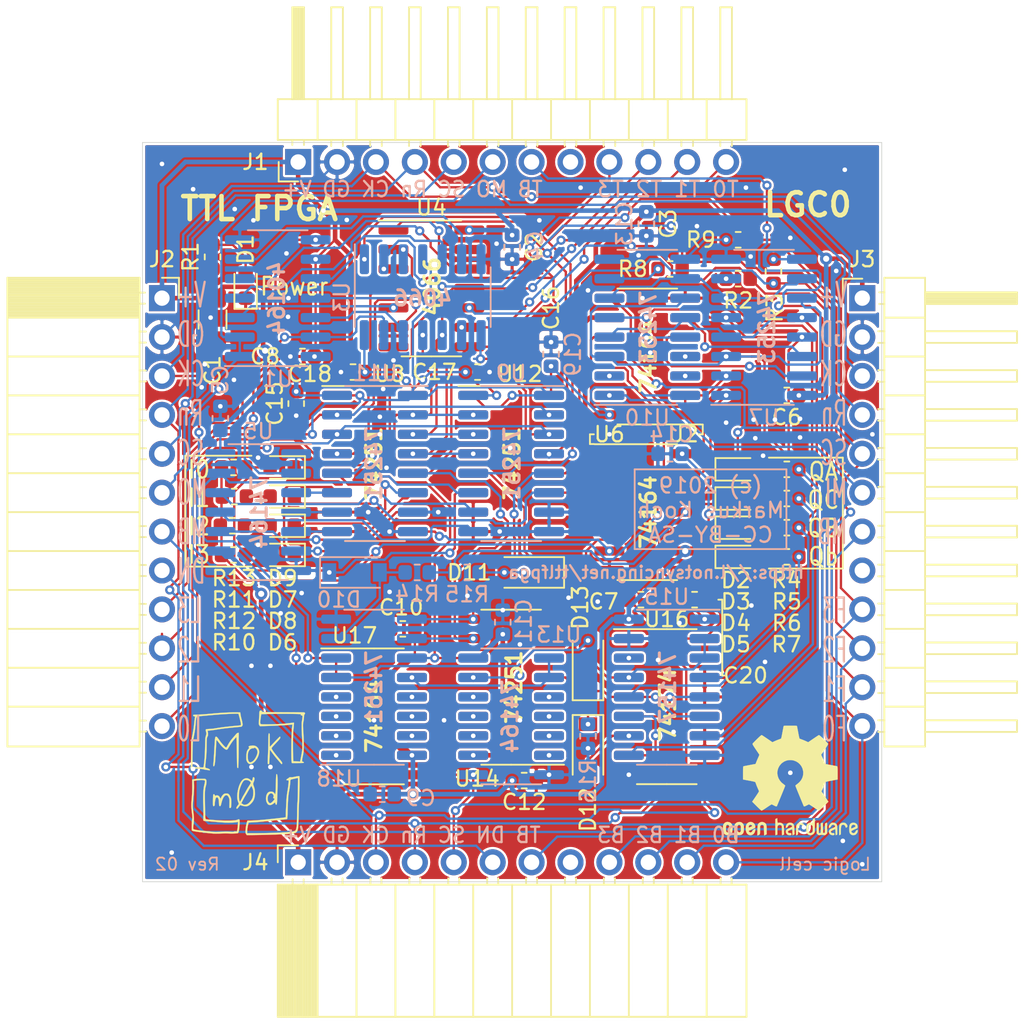
<source format=kicad_pcb>
(kicad_pcb (version 20171130) (host pcbnew 5.1.2)

  (general
    (thickness 1.6)
    (drawings 56)
    (tracks 1484)
    (zones 0)
    (modules 73)
    (nets 111)
  )

  (page A4)
  (layers
    (0 F.Cu signal)
    (31 B.Cu signal)
    (32 B.Adhes user)
    (33 F.Adhes user)
    (34 B.Paste user)
    (35 F.Paste user)
    (36 B.SilkS user)
    (37 F.SilkS user)
    (38 B.Mask user)
    (39 F.Mask user)
    (40 Dwgs.User user)
    (41 Cmts.User user)
    (42 Eco1.User user)
    (43 Eco2.User user)
    (44 Edge.Cuts user)
    (45 Margin user)
    (46 B.CrtYd user)
    (47 F.CrtYd user)
    (48 B.Fab user hide)
    (49 F.Fab user hide)
  )

  (setup
    (last_trace_width 0.1524)
    (user_trace_width 0.3)
    (trace_clearance 0.1524)
    (zone_clearance 0.1524)
    (zone_45_only no)
    (trace_min 0.1524)
    (via_size 0.6)
    (via_drill 0.3)
    (via_min_size 0.4)
    (via_min_drill 0.3)
    (user_via 0.8 0.4)
    (uvia_size 0.3)
    (uvia_drill 0.1)
    (uvias_allowed no)
    (uvia_min_size 0.2)
    (uvia_min_drill 0.1)
    (edge_width 0.05)
    (segment_width 0.2)
    (pcb_text_width 0.3)
    (pcb_text_size 1.5 1.5)
    (mod_edge_width 0.12)
    (mod_text_size 1 1)
    (mod_text_width 0.15)
    (pad_size 1.524 1.524)
    (pad_drill 0.762)
    (pad_to_mask_clearance 0.051)
    (solder_mask_min_width 0.25)
    (aux_axis_origin 0 0)
    (visible_elements FFFFEF7F)
    (pcbplotparams
      (layerselection 0x010fc_ffffffff)
      (usegerberextensions false)
      (usegerberattributes false)
      (usegerberadvancedattributes false)
      (creategerberjobfile false)
      (excludeedgelayer true)
      (linewidth 0.100000)
      (plotframeref false)
      (viasonmask false)
      (mode 1)
      (useauxorigin false)
      (hpglpennumber 1)
      (hpglpenspeed 20)
      (hpglpendiameter 15.000000)
      (psnegative false)
      (psa4output false)
      (plotreference true)
      (plotvalue true)
      (plotinvisibletext false)
      (padsonsilk false)
      (subtractmaskfromsilk false)
      (outputformat 1)
      (mirror false)
      (drillshape 1)
      (scaleselection 1)
      (outputdirectory ""))
  )

  (net 0 "")
  (net 1 GND)
  (net 2 VCC)
  (net 3 "Net-(D1-Pad2)")
  (net 4 /LogicBlock/cfg29)
  (net 5 "Net-(D2-Pad2)")
  (net 6 "Net-(D3-Pad2)")
  (net 7 "Net-(D4-Pad2)")
  (net 8 "Net-(D5-Pad2)")
  (net 9 "Net-(D6-Pad1)")
  (net 10 "Net-(D6-Pad2)")
  (net 11 "Net-(D7-Pad1)")
  (net 12 "Net-(D7-Pad2)")
  (net 13 "Net-(D8-Pad2)")
  (net 14 /LogicBlock/LUTD/lut_in3_n)
  (net 15 /LogicBlock/LUTD/lut_b_en_n)
  (net 16 /LogicBlock/LUTD/lut_a_en_n)
  (net 17 /LogicBlock/LUTD/async_a)
  (net 18 /LogicBlock/LUTD/async_c)
  (net 19 /LogicBlock/LUTD/async_b)
  (net 20 /fabric_t3)
  (net 21 /fabric_t2)
  (net 22 /fabric_t1)
  (net 23 /fabric_t0)
  (net 24 "Net-(J1-Pad8)")
  (net 25 "Net-(J1-Pad7)")
  (net 26 /LogicBlock/isp_mosi)
  (net 27 /LogicBlock/isp_sck)
  (net 28 /LogicBlock/rst_n)
  (net 29 /LogicBlock/clk)
  (net 30 /fabric_l0)
  (net 31 /fabric_l1)
  (net 32 /fabric_l2)
  (net 33 /fabric_l3)
  (net 34 /LogicBlock/isp_miso)
  (net 35 "Net-(J3-Pad8)")
  (net 36 /fabric_b2)
  (net 37 /fabric_b1)
  (net 38 /fabric_b0)
  (net 39 "Net-(J4-Pad8)")
  (net 40 "Net-(R2-Pad2)")
  (net 41 /LogicBlock/lut_out_a)
  (net 42 /LogicBlock/lut_out_c)
  (net 43 /LogicBlock/lut_out_b)
  (net 44 /LogicBlock/lut_out_b_async)
  (net 45 "Net-(R8-Pad2)")
  (net 46 /LogicBlock/cfg28)
  (net 47 /LogicBlock/cfg0)
  (net 48 /LogicBlock/cfg1)
  (net 49 /LogicBlock/cfg2)
  (net 50 /LogicBlock/cfg3)
  (net 51 /LogicBlock/cfg4)
  (net 52 /LogicBlock/cfg5)
  (net 53 /LogicBlock/cfg6)
  (net 54 /LogicBlock/cfg7)
  (net 55 /LogicBlock/cfg15)
  (net 56 /LogicBlock/cfg16)
  (net 57 /LogicBlock/cfg17)
  (net 58 /LogicBlock/cfg18)
  (net 59 /LogicBlock/cfg19)
  (net 60 /LogicBlock/cfg20)
  (net 61 /LogicBlock/cfg21)
  (net 62 /LogicBlock/cfg22)
  (net 63 /LogicBlock/cfg23)
  (net 64 /LogicBlock/cfg14)
  (net 65 /LogicBlock/cfg13)
  (net 66 /LogicBlock/cfg12)
  (net 67 /LogicBlock/cfg11)
  (net 68 /LogicBlock/cfg10)
  (net 69 /LogicBlock/cfg9)
  (net 70 /LogicBlock/cfg8)
  (net 71 /LogicBlock/cfg30)
  (net 72 /LogicBlock/cfg27)
  (net 73 /LogicBlock/cfg26)
  (net 74 /LogicBlock/cfg25)
  (net 75 /LogicBlock/cfg24)
  (net 76 /LogicBlock/lut_in0)
  (net 77 /LogicBlock/lut_in2)
  (net 78 /LogicBlock/lut_in1)
  (net 79 /LogicBlock/lut_in3)
  (net 80 "Net-(U13-Pad12)")
  (net 81 "Net-(U13-Pad11)")
  (net 82 "Net-(U13-Pad10)")
  (net 83 "Net-(U13-Pad6)")
  (net 84 "Net-(U13-Pad5)")
  (net 85 "Net-(U13-Pad4)")
  (net 86 "Net-(U13-Pad3)")
  (net 87 "Net-(U14-Pad6)")
  (net 88 /LogicBlock/LUTD/sync_a)
  (net 89 /LogicBlock/LUTD/sync_c)
  (net 90 /LogicBlock/LUTD/sync_b)
  (net 91 "Net-(U16-Pad15)")
  (net 92 "Net-(U16-Pad12)")
  (net 93 "Net-(U16-Pad10)")
  (net 94 "Net-(U17-Pad3)")
  (net 95 "Net-(U17-Pad4)")
  (net 96 "Net-(U17-Pad5)")
  (net 97 "Net-(U17-Pad6)")
  (net 98 "Net-(U17-Pad10)")
  (net 99 "Net-(U17-Pad11)")
  (net 100 "Net-(U17-Pad12)")
  (net 101 "Net-(U18-Pad6)")
  (net 102 "Net-(D8-Pad1)")
  (net 103 "Net-(D9-Pad2)")
  (net 104 "Net-(R3-Pad2)")
  (net 105 "Net-(R9-Pad2)")
  (net 106 /fabric_b3)
  (net 107 "Net-(U13-Pad1)")
  (net 108 /LogicBlock/cfgLO)
  (net 109 /miso)
  (net 110 /mosi_d)

  (net_class Default "This is the default net class."
    (clearance 0.1524)
    (trace_width 0.1524)
    (via_dia 0.6)
    (via_drill 0.3)
    (uvia_dia 0.3)
    (uvia_drill 0.1)
    (add_net /LogicBlock/LUTD/async_a)
    (add_net /LogicBlock/LUTD/async_b)
    (add_net /LogicBlock/LUTD/async_c)
    (add_net /LogicBlock/LUTD/lut_a_en_n)
    (add_net /LogicBlock/LUTD/lut_b_en_n)
    (add_net /LogicBlock/LUTD/lut_in3_n)
    (add_net /LogicBlock/LUTD/sync_a)
    (add_net /LogicBlock/LUTD/sync_b)
    (add_net /LogicBlock/LUTD/sync_c)
    (add_net /LogicBlock/cfg0)
    (add_net /LogicBlock/cfg1)
    (add_net /LogicBlock/cfg10)
    (add_net /LogicBlock/cfg11)
    (add_net /LogicBlock/cfg12)
    (add_net /LogicBlock/cfg13)
    (add_net /LogicBlock/cfg14)
    (add_net /LogicBlock/cfg15)
    (add_net /LogicBlock/cfg16)
    (add_net /LogicBlock/cfg17)
    (add_net /LogicBlock/cfg18)
    (add_net /LogicBlock/cfg19)
    (add_net /LogicBlock/cfg2)
    (add_net /LogicBlock/cfg20)
    (add_net /LogicBlock/cfg21)
    (add_net /LogicBlock/cfg22)
    (add_net /LogicBlock/cfg23)
    (add_net /LogicBlock/cfg24)
    (add_net /LogicBlock/cfg25)
    (add_net /LogicBlock/cfg26)
    (add_net /LogicBlock/cfg27)
    (add_net /LogicBlock/cfg28)
    (add_net /LogicBlock/cfg29)
    (add_net /LogicBlock/cfg3)
    (add_net /LogicBlock/cfg30)
    (add_net /LogicBlock/cfg4)
    (add_net /LogicBlock/cfg5)
    (add_net /LogicBlock/cfg6)
    (add_net /LogicBlock/cfg7)
    (add_net /LogicBlock/cfg8)
    (add_net /LogicBlock/cfg9)
    (add_net /LogicBlock/cfgLO)
    (add_net /LogicBlock/clk)
    (add_net /LogicBlock/isp_miso)
    (add_net /LogicBlock/isp_mosi)
    (add_net /LogicBlock/isp_sck)
    (add_net /LogicBlock/lut_in0)
    (add_net /LogicBlock/lut_in1)
    (add_net /LogicBlock/lut_in2)
    (add_net /LogicBlock/lut_in3)
    (add_net /LogicBlock/lut_out_a)
    (add_net /LogicBlock/lut_out_b)
    (add_net /LogicBlock/lut_out_b_async)
    (add_net /LogicBlock/lut_out_c)
    (add_net /LogicBlock/rst_n)
    (add_net /fabric_b0)
    (add_net /fabric_b1)
    (add_net /fabric_b2)
    (add_net /fabric_b3)
    (add_net /fabric_l0)
    (add_net /fabric_l1)
    (add_net /fabric_l2)
    (add_net /fabric_l3)
    (add_net /fabric_t0)
    (add_net /fabric_t1)
    (add_net /fabric_t2)
    (add_net /fabric_t3)
    (add_net /miso)
    (add_net /mosi_d)
    (add_net GND)
    (add_net "Net-(D1-Pad2)")
    (add_net "Net-(D2-Pad2)")
    (add_net "Net-(D3-Pad2)")
    (add_net "Net-(D4-Pad2)")
    (add_net "Net-(D5-Pad2)")
    (add_net "Net-(D6-Pad1)")
    (add_net "Net-(D6-Pad2)")
    (add_net "Net-(D7-Pad1)")
    (add_net "Net-(D7-Pad2)")
    (add_net "Net-(D8-Pad1)")
    (add_net "Net-(D8-Pad2)")
    (add_net "Net-(D9-Pad2)")
    (add_net "Net-(J1-Pad7)")
    (add_net "Net-(J1-Pad8)")
    (add_net "Net-(J3-Pad8)")
    (add_net "Net-(J4-Pad8)")
    (add_net "Net-(R2-Pad2)")
    (add_net "Net-(R3-Pad2)")
    (add_net "Net-(R8-Pad2)")
    (add_net "Net-(R9-Pad2)")
    (add_net "Net-(U13-Pad1)")
    (add_net "Net-(U13-Pad10)")
    (add_net "Net-(U13-Pad11)")
    (add_net "Net-(U13-Pad12)")
    (add_net "Net-(U13-Pad3)")
    (add_net "Net-(U13-Pad4)")
    (add_net "Net-(U13-Pad5)")
    (add_net "Net-(U13-Pad6)")
    (add_net "Net-(U14-Pad6)")
    (add_net "Net-(U16-Pad10)")
    (add_net "Net-(U16-Pad12)")
    (add_net "Net-(U16-Pad15)")
    (add_net "Net-(U17-Pad10)")
    (add_net "Net-(U17-Pad11)")
    (add_net "Net-(U17-Pad12)")
    (add_net "Net-(U17-Pad3)")
    (add_net "Net-(U17-Pad4)")
    (add_net "Net-(U17-Pad5)")
    (add_net "Net-(U17-Pad6)")
    (add_net "Net-(U18-Pad6)")
    (add_net VCC)
  )

  (module Diode_SMD:D_SOD-123 (layer F.Cu) (tedit 58645DC7) (tstamp 5CF2C4AF)
    (at 237.363 77.342 90)
    (descr SOD-123)
    (tags SOD-123)
    (path /5D77FDBE/5D7AF013/5D7F6FF8)
    (attr smd)
    (fp_text reference D13 (at 3.809 -0.508 90) (layer F.SilkS)
      (effects (font (size 1 1) (thickness 0.15)))
    )
    (fp_text value D_Schottky (at 0 2.1 90) (layer F.Fab)
      (effects (font (size 1 1) (thickness 0.15)))
    )
    (fp_line (start -2.25 -1) (end 1.65 -1) (layer F.SilkS) (width 0.12))
    (fp_line (start -2.25 1) (end 1.65 1) (layer F.SilkS) (width 0.12))
    (fp_line (start -2.35 -1.15) (end -2.35 1.15) (layer F.CrtYd) (width 0.05))
    (fp_line (start 2.35 1.15) (end -2.35 1.15) (layer F.CrtYd) (width 0.05))
    (fp_line (start 2.35 -1.15) (end 2.35 1.15) (layer F.CrtYd) (width 0.05))
    (fp_line (start -2.35 -1.15) (end 2.35 -1.15) (layer F.CrtYd) (width 0.05))
    (fp_line (start -1.4 -0.9) (end 1.4 -0.9) (layer F.Fab) (width 0.1))
    (fp_line (start 1.4 -0.9) (end 1.4 0.9) (layer F.Fab) (width 0.1))
    (fp_line (start 1.4 0.9) (end -1.4 0.9) (layer F.Fab) (width 0.1))
    (fp_line (start -1.4 0.9) (end -1.4 -0.9) (layer F.Fab) (width 0.1))
    (fp_line (start -0.75 0) (end -0.35 0) (layer F.Fab) (width 0.1))
    (fp_line (start -0.35 0) (end -0.35 -0.55) (layer F.Fab) (width 0.1))
    (fp_line (start -0.35 0) (end -0.35 0.55) (layer F.Fab) (width 0.1))
    (fp_line (start -0.35 0) (end 0.25 -0.4) (layer F.Fab) (width 0.1))
    (fp_line (start 0.25 -0.4) (end 0.25 0.4) (layer F.Fab) (width 0.1))
    (fp_line (start 0.25 0.4) (end -0.35 0) (layer F.Fab) (width 0.1))
    (fp_line (start 0.25 0) (end 0.75 0) (layer F.Fab) (width 0.1))
    (fp_line (start -2.25 -1) (end -2.25 1) (layer F.SilkS) (width 0.12))
    (fp_text user %R (at 0 -2 90) (layer F.Fab)
      (effects (font (size 1 1) (thickness 0.15)))
    )
    (pad 2 smd rect (at 1.65 0 90) (size 0.9 1.2) (layers F.Cu F.Paste F.Mask)
      (net 19 /LogicBlock/LUTD/async_b))
    (pad 1 smd rect (at -1.65 0 90) (size 0.9 1.2) (layers F.Cu F.Paste F.Mask)
      (net 18 /LogicBlock/LUTD/async_c))
    (model ${KISYS3DMOD}/Diode_SMD.3dshapes/D_SOD-123.wrl
      (at (xyz 0 0 0))
      (scale (xyz 1 1 1))
      (rotate (xyz 0 0 0))
    )
  )

  (module Diode_SMD:D_SOD-123 (layer F.Cu) (tedit 58645DC7) (tstamp 5CF2C49C)
    (at 237.363 82.805 270)
    (descr SOD-123)
    (tags SOD-123)
    (path /5D77FDBE/5D7AF013/5D7F6986)
    (attr smd)
    (fp_text reference D12 (at 3.936 0 90) (layer F.SilkS)
      (effects (font (size 1 1) (thickness 0.15)))
    )
    (fp_text value D_Schottky (at 0 2.1 90) (layer F.Fab)
      (effects (font (size 1 1) (thickness 0.15)))
    )
    (fp_line (start -2.25 -1) (end 1.65 -1) (layer F.SilkS) (width 0.12))
    (fp_line (start -2.25 1) (end 1.65 1) (layer F.SilkS) (width 0.12))
    (fp_line (start -2.35 -1.15) (end -2.35 1.15) (layer F.CrtYd) (width 0.05))
    (fp_line (start 2.35 1.15) (end -2.35 1.15) (layer F.CrtYd) (width 0.05))
    (fp_line (start 2.35 -1.15) (end 2.35 1.15) (layer F.CrtYd) (width 0.05))
    (fp_line (start -2.35 -1.15) (end 2.35 -1.15) (layer F.CrtYd) (width 0.05))
    (fp_line (start -1.4 -0.9) (end 1.4 -0.9) (layer F.Fab) (width 0.1))
    (fp_line (start 1.4 -0.9) (end 1.4 0.9) (layer F.Fab) (width 0.1))
    (fp_line (start 1.4 0.9) (end -1.4 0.9) (layer F.Fab) (width 0.1))
    (fp_line (start -1.4 0.9) (end -1.4 -0.9) (layer F.Fab) (width 0.1))
    (fp_line (start -0.75 0) (end -0.35 0) (layer F.Fab) (width 0.1))
    (fp_line (start -0.35 0) (end -0.35 -0.55) (layer F.Fab) (width 0.1))
    (fp_line (start -0.35 0) (end -0.35 0.55) (layer F.Fab) (width 0.1))
    (fp_line (start -0.35 0) (end 0.25 -0.4) (layer F.Fab) (width 0.1))
    (fp_line (start 0.25 -0.4) (end 0.25 0.4) (layer F.Fab) (width 0.1))
    (fp_line (start 0.25 0.4) (end -0.35 0) (layer F.Fab) (width 0.1))
    (fp_line (start 0.25 0) (end 0.75 0) (layer F.Fab) (width 0.1))
    (fp_line (start -2.25 -1) (end -2.25 1) (layer F.SilkS) (width 0.12))
    (fp_text user %R (at 0 -2 90) (layer F.Fab)
      (effects (font (size 1 1) (thickness 0.15)))
    )
    (pad 2 smd rect (at 1.65 0 270) (size 0.9 1.2) (layers F.Cu F.Paste F.Mask)
      (net 17 /LogicBlock/LUTD/async_a))
    (pad 1 smd rect (at -1.65 0 270) (size 0.9 1.2) (layers F.Cu F.Paste F.Mask)
      (net 18 /LogicBlock/LUTD/async_c))
    (model ${KISYS3DMOD}/Diode_SMD.3dshapes/D_SOD-123.wrl
      (at (xyz 0 0 0))
      (scale (xyz 1 1 1))
      (rotate (xyz 0 0 0))
    )
  )

  (module Diode_SMD:D_SOD-123 (layer F.Cu) (tedit 58645DC7) (tstamp 5CF2C489)
    (at 233.552 71.247 180)
    (descr SOD-123)
    (tags SOD-123)
    (path /5D77FDBE/5D7AF013/5D50C782)
    (attr smd)
    (fp_text reference D11 (at 3.936 0) (layer F.SilkS)
      (effects (font (size 1 1) (thickness 0.15)))
    )
    (fp_text value D_Schottky (at 0 2.1) (layer F.Fab)
      (effects (font (size 1 1) (thickness 0.15)))
    )
    (fp_line (start -2.25 -1) (end 1.65 -1) (layer F.SilkS) (width 0.12))
    (fp_line (start -2.25 1) (end 1.65 1) (layer F.SilkS) (width 0.12))
    (fp_line (start -2.35 -1.15) (end -2.35 1.15) (layer F.CrtYd) (width 0.05))
    (fp_line (start 2.35 1.15) (end -2.35 1.15) (layer F.CrtYd) (width 0.05))
    (fp_line (start 2.35 -1.15) (end 2.35 1.15) (layer F.CrtYd) (width 0.05))
    (fp_line (start -2.35 -1.15) (end 2.35 -1.15) (layer F.CrtYd) (width 0.05))
    (fp_line (start -1.4 -0.9) (end 1.4 -0.9) (layer F.Fab) (width 0.1))
    (fp_line (start 1.4 -0.9) (end 1.4 0.9) (layer F.Fab) (width 0.1))
    (fp_line (start 1.4 0.9) (end -1.4 0.9) (layer F.Fab) (width 0.1))
    (fp_line (start -1.4 0.9) (end -1.4 -0.9) (layer F.Fab) (width 0.1))
    (fp_line (start -0.75 0) (end -0.35 0) (layer F.Fab) (width 0.1))
    (fp_line (start -0.35 0) (end -0.35 -0.55) (layer F.Fab) (width 0.1))
    (fp_line (start -0.35 0) (end -0.35 0.55) (layer F.Fab) (width 0.1))
    (fp_line (start -0.35 0) (end 0.25 -0.4) (layer F.Fab) (width 0.1))
    (fp_line (start 0.25 -0.4) (end 0.25 0.4) (layer F.Fab) (width 0.1))
    (fp_line (start 0.25 0.4) (end -0.35 0) (layer F.Fab) (width 0.1))
    (fp_line (start 0.25 0) (end 0.75 0) (layer F.Fab) (width 0.1))
    (fp_line (start -2.25 -1) (end -2.25 1) (layer F.SilkS) (width 0.12))
    (fp_text user %R (at 0 -2) (layer F.Fab)
      (effects (font (size 1 1) (thickness 0.15)))
    )
    (pad 2 smd rect (at 1.65 0 180) (size 0.9 1.2) (layers F.Cu F.Paste F.Mask)
      (net 16 /LogicBlock/LUTD/lut_a_en_n))
    (pad 1 smd rect (at -1.65 0 180) (size 0.9 1.2) (layers F.Cu F.Paste F.Mask)
      (net 79 /LogicBlock/lut_in3))
    (model ${KISYS3DMOD}/Diode_SMD.3dshapes/D_SOD-123.wrl
      (at (xyz 0 0 0))
      (scale (xyz 1 1 1))
      (rotate (xyz 0 0 0))
    )
  )

  (module Diode_SMD:D_SOD-123 (layer B.Cu) (tedit 58645DC7) (tstamp 5CF54C28)
    (at 222.122 71.247)
    (descr SOD-123)
    (tags SOD-123)
    (path /5D77FDBE/5D7AF013/5D544D70)
    (attr smd)
    (fp_text reference D10 (at -1.015 1.778) (layer B.SilkS)
      (effects (font (size 1 1) (thickness 0.15)) (justify mirror))
    )
    (fp_text value D_Schottky (at 0 -2.1) (layer B.Fab)
      (effects (font (size 1 1) (thickness 0.15)) (justify mirror))
    )
    (fp_line (start -2.25 1) (end 1.65 1) (layer B.SilkS) (width 0.12))
    (fp_line (start -2.25 -1) (end 1.65 -1) (layer B.SilkS) (width 0.12))
    (fp_line (start -2.35 1.15) (end -2.35 -1.15) (layer B.CrtYd) (width 0.05))
    (fp_line (start 2.35 -1.15) (end -2.35 -1.15) (layer B.CrtYd) (width 0.05))
    (fp_line (start 2.35 1.15) (end 2.35 -1.15) (layer B.CrtYd) (width 0.05))
    (fp_line (start -2.35 1.15) (end 2.35 1.15) (layer B.CrtYd) (width 0.05))
    (fp_line (start -1.4 0.9) (end 1.4 0.9) (layer B.Fab) (width 0.1))
    (fp_line (start 1.4 0.9) (end 1.4 -0.9) (layer B.Fab) (width 0.1))
    (fp_line (start 1.4 -0.9) (end -1.4 -0.9) (layer B.Fab) (width 0.1))
    (fp_line (start -1.4 -0.9) (end -1.4 0.9) (layer B.Fab) (width 0.1))
    (fp_line (start -0.75 0) (end -0.35 0) (layer B.Fab) (width 0.1))
    (fp_line (start -0.35 0) (end -0.35 0.55) (layer B.Fab) (width 0.1))
    (fp_line (start -0.35 0) (end -0.35 -0.55) (layer B.Fab) (width 0.1))
    (fp_line (start -0.35 0) (end 0.25 0.4) (layer B.Fab) (width 0.1))
    (fp_line (start 0.25 0.4) (end 0.25 -0.4) (layer B.Fab) (width 0.1))
    (fp_line (start 0.25 -0.4) (end -0.35 0) (layer B.Fab) (width 0.1))
    (fp_line (start 0.25 0) (end 0.75 0) (layer B.Fab) (width 0.1))
    (fp_line (start -2.25 1) (end -2.25 -1) (layer B.SilkS) (width 0.12))
    (fp_text user %R (at 0 2) (layer B.Fab)
      (effects (font (size 1 1) (thickness 0.15)) (justify mirror))
    )
    (pad 2 smd rect (at 1.65 0) (size 0.9 1.2) (layers B.Cu B.Paste B.Mask)
      (net 15 /LogicBlock/LUTD/lut_b_en_n))
    (pad 1 smd rect (at -1.65 0) (size 0.9 1.2) (layers B.Cu B.Paste B.Mask)
      (net 14 /LogicBlock/LUTD/lut_in3_n))
    (model ${KISYS3DMOD}/Diode_SMD.3dshapes/D_SOD-123.wrl
      (at (xyz 0 0 0))
      (scale (xyz 1 1 1))
      (rotate (xyz 0 0 0))
    )
  )

  (module lib_mokmod:lib_mokmod (layer F.Cu) (tedit 0) (tstamp 5D04D5CE)
    (at 215.138 84.328)
    (attr virtual)
    (fp_text reference G*** (at 0 0) (layer F.SilkS) hide
      (effects (font (size 1.524 1.524) (thickness 0.3)))
    )
    (fp_text value LOGO (at 0.75 0) (layer F.SilkS) hide
      (effects (font (size 1.524 1.524) (thickness 0.3)))
    )
    (fp_poly (pts (xy 0.882644 -4.062544) (xy 0.891811 -4.059054) (xy 0.916301 -4.046474) (xy 0.930145 -4.031899)
      (xy 0.935572 -4.019506) (xy 0.943411 -3.999666) (xy 0.953654 -3.986888) (xy 0.97003 -3.978818)
      (xy 0.996269 -3.973106) (xy 1.01317 -3.970552) (xy 1.027303 -3.969605) (xy 1.056192 -3.968628)
      (xy 1.099198 -3.967629) (xy 1.155684 -3.966613) (xy 1.225012 -3.965587) (xy 1.306543 -3.964557)
      (xy 1.399639 -3.96353) (xy 1.503662 -3.962513) (xy 1.617975 -3.961511) (xy 1.741939 -3.960532)
      (xy 1.874915 -3.959582) (xy 2.016266 -3.958668) (xy 2.165354 -3.957795) (xy 2.321541 -3.95697)
      (xy 2.370666 -3.956729) (xy 2.541404 -3.955885) (xy 2.697385 -3.955074) (xy 2.839246 -3.954287)
      (xy 2.967622 -3.953517) (xy 3.083152 -3.952755) (xy 3.186471 -3.951993) (xy 3.278217 -3.951223)
      (xy 3.359025 -3.950437) (xy 3.429534 -3.949627) (xy 3.490378 -3.948786) (xy 3.542196 -3.947904)
      (xy 3.585624 -3.946974) (xy 3.621298 -3.945989) (xy 3.649856 -3.944939) (xy 3.671933 -3.943817)
      (xy 3.688167 -3.942614) (xy 3.699195 -3.941324) (xy 3.705652 -3.939937) (xy 3.705877 -3.939861)
      (xy 3.734617 -3.923702) (xy 3.750326 -3.900782) (xy 3.752684 -3.873022) (xy 3.741372 -3.842344)
      (xy 3.725671 -3.820754) (xy 3.712765 -3.80399) (xy 3.703006 -3.785372) (xy 3.695794 -3.762247)
      (xy 3.690528 -3.731963) (xy 3.686607 -3.691868) (xy 3.68343 -3.639309) (xy 3.683115 -3.632969)
      (xy 3.674635 -3.517752) (xy 3.660952 -3.407897) (xy 3.642638 -3.307886) (xy 3.640136 -3.296668)
      (xy 3.631236 -3.250908) (xy 3.62492 -3.201896) (xy 3.621156 -3.147687) (xy 3.619911 -3.086336)
      (xy 3.62115 -3.015898) (xy 3.624842 -2.934429) (xy 3.630951 -2.839983) (xy 3.632059 -2.824787)
      (xy 3.640968 -2.694518) (xy 3.6487 -2.561913) (xy 3.655245 -2.428324) (xy 3.66059 -2.295106)
      (xy 3.664725 -2.163609) (xy 3.667638 -2.035186) (xy 3.669317 -1.911191) (xy 3.669752 -1.792976)
      (xy 3.668931 -1.681893) (xy 3.666842 -1.579295) (xy 3.663474 -1.486535) (xy 3.658816 -1.404964)
      (xy 3.652857 -1.335937) (xy 3.645585 -1.280804) (xy 3.64506 -1.277696) (xy 3.639765 -1.248605)
      (xy 3.632015 -1.208332) (xy 3.622577 -1.160748) (xy 3.612217 -1.109726) (xy 3.60315 -1.06603)
      (xy 3.58713 -0.986511) (xy 3.574408 -0.91663) (xy 3.565112 -0.857352) (xy 3.559371 -0.809645)
      (xy 3.557312 -0.774474) (xy 3.559065 -0.752807) (xy 3.560919 -0.748046) (xy 3.572111 -0.739079)
      (xy 3.593362 -0.728473) (xy 3.617657 -0.719357) (xy 3.652679 -0.705626) (xy 3.672925 -0.691538)
      (xy 3.679013 -0.676498) (xy 3.674675 -0.664259) (xy 3.661589 -0.652446) (xy 3.643926 -0.643858)
      (xy 3.632345 -0.642498) (xy 3.60727 -0.641167) (xy 3.570602 -0.639885) (xy 3.524243 -0.638671)
      (xy 3.470092 -0.637544) (xy 3.410049 -0.636524) (xy 3.346017 -0.635629) (xy 3.279894 -0.634881)
      (xy 3.213583 -0.634297) (xy 3.148982 -0.633897) (xy 3.087994 -0.633701) (xy 3.032518 -0.633729)
      (xy 2.984456 -0.633998) (xy 2.945707 -0.634529) (xy 2.918172 -0.635342) (xy 2.904621 -0.636319)
      (xy 2.88808 -0.640755) (xy 2.879737 -0.651268) (xy 2.875741 -0.668129) (xy 2.872518 -0.695426)
      (xy 2.869548 -0.736927) (xy 2.866851 -0.791445) (xy 2.864446 -0.857789) (xy 2.862353 -0.934774)
      (xy 2.86059 -1.02121) (xy 2.859178 -1.11591) (xy 2.858136 -1.217685) (xy 2.857483 -1.325348)
      (xy 2.857239 -1.43771) (xy 2.857423 -1.553583) (xy 2.858054 -1.671779) (xy 2.858478 -1.724121)
      (xy 2.86013 -1.890006) (xy 2.862003 -2.041374) (xy 2.86413 -2.1791) (xy 2.866547 -2.304059)
      (xy 2.869289 -2.417126) (xy 2.872389 -2.519178) (xy 2.875882 -2.61109) (xy 2.879804 -2.693736)
      (xy 2.884187 -2.767992) (xy 2.889067 -2.834734) (xy 2.894479 -2.894836) (xy 2.900456 -2.949175)
      (xy 2.907034 -2.998626) (xy 2.909356 -3.014108) (xy 2.91517 -3.053202) (xy 2.919985 -3.088291)
      (xy 2.923333 -3.115775) (xy 2.924749 -3.13205) (xy 2.924767 -3.132982) (xy 2.924848 -3.152541)
      (xy 2.761615 -3.135282) (xy 2.698919 -3.128956) (xy 2.633231 -3.122957) (xy 2.563218 -3.117202)
      (xy 2.487544 -3.111607) (xy 2.404875 -3.106089) (xy 2.313878 -3.100563) (xy 2.213218 -3.094946)
      (xy 2.10156 -3.089154) (xy 1.977571 -3.083103) (xy 1.839915 -3.076711) (xy 1.797242 -3.074781)
      (xy 1.772207 -3.07374) (xy 1.733538 -3.072245) (xy 1.682988 -3.070359) (xy 1.622308 -3.068146)
      (xy 1.553252 -3.065668) (xy 1.47757 -3.062989) (xy 1.397014 -3.060171) (xy 1.313337 -3.057278)
      (xy 1.258786 -3.05541) (xy 0.812694 -3.040195) (xy 0.794932 -3.061415) (xy 0.76363 -3.105415)
      (xy 0.742689 -3.149234) (xy 0.735083 -3.178848) (xy 0.734188 -3.195589) (xy 0.734205 -3.225313)
      (xy 0.735065 -3.26564) (xy 0.735733 -3.285465) (xy 0.823576 -3.285465) (xy 0.828032 -3.241919)
      (xy 0.841901 -3.209577) (xy 0.865935 -3.186914) (xy 0.874583 -3.182099) (xy 0.883088 -3.178327)
      (xy 0.892983 -3.175227) (xy 0.905838 -3.172716) (xy 0.92322 -3.170713) (xy 0.946696 -3.169135)
      (xy 0.977835 -3.167899) (xy 1.018204 -3.166925) (xy 1.069371 -3.166129) (xy 1.132904 -3.165429)
      (xy 1.204576 -3.164791) (xy 1.490003 -3.165601) (xy 1.776652 -3.172662) (xy 2.061314 -3.185795)
      (xy 2.340782 -3.20482) (xy 2.611848 -3.229561) (xy 2.840182 -3.255828) (xy 2.891314 -3.262298)
      (xy 2.937329 -3.268068) (xy 2.976038 -3.272866) (xy 3.005248 -3.276424) (xy 3.022771 -3.27847)
      (xy 3.026833 -3.278861) (xy 3.029918 -3.274161) (xy 3.031462 -3.259568) (xy 3.031419 -3.234444)
      (xy 3.029741 -3.198145) (xy 3.026381 -3.150032) (xy 3.021294 -3.089464) (xy 3.014431 -3.015799)
      (xy 3.005745 -2.928396) (xy 2.995191 -2.826615) (xy 2.990512 -2.782454) (xy 2.987639 -2.749642)
      (xy 2.984543 -2.703979) (xy 2.981351 -2.648004) (xy 2.978189 -2.584258) (xy 2.975184 -2.515278)
      (xy 2.972461 -2.443605) (xy 2.970227 -2.374515) (xy 2.968197 -2.293637) (xy 2.966616 -2.205797)
      (xy 2.965466 -2.112157) (xy 2.964729 -2.013879) (xy 2.964387 -1.912126) (xy 2.964421 -1.808061)
      (xy 2.964815 -1.702847) (xy 2.965549 -1.597647) (xy 2.966606 -1.493622) (xy 2.967969 -1.391937)
      (xy 2.969618 -1.293754) (xy 2.971536 -1.200235) (xy 2.973706 -1.112543) (xy 2.976108 -1.031842)
      (xy 2.978726 -0.959293) (xy 2.981541 -0.89606) (xy 2.984535 -0.843306) (xy 2.987691 -0.802192)
      (xy 2.990989 -0.773883) (xy 2.994413 -0.75954) (xy 2.995207 -0.758348) (xy 3.00344 -0.757177)
      (xy 3.024992 -0.755516) (xy 3.057802 -0.753485) (xy 3.099805 -0.751203) (xy 3.14894 -0.748789)
      (xy 3.198297 -0.746572) (xy 3.252441 -0.744152) (xy 3.30161 -0.741782) (xy 3.343679 -0.739577)
      (xy 3.376525 -0.737655) (xy 3.398023 -0.736132) (xy 3.405909 -0.735199) (xy 3.417346 -0.732791)
      (xy 3.424593 -0.738147) (xy 3.43073 -0.754407) (xy 3.433084 -0.762875) (xy 3.441432 -0.796955)
      (xy 3.451759 -0.844104) (xy 3.463669 -0.902182) (xy 3.476763 -0.96905) (xy 3.490644 -1.042566)
      (xy 3.504913 -1.120593) (xy 3.519173 -1.200988) (xy 3.533026 -1.281613) (xy 3.546075 -1.360327)
      (xy 3.557402 -1.431636) (xy 3.565246 -1.495353) (xy 3.570829 -1.570937) (xy 3.574146 -1.658837)
      (xy 3.575197 -1.759504) (xy 3.573978 -1.873384) (xy 3.570486 -2.000928) (xy 3.56472 -2.142585)
      (xy 3.556677 -2.298803) (xy 3.552051 -2.378363) (xy 3.545127 -2.498841) (xy 3.539626 -2.607034)
      (xy 3.535437 -2.705975) (xy 3.532453 -2.798699) (xy 3.530565 -2.888238) (xy 3.529665 -2.977625)
      (xy 3.529569 -3.005666) (xy 3.52906 -3.267363) (xy 3.554921 -3.417454) (xy 3.563456 -3.469541)
      (xy 3.571265 -3.521944) (xy 3.577811 -3.570694) (xy 3.582558 -3.611824) (xy 3.584841 -3.638893)
      (xy 3.586066 -3.679477) (xy 3.583379 -3.707451) (xy 3.575387 -3.725393) (xy 3.560697 -3.735879)
      (xy 3.537916 -3.741486) (xy 3.528745 -3.742664) (xy 3.505039 -3.747122) (xy 3.486746 -3.753658)
      (xy 3.482883 -3.756117) (xy 3.472444 -3.773337) (xy 3.473638 -3.793322) (xy 3.485788 -3.809592)
      (xy 3.488651 -3.811388) (xy 3.498049 -3.817406) (xy 3.497156 -3.821146) (xy 3.484009 -3.824301)
      (xy 3.471333 -3.826326) (xy 3.444873 -3.829157) (xy 3.404059 -3.831835) (xy 3.349928 -3.834345)
      (xy 3.283519 -3.836673) (xy 3.205871 -3.838805) (xy 3.118022 -3.840726) (xy 3.021011 -3.842421)
      (xy 2.915876 -3.843877) (xy 2.803656 -3.84508) (xy 2.685389 -3.846013) (xy 2.562114 -3.846665)
      (xy 2.434869 -3.847019) (xy 2.304693 -3.847061) (xy 2.172624 -3.846778) (xy 2.039701 -3.846154)
      (xy 2.039697 -3.846154) (xy 1.91475 -3.845288) (xy 1.792699 -3.844215) (xy 1.674484 -3.842957)
      (xy 1.561043 -3.841532) (xy 1.453315 -3.839961) (xy 1.352241 -3.838264) (xy 1.258758 -3.83646)
      (xy 1.173806 -3.83457) (xy 1.098323 -3.832613) (xy 1.03325 -3.830609) (xy 0.979525 -3.828578)
      (xy 0.938088 -3.826539) (xy 0.909876 -3.824514) (xy 0.89583 -3.822521) (xy 0.894503 -3.821917)
      (xy 0.892426 -3.813444) (xy 0.888759 -3.791827) (xy 0.883786 -3.759202) (xy 0.877789 -3.717703)
      (xy 0.871049 -3.669468) (xy 0.86385 -3.61663) (xy 0.856474 -3.561326) (xy 0.849203 -3.505691)
      (xy 0.842319 -3.451861) (xy 0.836105 -3.401972) (xy 0.830843 -3.358159) (xy 0.826816 -3.322557)
      (xy 0.824306 -3.297303) (xy 0.823576 -3.285465) (xy 0.735733 -3.285465) (xy 0.736703 -3.31419)
      (xy 0.739049 -3.368584) (xy 0.742038 -3.426441) (xy 0.742181 -3.429) (xy 0.745919 -3.496753)
      (xy 0.749834 -3.57007) (xy 0.753692 -3.644404) (xy 0.75726 -3.715209) (xy 0.760303 -3.777939)
      (xy 0.761789 -3.81) (xy 0.764448 -3.860827) (xy 0.767596 -3.908115) (xy 0.770997 -3.949098)
      (xy 0.774413 -3.981012) (xy 0.777607 -4.00109) (xy 0.778441 -4.004251) (xy 0.795116 -4.039913)
      (xy 0.817967 -4.06148) (xy 0.847106 -4.069005) (xy 0.882644 -4.062544)) (layer F.SilkS) (width 0.01))
    (fp_poly (pts (xy 0.413839 -1.778171) (xy 0.487472 -1.76212) (xy 0.552827 -1.733891) (xy 0.610616 -1.693201)
      (xy 0.661555 -1.639769) (xy 0.692947 -1.595534) (xy 0.728063 -1.525928) (xy 0.749524 -1.449748)
      (xy 0.757294 -1.367599) (xy 0.751337 -1.280085) (xy 0.731616 -1.187811) (xy 0.719845 -1.149644)
      (xy 0.679778 -1.046656) (xy 0.630809 -0.949135) (xy 0.574189 -0.858661) (xy 0.511166 -0.776816)
      (xy 0.442992 -0.705178) (xy 0.370915 -0.645328) (xy 0.296185 -0.598846) (xy 0.276609 -0.589207)
      (xy 0.229472 -0.574371) (xy 0.177682 -0.569812) (xy 0.127353 -0.575725) (xy 0.102113 -0.583671)
      (xy 0.062884 -0.606703) (xy 0.024317 -0.642488) (xy -0.011571 -0.688444) (xy -0.04276 -0.74199)
      (xy -0.067062 -0.800039) (xy -0.073472 -0.820456) (xy -0.078089 -0.840336) (xy -0.081205 -0.862769)
      (xy -0.08311 -0.890842) (xy -0.084093 -0.927643) (xy -0.084445 -0.976259) (xy -0.084462 -0.985212)
      (xy -0.083487 -1.05788) (xy 0.016518 -1.05788) (xy 0.018467 -0.989939) (xy 0.022947 -0.926482)
      (xy 0.029926 -0.871194) (xy 0.038403 -0.831167) (xy 0.051078 -0.798647) (xy 0.070429 -0.763815)
      (xy 0.093123 -0.731757) (xy 0.115825 -0.707559) (xy 0.123151 -0.701891) (xy 0.152511 -0.689175)
      (xy 0.187591 -0.687778) (xy 0.229873 -0.697839) (xy 0.273879 -0.716122) (xy 0.334098 -0.752854)
      (xy 0.392535 -0.804598) (xy 0.448925 -0.87105) (xy 0.503007 -0.951902) (xy 0.549789 -1.037325)
      (xy 0.590963 -1.126097) (xy 0.621283 -1.206263) (xy 0.640579 -1.277284) (xy 0.648679 -1.338622)
      (xy 0.648942 -1.350818) (xy 0.641794 -1.421635) (xy 0.620651 -1.486091) (xy 0.585681 -1.543838)
      (xy 0.537053 -1.594525) (xy 0.527967 -1.601996) (xy 0.49674 -1.624584) (xy 0.473047 -1.635825)
      (xy 0.454683 -1.636294) (xy 0.439441 -1.626566) (xy 0.438292 -1.625366) (xy 0.428336 -1.616769)
      (xy 0.415049 -1.610434) (xy 0.39542 -1.605624) (xy 0.366441 -1.601604) (xy 0.325104 -1.597637)
      (xy 0.324905 -1.59762) (xy 0.265315 -1.584985) (xy 0.209117 -1.55853) (xy 0.157727 -1.519701)
      (xy 0.112559 -1.469946) (xy 0.075028 -1.410711) (xy 0.046548 -1.343443) (xy 0.034613 -1.300787)
      (xy 0.026146 -1.251759) (xy 0.020327 -1.192475) (xy 0.017128 -1.12662) (xy 0.016518 -1.05788)
      (xy -0.083487 -1.05788) (xy -0.083015 -1.093007) (xy -0.07811 -1.187172) (xy -0.06939 -1.269155)
      (xy -0.056497 -1.340402) (xy -0.039077 -1.402362) (xy -0.016772 -1.456483) (xy 0.010773 -1.504212)
      (xy 0.043916 -1.546997) (xy 0.05743 -1.561617) (xy 0.079396 -1.585522) (xy 0.096504 -1.606331)
      (xy 0.10633 -1.620986) (xy 0.107757 -1.625161) (xy 0.102547 -1.637308) (xy 0.089535 -1.653746)
      (xy 0.084326 -1.659023) (xy 0.066985 -1.682189) (xy 0.064652 -1.703714) (xy 0.077006 -1.723356)
      (xy 0.103725 -1.740875) (xy 0.144488 -1.75603) (xy 0.198972 -1.76858) (xy 0.238888 -1.774863)
      (xy 0.331216 -1.782325) (xy 0.413839 -1.778171)) (layer F.SilkS) (width 0.01))
    (fp_poly (pts (xy 1.416074 -2.573229) (xy 1.430249 -2.555754) (xy 1.440093 -2.526748) (xy 1.441464 -2.513429)
      (xy 1.442747 -2.486324) (xy 1.443917 -2.44704) (xy 1.444946 -2.397186) (xy 1.445806 -2.338369)
      (xy 1.446471 -2.272197) (xy 1.446913 -2.200278) (xy 1.447104 -2.124219) (xy 1.44711 -2.112818)
      (xy 1.447256 -2.037054) (xy 1.447646 -1.965819) (xy 1.448252 -1.900624) (xy 1.44905 -1.842981)
      (xy 1.450013 -1.794399) (xy 1.451115 -1.756391) (xy 1.452331 -1.730466) (xy 1.453634 -1.718136)
      (xy 1.453891 -1.717453) (xy 1.464894 -1.711164) (xy 1.471901 -1.713604) (xy 1.479514 -1.720569)
      (xy 1.496374 -1.737572) (xy 1.521278 -1.763348) (xy 1.553022 -1.796635) (xy 1.590403 -1.836167)
      (xy 1.632214 -1.880681) (xy 1.677254 -1.928913) (xy 1.687233 -1.939636) (xy 1.754307 -2.011336)
      (xy 1.818013 -2.078619) (xy 1.877559 -2.140693) (xy 1.932152 -2.196765) (xy 1.980999 -2.246042)
      (xy 2.023307 -2.287731) (xy 2.058285 -2.321039) (xy 2.085139 -2.345174) (xy 2.103076 -2.359343)
      (xy 2.110501 -2.362969) (xy 2.127452 -2.356319) (xy 2.137154 -2.336276) (xy 2.139757 -2.308428)
      (xy 2.138725 -2.292678) (xy 2.135104 -2.276399) (xy 2.12811 -2.258591) (xy 2.116956 -2.238256)
      (xy 2.100857 -2.214395) (xy 2.079029 -2.186009) (xy 2.050685 -2.152099) (xy 2.01504 -2.111667)
      (xy 1.97131 -2.063714) (xy 1.918707 -2.00724) (xy 1.856448 -1.941247) (xy 1.824804 -1.907898)
      (xy 1.757315 -1.836253) (xy 1.699862 -1.773962) (xy 1.652673 -1.721285) (xy 1.615976 -1.678479)
      (xy 1.589997 -1.645803) (xy 1.576134 -1.625549) (xy 1.56922 -1.612182) (xy 1.567761 -1.600587)
      (xy 1.572226 -1.585354) (xy 1.58143 -1.564645) (xy 1.604607 -1.520841) (xy 1.638159 -1.46681)
      (xy 1.681584 -1.403218) (xy 1.734381 -1.330733) (xy 1.796047 -1.250021) (xy 1.866082 -1.16175)
      (xy 1.943984 -1.066586) (xy 2.029251 -0.965196) (xy 2.054891 -0.935181) (xy 2.110331 -0.869728)
      (xy 2.155741 -0.814354) (xy 2.191833 -0.768114) (xy 2.219321 -0.73006) (xy 2.238918 -0.699249)
      (xy 2.251337 -0.674734) (xy 2.251357 -0.674688) (xy 2.26133 -0.639246) (xy 2.261412 -0.607143)
      (xy 2.25175 -0.582238) (xy 2.247628 -0.577386) (xy 2.234612 -0.568613) (xy 2.220168 -0.568582)
      (xy 2.202755 -0.578279) (xy 2.180833 -0.598691) (xy 2.152862 -0.630804) (xy 2.140632 -0.645898)
      (xy 2.118675 -0.672801) (xy 2.089172 -0.70814) (xy 2.054757 -0.748805) (xy 2.018063 -0.791684)
      (xy 1.981725 -0.833665) (xy 1.980456 -0.835121) (xy 1.865008 -0.971084) (xy 1.754299 -1.108968)
      (xy 1.644578 -1.253533) (xy 1.572843 -1.352174) (xy 1.533619 -1.406302) (xy 1.502352 -1.448041)
      (xy 1.479143 -1.477267) (xy 1.464091 -1.493858) (xy 1.457295 -1.497688) (xy 1.456904 -1.496698)
      (xy 1.455985 -1.483631) (xy 1.454554 -1.457132) (xy 1.452692 -1.419154) (xy 1.450483 -1.371647)
      (xy 1.448009 -1.316563) (xy 1.445353 -1.255853) (xy 1.442598 -1.191468) (xy 1.439826 -1.125359)
      (xy 1.437121 -1.059478) (xy 1.434566 -0.995777) (xy 1.432242 -0.936205) (xy 1.430234 -0.882715)
      (xy 1.428623 -0.837258) (xy 1.427683 -0.808181) (xy 1.425295 -0.73704) (xy 1.422581 -0.680003)
      (xy 1.419074 -0.635785) (xy 1.414308 -0.603096) (xy 1.407814 -0.580649) (xy 1.399126 -0.567157)
      (xy 1.387777 -0.561331) (xy 1.373299 -0.561883) (xy 1.355225 -0.567527) (xy 1.342328 -0.572878)
      (xy 1.32218 -0.587282) (xy 1.313598 -0.60751) (xy 1.312718 -0.620787) (xy 1.312426 -0.647174)
      (xy 1.312659 -0.684405) (xy 1.313355 -0.73021) (xy 1.314454 -0.78232) (xy 1.315894 -0.838467)
      (xy 1.317614 -0.896382) (xy 1.319552 -0.953796) (xy 1.321647 -1.008441) (xy 1.323837 -1.058048)
      (xy 1.326062 -1.100348) (xy 1.327562 -1.123757) (xy 1.330061 -1.165367) (xy 1.332685 -1.220905)
      (xy 1.335392 -1.28891) (xy 1.338141 -1.367917) (xy 1.34089 -1.456462) (xy 1.343597 -1.553082)
      (xy 1.346221 -1.656314) (xy 1.348719 -1.764693) (xy 1.351052 -1.876756) (xy 1.353176 -1.991039)
      (xy 1.354499 -2.070484) (xy 1.356166 -2.171146) (xy 1.357798 -2.25751) (xy 1.359491 -2.330672)
      (xy 1.361337 -2.391728) (xy 1.363429 -2.441772) (xy 1.365862 -2.481902) (xy 1.368728 -2.513211)
      (xy 1.372121 -2.536797) (xy 1.376134 -2.553755) (xy 1.380861 -2.56518) (xy 1.386395 -2.572168)
      (xy 1.392829 -2.575815) (xy 1.397673 -2.576932) (xy 1.416074 -2.573229)) (layer F.SilkS) (width 0.01))
    (fp_poly (pts (xy -0.580267 -1.754184) (xy -0.581514 -1.572055) (xy -0.582896 -1.400845) (xy -0.584407 -1.240926)
      (xy -0.58604 -1.092672) (xy -0.58779 -0.956454) (xy -0.589649 -0.832644) (xy -0.59161 -0.721617)
      (xy -0.593668 -0.623743) (xy -0.595815 -0.539395) (xy -0.598046 -0.468946) (xy -0.600352 -0.412768)
      (xy -0.602729 -0.371233) (xy -0.605169 -0.344715) (xy -0.605205 -0.344439) (xy -0.611495 -0.318896)
      (xy -0.622278 -0.307882) (xy -0.638504 -0.310944) (xy -0.65377 -0.321348) (xy -0.666463 -0.33756)
      (xy -0.676701 -0.360506) (xy -0.678157 -0.365606) (xy -0.679751 -0.379017) (xy -0.681489 -0.406286)
      (xy -0.68332 -0.445876) (xy -0.685195 -0.496253) (xy -0.687064 -0.55588) (xy -0.688876 -0.623222)
      (xy -0.690582 -0.696743) (xy -0.692131 -0.774909) (xy -0.692841 -0.815878) (xy -0.694976 -0.942155)
      (xy -0.697256 -1.071436) (xy -0.699648 -1.202064) (xy -0.702118 -1.332381) (xy -0.704631 -1.460727)
      (xy -0.707154 -1.585444) (xy -0.709652 -1.704875) (xy -0.712091 -1.81736) (xy -0.714436 -1.921241)
      (xy -0.716655 -2.01486) (xy -0.718712 -2.096558) (xy -0.720573 -2.164677) (xy -0.720736 -2.170281)
      (xy -0.725778 -2.343198) (xy -0.787635 -2.278038) (xy -0.85769 -2.201347) (xy -0.92405 -2.122409)
      (xy -0.988271 -2.039052) (xy -1.051915 -1.949103) (xy -1.11654 -1.85039) (xy -1.183705 -1.740742)
      (xy -1.229482 -1.662545) (xy -1.25917 -1.612033) (xy -1.283367 -1.573673) (xy -1.303541 -1.545881)
      (xy -1.321157 -1.527078) (xy -1.337683 -1.515682) (xy -1.354586 -1.510112) (xy -1.372107 -1.508775)
      (xy -1.401416 -1.511977) (xy -1.43166 -1.522152) (xy -1.465493 -1.540616) (xy -1.505568 -1.568685)
      (xy -1.527849 -1.585994) (xy -1.610326 -1.656326) (xy -1.68711 -1.732117) (xy -1.761511 -1.816821)
      (xy -1.818741 -1.889606) (xy -1.86937 -1.956323) (xy -1.911755 -2.011152) (xy -1.946541 -2.054769)
      (xy -1.974373 -2.087855) (xy -1.995896 -2.111087) (xy -2.011756 -2.125143) (xy -2.022597 -2.130703)
      (xy -2.029064 -2.128445) (xy -2.031803 -2.119048) (xy -2.032 -2.113935) (xy -2.032587 -2.099423)
      (xy -2.034185 -2.073264) (xy -2.036551 -2.039158) (xy -2.039441 -2.0008) (xy -2.039472 -2.000405)
      (xy -2.041578 -1.97078) (xy -2.044306 -1.928176) (xy -2.047517 -1.87499) (xy -2.051072 -1.813618)
      (xy -2.054832 -1.746457) (xy -2.05866 -1.675902) (xy -2.062415 -1.604351) (xy -2.062589 -1.600969)
      (xy -2.071137 -1.438556) (xy -2.079338 -1.290907) (xy -2.087268 -1.157397) (xy -2.095006 -1.037404)
      (xy -2.10263 -0.930303) (xy -2.110219 -0.83547) (xy -2.117849 -0.752281) (xy -2.1256 -0.680113)
      (xy -2.13355 -0.61834) (xy -2.141776 -0.56634) (xy -2.150357 -0.523488) (xy -2.15937 -0.48916)
      (xy -2.168894 -0.462732) (xy -2.179007 -0.44358) (xy -2.189787 -0.431081) (xy -2.201312 -0.42461)
      (xy -2.209953 -0.423333) (xy -2.22453 -0.429504) (xy -2.231851 -0.438221) (xy -2.236333 -0.455446)
      (xy -2.23883 -0.484145) (xy -2.239328 -0.520524) (xy -2.237817 -0.560791) (xy -2.234284 -0.601152)
      (xy -2.232404 -0.615757) (xy -2.229425 -0.641661) (xy -2.22577 -0.681784) (xy -2.221514 -0.734968)
      (xy -2.216734 -0.800057) (xy -2.211505 -0.875894) (xy -2.205902 -0.961322) (xy -2.200002 -1.055184)
      (xy -2.19388 -1.156324) (xy -2.187612 -1.263584) (xy -2.181273 -1.375807) (xy -2.174939 -1.491836)
      (xy -2.174247 -1.504757) (xy -2.16647 -1.647082) (xy -2.159144 -1.774466) (xy -2.152238 -1.887353)
      (xy -2.145722 -1.986187) (xy -2.139566 -2.071414) (xy -2.133738 -2.143478) (xy -2.128209 -2.202824)
      (xy -2.123402 -2.246224) (xy -2.114045 -2.297521) (xy -2.100307 -2.33416) (xy -2.082157 -2.356138)
      (xy -2.059561 -2.363452) (xy -2.032487 -2.356097) (xy -2.000902 -2.334071) (xy -1.964773 -2.297369)
      (xy -1.924068 -2.245988) (xy -1.907479 -2.222736) (xy -1.824434 -2.106332) (xy -1.745678 -2.002055)
      (xy -1.669538 -1.907839) (xy -1.594343 -1.821619) (xy -1.518421 -1.741327) (xy -1.51615 -1.739023)
      (xy -1.486276 -1.709613) (xy -1.458721 -1.684038) (xy -1.43591 -1.664436) (xy -1.420269 -1.652948)
      (xy -1.416419 -1.651055) (xy -1.403623 -1.650244) (xy -1.390201 -1.656926) (xy -1.374953 -1.672507)
      (xy -1.35668 -1.698394) (xy -1.334182 -1.735992) (xy -1.315882 -1.768923) (xy -1.254418 -1.87785)
      (xy -1.194653 -1.975345) (xy -1.134218 -2.06482) (xy -1.070744 -2.149691) (xy -1.001861 -2.23337)
      (xy -0.962442 -2.278303) (xy -0.927698 -2.317605) (xy -0.887578 -2.363724) (xy -0.84647 -2.411576)
      (xy -0.80876 -2.456075) (xy -0.799712 -2.466878) (xy -0.7621 -2.511209) (xy -0.73176 -2.544831)
      (xy -0.706674 -2.569312) (xy -0.684826 -2.58622) (xy -0.664198 -2.59712) (xy -0.642771 -2.60358)
      (xy -0.619162 -2.607103) (xy -0.574887 -2.611672) (xy -0.580267 -1.754184)) (layer F.SilkS) (width 0.01))
    (fp_poly (pts (xy -0.729889 -3.947481) (xy -0.669195 -3.946669) (xy -0.613521 -3.945692) (xy -0.564712 -3.9446)
      (xy -0.524608 -3.943444) (xy -0.495054 -3.942275) (xy -0.477891 -3.941143) (xy -0.474272 -3.940473)
      (xy -0.471884 -3.931547) (xy -0.468671 -3.910655) (xy -0.465098 -3.881168) (xy -0.462429 -3.855069)
      (xy -0.457323 -3.807765) (xy -0.45094 -3.762589) (xy -0.442628 -3.716289) (xy -0.431732 -3.665616)
      (xy -0.417598 -3.607317) (xy -0.399574 -3.538143) (xy -0.396115 -3.525212) (xy -0.374884 -3.444274)
      (xy -0.358049 -3.37576) (xy -0.345157 -3.31748) (xy -0.335755 -3.267248) (xy -0.329391 -3.222875)
      (xy -0.325856 -3.185721) (xy -0.323939 -3.151808) (xy -0.324473 -3.127764) (xy -0.328203 -3.108159)
      (xy -0.335868 -3.087562) (xy -0.340771 -3.076587) (xy -0.359651 -3.043821) (xy -0.38286 -3.022648)
      (xy -0.414952 -3.009269) (xy -0.42442 -3.00681) (xy -0.43597 -3.005145) (xy -0.461278 -3.00224)
      (xy -0.49877 -2.998254) (xy -0.546876 -2.993344) (xy -0.604021 -2.987668) (xy -0.668634 -2.981384)
      (xy -0.739142 -2.97465) (xy -0.813973 -2.967625) (xy -0.820814 -2.966988) (xy -0.962724 -2.953627)
      (xy -1.091436 -2.941108) (xy -1.209109 -2.929166) (xy -1.3179 -2.917535) (xy -1.419966 -2.905951)
      (xy -1.517465 -2.894148) (xy -1.612553 -2.88186) (xy -1.707388 -2.868823) (xy -1.804128 -2.854771)
      (xy -1.904929 -2.839438) (xy -2.011949 -2.82256) (xy -2.066637 -2.813754) (xy -2.158036 -2.799365)
      (xy -2.243846 -2.786663) (xy -2.322462 -2.775851) (xy -2.392279 -2.76713) (xy -2.451693 -2.7607)
      (xy -2.4991 -2.756763) (xy -2.531307 -2.755515) (xy -2.5638 -2.753874) (xy -2.587991 -2.74939)
      (xy -2.597296 -2.745237) (xy -2.604933 -2.738597) (xy -2.607433 -2.73066) (xy -2.604756 -2.717039)
      (xy -2.596864 -2.693344) (xy -2.596843 -2.693282) (xy -2.590678 -2.672309) (xy -2.586463 -2.648772)
      (xy -2.583879 -2.619319) (xy -2.582612 -2.580597) (xy -2.582334 -2.539504) (xy -2.582334 -2.427403)
      (xy -2.611794 -2.371165) (xy -2.622072 -2.351248) (xy -2.630917 -2.332765) (xy -2.638454 -2.314412)
      (xy -2.644809 -2.294885) (xy -2.650109 -2.272879) (xy -2.654479 -2.247092) (xy -2.658045 -2.216218)
      (xy -2.660934 -2.178953) (xy -2.66327 -2.133995) (xy -2.66518 -2.080037) (xy -2.66679 -2.015777)
      (xy -2.668226 -1.939911) (xy -2.669613 -1.851134) (xy -2.67093 -1.758757) (xy -2.672466 -1.65184)
      (xy -2.673954 -1.558289) (xy -2.675512 -1.476077) (xy -2.677256 -1.403177) (xy -2.679307 -1.337561)
      (xy -2.681781 -1.277202) (xy -2.684797 -1.220073) (xy -2.688473 -1.164148) (xy -2.692928 -1.107398)
      (xy -2.698278 -1.047797) (xy -2.704643 -0.983318) (xy -2.71214 -0.911933) (xy -2.720887 -0.831615)
      (xy -2.72945 -0.754303) (xy -2.739863 -0.657394) (xy -2.747917 -0.574879) (xy -2.753645 -0.505944)
      (xy -2.757083 -0.449774) (xy -2.758264 -0.405557) (xy -2.757224 -0.372479) (xy -2.753996 -0.349726)
      (xy -2.748615 -0.336484) (xy -2.747204 -0.334825) (xy -2.734764 -0.327801) (xy -2.711206 -0.318865)
      (xy -2.680448 -0.309404) (xy -2.660174 -0.304053) (xy -2.594569 -0.285253) (xy -2.540578 -0.26441)
      (xy -2.499053 -0.242022) (xy -2.470844 -0.218589) (xy -2.456804 -0.19461) (xy -2.455334 -0.184043)
      (xy -2.457074 -0.168605) (xy -2.465481 -0.162632) (xy -2.480349 -0.16182) (xy -2.504996 -0.163837)
      (xy -2.532578 -0.16854) (xy -2.536152 -0.169357) (xy -2.555121 -0.172876) (xy -2.585579 -0.177378)
      (xy -2.623698 -0.182342) (xy -2.665647 -0.187247) (xy -2.676375 -0.188413) (xy -2.734639 -0.195908)
      (xy -2.787798 -0.205166) (xy -2.831533 -0.215391) (xy -2.844832 -0.219382) (xy -2.877813 -0.228465)
      (xy -2.918933 -0.236678) (xy -2.969266 -0.244131) (xy -3.029887 -0.250931) (xy -3.101869 -0.257189)
      (xy -3.186287 -0.263014) (xy -3.284216 -0.268515) (xy -3.367424 -0.272505) (xy -3.438297 -0.275531)
      (xy -3.494936 -0.27755) (xy -3.538468 -0.278569) (xy -3.57002 -0.278596) (xy -3.590718 -0.277639)
      (xy -3.60169 -0.275708) (xy -3.603988 -0.274231) (xy -3.608032 -0.26105) (xy -3.610285 -0.24062)
      (xy -3.610353 -0.238606) (xy -3.61461 -0.203304) (xy -3.624377 -0.171595) (xy -3.637957 -0.148153)
      (xy -3.645875 -0.140838) (xy -3.659402 -0.13409) (xy -3.67011 -0.137831) (xy -3.677955 -0.145045)
      (xy -3.690367 -0.167017) (xy -3.697895 -0.202866) (xy -3.698166 -0.205261) (xy -3.702488 -0.241215)
      (xy -3.706868 -0.265446) (xy -3.71248 -0.281585) (xy -3.720496 -0.293263) (xy -3.729332 -0.30175)
      (xy -3.748316 -0.318257) (xy -3.728742 -0.351656) (xy -3.720499 -0.371109) (xy -3.594485 -0.371109)
      (xy -3.461712 -0.366331) (xy -3.412318 -0.36456) (xy -3.35235 -0.362419) (xy -3.286617 -0.36008)
      (xy -3.219931 -0.357714) (xy -3.157102 -0.355492) (xy -3.148061 -0.355173) (xy -3.095032 -0.353295)
      (xy -3.045577 -0.351529) (xy -3.002303 -0.349969) (xy -2.967815 -0.348709) (xy -2.944719 -0.347845)
      (xy -2.937969 -0.347578) (xy -2.911245 -0.35069) (xy -2.89101 -0.364108) (xy -2.883336 -0.375085)
      (xy -2.876152 -0.392914) (xy -2.869199 -0.418961) (xy -2.862216 -0.454596) (xy -2.854943 -0.501184)
      (xy -2.847119 -0.560093) (xy -2.838483 -0.63269) (xy -2.836475 -0.650393) (xy -2.826198 -0.747135)
      (xy -2.816946 -0.846211) (xy -2.808642 -0.949072) (xy -2.801209 -1.057169) (xy -2.794571 -1.171951)
      (xy -2.788652 -1.294869) (xy -2.783374 -1.427373) (xy -2.778661 -1.570914) (xy -2.774436 -1.726941)
      (xy -2.770624 -1.896904) (xy -2.770616 -1.897303) (xy -2.768704 -1.987056) (xy -2.766826 -2.06316)
      (xy -2.764803 -2.127361) (xy -2.762454 -2.181403) (xy -2.7596 -2.227028) (xy -2.756062 -2.265983)
      (xy -2.751658 -2.300011) (xy -2.746211 -2.330856) (xy -2.73954 -2.360262) (xy -2.731466 -2.389975)
      (xy -2.721808 -2.421738) (xy -2.714121 -2.445782) (xy -2.702962 -2.482429) (xy -2.693938 -2.516118)
      (xy -2.688059 -2.542807) (xy -2.686288 -2.557175) (xy -2.68831 -2.574788) (xy -2.693747 -2.602982)
      (xy -2.701719 -2.637554) (xy -2.709334 -2.667) (xy -2.724051 -2.728502) (xy -2.73116 -2.776682)
      (xy -2.730665 -2.811593) (xy -2.722569 -2.833294) (xy -2.720632 -2.835481) (xy -2.714209 -2.840827)
      (xy -2.705552 -2.845152) (xy -2.692763 -2.848695) (xy -2.673946 -2.851699) (xy -2.647203 -2.854406)
      (xy -2.610636 -2.857057) (xy -2.562349 -2.859894) (xy -2.505364 -2.862906) (xy -2.446731 -2.86619)
      (xy -2.392889 -2.869881) (xy -2.341168 -2.874293) (xy -2.288901 -2.87974) (xy -2.233419 -2.886536)
      (xy -2.172054 -2.894997) (xy -2.102137 -2.905436) (xy -2.021001 -2.918168) (xy -1.978121 -2.925052)
      (xy -1.848514 -2.945009) (xy -1.706347 -2.965157) (xy -1.554447 -2.985166) (xy -1.395638 -3.004706)
      (xy -1.232747 -3.023446) (xy -1.0686 -3.041057) (xy -0.906021 -3.057208) (xy -0.747837 -3.07157)
      (xy -0.66352 -3.078603) (xy -0.608981 -3.083332) (xy -0.559255 -3.088281) (xy -0.51664 -3.093174)
      (xy -0.483435 -3.097733) (xy -0.461941 -3.101682) (xy -0.455701 -3.103605) (xy -0.442045 -3.112818)
      (xy -0.435156 -3.126955) (xy -0.432376 -3.148118) (xy -0.431756 -3.161679) (xy -0.432057 -3.17625)
      (xy -0.433576 -3.19327) (xy -0.436612 -3.214177) (xy -0.441465 -3.240412) (xy -0.448431 -3.273414)
      (xy -0.457811 -3.314622) (xy -0.469902 -3.365475) (xy -0.485004 -3.427414) (xy -0.503414 -3.501876)
      (xy -0.517562 -3.558739) (xy -0.535734 -3.63148) (xy -0.550684 -3.690704) (xy -0.562857 -3.737843)
      (xy -0.572697 -3.77433) (xy -0.580648 -3.8016) (xy -0.587154 -3.821084) (xy -0.592659 -3.834217)
      (xy -0.597607 -3.842431) (xy -0.602442 -3.847161) (xy -0.607609 -3.849838) (xy -0.607779 -3.849904)
      (xy -0.622823 -3.852525) (xy -0.651312 -3.854507) (xy -0.691309 -3.855852) (xy -0.740876 -3.856566)
      (xy -0.798078 -3.856655) (xy -0.860978 -3.856122) (xy -0.92764 -3.854974) (xy -0.996127 -3.853214)
      (xy -1.064504 -3.850849) (xy -1.116061 -3.848608) (xy -1.285044 -3.840195) (xy -1.444984 -3.831492)
      (xy -1.599034 -3.822272) (xy -1.750347 -3.812311) (xy -1.902076 -3.801387) (xy -2.057374 -3.789274)
      (xy -2.219394 -3.775748) (xy -2.391288 -3.760585) (xy -2.520758 -3.74873) (xy -2.602945 -3.741147)
      (xy -2.684137 -3.733733) (xy -2.762346 -3.726664) (xy -2.835583 -3.720117) (xy -2.901859 -3.714268)
      (xy -2.959186 -3.709294) (xy -3.005575 -3.705371) (xy -3.039036 -3.702676) (xy -3.044152 -3.702288)
      (xy -3.117711 -3.696147) (xy -3.177551 -3.689286) (xy -3.225345 -3.680956) (xy -3.262768 -3.670408)
      (xy -3.291494 -3.656893) (xy -3.313198 -3.639662) (xy -3.329554 -3.617966) (xy -3.342236 -3.591055)
      (xy -3.350936 -3.565014) (xy -3.355202 -3.544809) (xy -3.360027 -3.512283) (xy -3.365052 -3.470481)
      (xy -3.369916 -3.422449) (xy -3.374262 -3.371231) (xy -3.375024 -3.361044) (xy -3.386964 -3.209672)
      (xy -3.399935 -3.070062) (xy -3.414437 -2.938595) (xy -3.430968 -2.811649) (xy -3.450025 -2.685602)
      (xy -3.472107 -2.556833) (xy -3.497712 -2.421722) (xy -3.518055 -2.321155) (xy -3.529674 -2.263592)
      (xy -3.540947 -2.205208) (xy -3.551221 -2.149583) (xy -3.559841 -2.1003) (xy -3.566153 -2.060938)
      (xy -3.568 -2.047912) (xy -3.57235 -2.006296) (xy -3.57634 -1.94979) (xy -3.57996 -1.878894)
      (xy -3.583197 -1.79411) (xy -3.586041 -1.695937) (xy -3.58848 -1.584877) (xy -3.590503 -1.461428)
      (xy -3.592099 -1.326093) (xy -3.593256 -1.179371) (xy -3.593963 -1.021762) (xy -3.5942 -0.884054)
      (xy -3.594485 -0.371109) (xy -3.720499 -0.371109) (xy -3.713255 -0.388201) (xy -3.702385 -0.435802)
      (xy -3.701095 -0.444604) (xy -3.699689 -0.462676) (xy -3.698321 -0.495472) (xy -3.696999 -0.542318)
      (xy -3.695735 -0.602545) (xy -3.694536 -0.67548) (xy -3.693412 -0.760453) (xy -3.692373 -0.856792)
      (xy -3.691428 -0.963825) (xy -3.690587 -1.080882) (xy -3.689858 -1.207291) (xy -3.689556 -1.27)
      (xy -3.68609 -2.035848) (xy -3.628835 -2.324484) (xy -3.602833 -2.457351) (xy -3.580093 -2.577699)
      (xy -3.560236 -2.687968) (xy -3.542883 -2.790598) (xy -3.527657 -2.888028) (xy -3.514177 -2.982696)
      (xy -3.502066 -3.077043) (xy -3.490944 -3.173507) (xy -3.480433 -3.274527) (xy -3.478863 -3.290454)
      (xy -3.470265 -3.374337) (xy -3.461866 -3.448626) (xy -3.453816 -3.512213) (xy -3.446269 -3.56399)
      (xy -3.439376 -3.602851) (xy -3.433289 -3.627687) (xy -3.432138 -3.630989) (xy -3.427356 -3.651708)
      (xy -3.433336 -3.665527) (xy -3.451965 -3.675182) (xy -3.465164 -3.678946) (xy -3.507668 -3.692096)
      (xy -3.53612 -3.707309) (xy -3.551843 -3.725798) (xy -3.556155 -3.748776) (xy -3.554664 -3.761226)
      (xy -3.55196 -3.769461) (xy -3.546366 -3.776281) (xy -3.536454 -3.781877) (xy -3.520797 -3.786437)
      (xy -3.497967 -3.790153) (xy -3.466536 -3.793213) (xy -3.425077 -3.795808) (xy -3.372163 -3.798126)
      (xy -3.306365 -3.800359) (xy -3.247086 -3.802108) (xy -3.182487 -3.804023) (xy -3.12084 -3.805999)
      (xy -3.064335 -3.807957) (xy -3.015162 -3.809813) (xy -2.975512 -3.811488) (xy -2.947573 -3.812898)
      (xy -2.936394 -3.813664) (xy -2.911399 -3.815726) (xy -2.875452 -3.818528) (xy -2.83296 -3.821735)
      (xy -2.788328 -3.825009) (xy -2.778606 -3.825709) (xy -2.741474 -3.828558) (xy -2.6922 -3.832617)
      (xy -2.633965 -3.837608) (xy -2.569948 -3.843254) (xy -2.503329 -3.849278) (xy -2.43729 -3.855403)
      (xy -2.428394 -3.856241) (xy -2.160197 -3.880397) (xy -1.906563 -3.900837) (xy -1.667121 -3.917581)
      (xy -1.441501 -3.93065) (xy -1.229332 -3.940062) (xy -1.030244 -3.945839) (xy -0.843865 -3.948)
      (xy -0.729889 -3.947481)) (layer F.SilkS) (width 0.01))
    (fp_poly (pts (xy 1.906292 0.083636) (xy 1.919276 0.100994) (xy 1.93144 0.127954) (xy 1.941464 0.161675)
      (xy 1.947335 0.193704) (xy 1.951079 0.232268) (xy 1.954125 0.284837) (xy 1.956493 0.350042)
      (xy 1.958201 0.426509) (xy 1.959268 0.51287) (xy 1.959714 0.607751) (xy 1.959557 0.709781)
      (xy 1.958816 0.81759) (xy 1.95751 0.929807) (xy 1.955658 1.045059) (xy 1.953278 1.161976)
      (xy 1.950391 1.279187) (xy 1.947015 1.395319) (xy 1.943168 1.509003) (xy 1.93887 1.618866)
      (xy 1.934139 1.723538) (xy 1.928995 1.821647) (xy 1.923654 1.908849) (xy 1.919604 1.963354)
      (xy 1.915341 2.0046) (xy 1.910373 2.034721) (xy 1.904206 2.055848) (xy 1.896349 2.070114)
      (xy 1.886309 2.079652) (xy 1.883833 2.081281) (xy 1.866423 2.084527) (xy 1.849175 2.074465)
      (xy 1.833477 2.053134) (xy 1.82072 2.022572) (xy 1.812293 1.984817) (xy 1.811025 1.974481)
      (xy 1.806747 1.9486) (xy 1.800815 1.934112) (xy 1.797224 1.93194) (xy 1.787871 1.936542)
      (xy 1.769359 1.949073) (xy 1.744368 1.967618) (xy 1.715575 1.990266) (xy 1.715558 1.99028)
      (xy 1.648131 2.040153) (xy 1.586416 2.076146) (xy 1.529913 2.098461) (xy 1.478121 2.1073)
      (xy 1.435485 2.103978) (xy 1.397504 2.095109) (xy 1.37015 2.08563) (xy 1.348754 2.073217)
      (xy 1.328645 2.05554) (xy 1.319786 2.046337) (xy 1.288896 2.006122) (xy 1.259956 1.955137)
      (xy 1.235148 1.898006) (xy 1.216655 1.839352) (xy 1.211647 1.817175) (xy 1.204493 1.764081)
      (xy 1.201553 1.702369) (xy 1.201614 1.698692) (xy 1.31175 1.698692) (xy 1.314554 1.754465)
      (xy 1.321754 1.803943) (xy 1.330186 1.834446) (xy 1.349062 1.87574) (xy 1.373434 1.913842)
      (xy 1.400993 1.946235) (xy 1.429426 1.970405) (xy 1.456423 1.983839) (xy 1.469255 1.985746)
      (xy 1.486596 1.981964) (xy 1.510991 1.972233) (xy 1.531697 1.961646) (xy 1.560108 1.9421)
      (xy 1.594429 1.913291) (xy 1.631512 1.878403) (xy 1.668207 1.840619) (xy 1.701366 1.803122)
      (xy 1.727842 1.769097) (xy 1.738993 1.752039) (xy 1.754299 1.722938) (xy 1.759003 1.702655)
      (xy 1.752316 1.688145) (xy 1.733443 1.676361) (xy 1.717649 1.669962) (xy 1.69241 1.659617)
      (xy 1.678397 1.649348) (xy 1.674092 1.635329) (xy 1.67798 1.613731) (xy 1.685681 1.589289)
      (xy 1.698064 1.539092) (xy 1.698585 1.495401) (xy 1.6869 1.454507) (xy 1.67035 1.424109)
      (xy 1.641984 1.385897) (xy 1.613025 1.360702) (xy 1.580218 1.346375) (xy 1.544242 1.340972)
      (xy 1.516015 1.340319) (xy 1.495054 1.343617) (xy 1.474071 1.35273) (xy 1.455158 1.363757)
      (xy 1.414815 1.396217) (xy 1.378385 1.440821) (xy 1.348095 1.494411) (xy 1.32978 1.541624)
      (xy 1.319356 1.587469) (xy 1.313348 1.641426) (xy 1.31175 1.698692) (xy 1.201614 1.698692)
      (xy 1.202643 1.63713) (xy 1.20758 1.573455) (xy 1.216181 1.516437) (xy 1.223567 1.485641)
      (xy 1.251286 1.408626) (xy 1.285941 1.345285) (xy 1.327741 1.295448) (xy 1.376894 1.258944)
      (xy 1.43361 1.235601) (xy 1.498098 1.225248) (xy 1.541318 1.225237) (xy 1.607528 1.234772)
      (xy 1.664999 1.255559) (xy 1.712705 1.286988) (xy 1.749622 1.328448) (xy 1.767008 1.359732)
      (xy 1.780626 1.387501) (xy 1.790807 1.401316) (xy 1.798783 1.401892) (xy 1.805781 1.389946)
      (xy 1.808012 1.383602) (xy 1.813078 1.36464) (xy 1.817561 1.340042) (xy 1.82154 1.30861)
      (xy 1.82509 1.269149) (xy 1.828288 1.220462) (xy 1.831211 1.161353) (xy 1.833936 1.090627)
      (xy 1.83654 1.007088) (xy 1.839098 0.909538) (xy 1.839502 0.892849) (xy 1.842712 0.761739)
      (xy 1.845745 0.645194) (xy 1.848657 0.542384) (xy 1.851502 0.452482) (xy 1.854336 0.37466)
      (xy 1.857215 0.30809) (xy 1.860193 0.251944) (xy 1.863325 0.205393) (xy 1.866668 0.167609)
      (xy 1.870275 0.137765) (xy 1.874203 0.115032) (xy 1.878507 0.098582) (xy 1.883241 0.087587)
      (xy 1.888462 0.081219) (xy 1.893813 0.078721) (xy 1.906292 0.083636)) (layer F.SilkS) (width 0.01))
    (fp_poly (pts (xy -1.349578 1.351127) (xy -1.321549 1.352127) (xy -1.30152 1.3546) (xy -1.285794 1.359158)
      (xy -1.270676 1.366416) (xy -1.260235 1.372394) (xy -1.221215 1.402412) (xy -1.183955 1.445834)
      (xy -1.14786 1.503429) (xy -1.126795 1.544525) (xy -1.103044 1.598056) (xy -1.085449 1.648373)
      (xy -1.072994 1.699871) (xy -1.064666 1.756944) (xy -1.059449 1.823986) (xy -1.058661 1.839576)
      (xy -1.057353 1.886067) (xy -1.057292 1.939077) (xy -1.058341 1.995698) (xy -1.060359 2.053021)
      (xy -1.06321 2.108137) (xy -1.066753 2.158138) (xy -1.07085 2.200115) (xy -1.075361 2.23116)
      (xy -1.077889 2.242243) (xy -1.092541 2.275664) (xy -1.113353 2.295005) (xy -1.140252 2.300227)
      (xy -1.168287 2.293357) (xy -1.185878 2.286295) (xy -1.183681 2.010981) (xy -1.183127 1.938547)
      (xy -1.182795 1.879723) (xy -1.182772 1.832727) (xy -1.183144 1.795776) (xy -1.183999 1.767086)
      (xy -1.185423 1.744876) (xy -1.187502 1.727362) (xy -1.190324 1.712761) (xy -1.193975 1.69929)
      (xy -1.198541 1.685168) (xy -1.19968 1.681788) (xy -1.228345 1.608495) (xy -1.259782 1.550072)
      (xy -1.29392 1.506581) (xy -1.330689 1.47808) (xy -1.370017 1.464628) (xy -1.411836 1.466285)
      (xy -1.44396 1.477098) (xy -1.485522 1.503703) (xy -1.525994 1.544843) (xy -1.564931 1.599672)
      (xy -1.60189 1.667346) (xy -1.636427 1.747018) (xy -1.668099 1.837845) (xy -1.696461 1.938979)
      (xy -1.704973 1.974273) (xy -1.720211 2.037053) (xy -1.733878 2.086115) (xy -1.746721 2.122962)
      (xy -1.759486 2.149095) (xy -1.772919 2.166016) (xy -1.787767 2.175225) (xy -1.804776 2.178226)
      (xy -1.806352 2.178243) (xy -1.826869 2.17133) (xy -1.845297 2.153435) (xy -1.857426 2.128822)
      (xy -1.858246 2.125674) (xy -1.860128 2.111654) (xy -1.862442 2.085078) (xy -1.864991 2.048768)
      (xy -1.867575 2.005551) (xy -1.869966 1.958879) (xy -1.874403 1.882734) (xy -1.880098 1.819854)
      (xy -1.887416 1.768136) (xy -1.896725 1.725479) (xy -1.908391 1.689779) (xy -1.921952 1.660462)
      (xy -1.943997 1.627408) (xy -1.967671 1.608808) (xy -1.994656 1.603723) (xy -2.016378 1.607689)
      (xy -2.038719 1.617028) (xy -2.056044 1.628698) (xy -2.057624 1.630304) (xy -2.071853 1.653249)
      (xy -2.085973 1.689428) (xy -2.099514 1.736686) (xy -2.112002 1.792868) (xy -2.122966 1.855817)
      (xy -2.131936 1.923378) (xy -2.138438 1.993396) (xy -2.139078 2.00258) (xy -2.142112 2.043373)
      (xy -2.145368 2.079611) (xy -2.148512 2.108048) (xy -2.151212 2.125439) (xy -2.151954 2.128214)
      (xy -2.165863 2.152561) (xy -2.185806 2.170577) (xy -2.207071 2.178099) (xy -2.208448 2.178125)
      (xy -2.223177 2.177156) (xy -2.234993 2.173431) (xy -2.244215 2.165433) (xy -2.251159 2.151645)
      (xy -2.256141 2.13055) (xy -2.259479 2.100633) (xy -2.261489 2.060374) (xy -2.262489 2.008259)
      (xy -2.262795 1.942769) (xy -2.262798 1.917969) (xy -2.262361 1.842562) (xy -2.261189 1.768124)
      (xy -2.259367 1.696475) (xy -2.256981 1.629437) (xy -2.254116 1.568831) (xy -2.250856 1.51648)
      (xy -2.247287 1.474204) (xy -2.243494 1.443826) (xy -2.239882 1.427955) (xy -2.227147 1.409646)
      (xy -2.213349 1.399663) (xy -2.190371 1.396337) (xy -2.169942 1.407032) (xy -2.153803 1.430392)
      (xy -2.146455 1.45166) (xy -2.138964 1.473453) (xy -2.130182 1.488195) (xy -2.126399 1.491125)
      (xy -2.113806 1.491456) (xy -2.091067 1.488319) (xy -2.062864 1.482381) (xy -2.059878 1.481648)
      (xy -2.007616 1.472683) (xy -1.96289 1.474619) (xy -1.921934 1.487904) (xy -1.898619 1.500861)
      (xy -1.870021 1.522616) (xy -1.844613 1.550581) (xy -1.820182 1.587659) (xy -1.794512 1.636751)
      (xy -1.793831 1.638166) (xy -1.78093 1.663938) (xy -1.770256 1.683277) (xy -1.76368 1.692853)
      (xy -1.76286 1.693334) (xy -1.758272 1.686661) (xy -1.750121 1.668969) (xy -1.739983 1.643751)
      (xy -1.737517 1.637202) (xy -1.713129 1.582844) (xy -1.681293 1.52868) (xy -1.644305 1.477555)
      (xy -1.604462 1.432315) (xy -1.564058 1.395803) (xy -1.525392 1.370864) (xy -1.520778 1.368694)
      (xy -1.501327 1.360914) (xy -1.48174 1.355783) (xy -1.458078 1.352771) (xy -1.426399 1.351347)
      (xy -1.389303 1.350987) (xy -1.349578 1.351127)) (layer F.SilkS) (width 0.01))
    (fp_poly (pts (xy 0.405022 0.289728) (xy 0.426331 0.302757) (xy 0.442329 0.325387) (xy 0.442948 0.326826)
      (xy 0.453825 0.371438) (xy 0.453078 0.425524) (xy 0.440683 0.489232) (xy 0.416617 0.56271)
      (xy 0.398737 0.606556) (xy 0.381322 0.649856) (xy 0.370442 0.68667) (xy 0.366165 0.720695)
      (xy 0.368562 0.755627) (xy 0.3777 0.795161) (xy 0.393649 0.842994) (xy 0.403657 0.869758)
      (xy 0.428101 0.93665) (xy 0.446891 0.995877) (xy 0.46081 1.051555) (xy 0.47064 1.107799)
      (xy 0.477163 1.168725) (xy 0.481161 1.238447) (xy 0.482652 1.285394) (xy 0.483872 1.342849)
      (xy 0.484175 1.388485) (xy 0.483389 1.42586) (xy 0.481344 1.458532) (xy 0.477866 1.490059)
      (xy 0.472783 1.523999) (xy 0.470427 1.538078) (xy 0.450349 1.634125) (xy 0.423959 1.719609)
      (xy 0.38967 1.797508) (xy 0.345894 1.870804) (xy 0.291045 1.942478) (xy 0.223535 2.01551)
      (xy 0.207905 2.031001) (xy 0.144998 2.087636) (xy 0.085307 2.130837) (xy 0.026981 2.161703)
      (xy -0.031832 2.181336) (xy -0.052366 2.185666) (xy -0.092531 2.188922) (xy -0.143665 2.18688)
      (xy -0.202499 2.180093) (xy -0.265765 2.169115) (xy -0.330194 2.1545) (xy -0.392517 2.136804)
      (xy -0.441681 2.119643) (xy -0.47927 2.105122) (xy -0.497313 2.128213) (xy -0.508811 2.143247)
      (xy -0.527009 2.167406) (xy -0.549462 2.197433) (xy -0.573727 2.230069) (xy -0.575178 2.232026)
      (xy -0.61216 2.279092) (xy -0.644501 2.314403) (xy -0.671533 2.337321) (xy -0.692589 2.347211)
      (xy -0.696521 2.347576) (xy -0.708404 2.342349) (xy -0.718474 2.3335) (xy -0.729843 2.310696)
      (xy -0.728967 2.280642) (xy -0.715724 2.243029) (xy -0.689991 2.197547) (xy -0.651648 2.143884)
      (xy -0.636235 2.124364) (xy -0.609027 2.089661) (xy -0.590577 2.061895) (xy -0.580458 2.03746)
      (xy -0.578245 2.012749) (xy -0.580884 1.998411) (xy -0.404755 1.998411) (xy -0.394858 2.005788)
      (xy -0.381169 2.004416) (xy -0.366335 2.003301) (xy -0.361758 2.007525) (xy -0.35523 2.021755)
      (xy -0.339761 2.034082) (xy -0.321526 2.039681) (xy -0.320589 2.039697) (xy -0.304732 2.045233)
      (xy -0.286973 2.058929) (xy -0.283348 2.062788) (xy -0.27127 2.075138) (xy -0.259118 2.082056)
      (xy -0.242008 2.085081) (xy -0.215054 2.085752) (xy -0.210437 2.085746) (xy -0.172697 2.083848)
      (xy -0.131434 2.079106) (xy -0.10665 2.074773) (xy -0.060339 2.062315) (xy -0.018982 2.044653)
      (xy 0.022335 2.019289) (xy 0.062131 1.988963) (xy 0.115325 1.94043) (xy 0.169541 1.881462)
      (xy 0.221273 1.816335) (xy 0.267013 1.749327) (xy 0.288407 1.713106) (xy 0.321114 1.6424)
      (xy 0.345508 1.562701) (xy 0.361835 1.472784) (xy 0.37034 1.37142) (xy 0.371787 1.29694)
      (xy 0.370494 1.22843) (xy 0.366548 1.171325) (xy 0.359233 1.121758) (xy 0.347836 1.075863)
      (xy 0.331641 1.029773) (xy 0.315336 0.99146) (xy 0.300626 0.957305) (xy 0.287449 0.92407)
      (xy 0.277886 0.897106) (xy 0.275415 0.888813) (xy 0.268875 0.868436) (xy 0.262808 0.856075)
      (xy 0.260616 0.854364) (xy 0.250096 0.860982) (xy 0.233137 0.880073) (xy 0.21048 0.910495)
      (xy 0.182863 0.951101) (xy 0.151028 1.000751) (xy 0.115715 1.058298) (xy 0.077664 1.1226)
      (xy 0.037616 1.192513) (xy 0.011533 1.239213) (xy -0.016141 1.288597) (xy -0.044803 1.338605)
      (xy -0.072459 1.385835) (xy -0.097113 1.426889) (xy -0.116771 1.458366) (xy -0.11941 1.462425)
      (xy -0.144649 1.502196) (xy -0.172687 1.548554) (xy -0.202605 1.599769) (xy -0.233482 1.654115)
      (xy -0.2644 1.709865) (xy -0.294439 1.765292) (xy -0.32268 1.818668) (xy -0.348202 1.868266)
      (xy -0.370087 1.912358) (xy -0.387414 1.949219) (xy -0.399265 1.97712) (xy -0.40472 1.994333)
      (xy -0.404755 1.998411) (xy -0.580884 1.998411) (xy -0.583509 1.984155) (xy -0.595825 1.948072)
      (xy -0.61091 1.91031) (xy -0.633254 1.852324) (xy -0.64976 1.800391) (xy -0.661374 1.749853)
      (xy -0.669041 1.696051) (xy -0.673706 1.634329) (xy -0.67543 1.592389) (xy -0.67493 1.523462)
      (xy -0.561102 1.523462) (xy -0.560031 1.601195) (xy -0.556367 1.667559) (xy -0.549928 1.724483)
      (xy -0.54053 1.773898) (xy -0.527993 1.817734) (xy -0.521838 1.834712) (xy -0.513681 1.856559)
      (xy -0.507228 1.872717) (xy -0.501307 1.882241) (xy -0.494746 1.884182) (xy -0.486375 1.877593)
      (xy -0.47502 1.861528) (xy -0.459511 1.835038) (xy -0.438674 1.797178) (xy -0.411339 1.746999)
      (xy -0.409773 1.744136) (xy -0.387314 1.702292) (xy -0.366313 1.661717) (xy -0.348445 1.62575)
      (xy -0.335385 1.597734) (xy -0.330342 1.585576) (xy -0.319274 1.561222) (xy -0.301976 1.529091)
      (xy -0.28112 1.493967) (xy -0.265811 1.470122) (xy -0.245755 1.438659) (xy -0.22085 1.397532)
      (xy -0.193419 1.350696) (xy -0.165788 1.302108) (xy -0.145926 1.266152) (xy -0.104665 1.190687)
      (xy -0.068822 1.126077) (xy -0.036737 1.069507) (xy -0.006749 1.018162) (xy 0.022802 0.969227)
      (xy 0.053576 0.919887) (xy 0.087233 0.867328) (xy 0.10939 0.833247) (xy 0.143389 0.780589)
      (xy 0.169248 0.738716) (xy 0.187664 0.705803) (xy 0.19933 0.680029) (xy 0.20494 0.65957)
      (xy 0.205188 0.642601) (xy 0.200769 0.627301) (xy 0.193184 0.613139) (xy 0.157429 0.568962)
      (xy 0.110043 0.531084) (xy 0.05402 0.501011) (xy -0.007643 0.480248) (xy -0.07195 0.470302)
      (xy -0.092364 0.46965) (xy -0.143915 0.472713) (xy -0.185472 0.48272) (xy -0.221268 0.500725)
      (xy -0.223922 0.502483) (xy -0.257142 0.531378) (xy -0.292307 0.573968) (xy -0.328659 0.628792)
      (xy -0.365441 0.69439) (xy -0.401895 0.7693) (xy -0.437263 0.852064) (xy -0.470788 0.941219)
      (xy -0.501711 1.035306) (xy -0.503676 1.041762) (xy -0.520126 1.098749) (xy -0.532918 1.150182)
      (xy -0.542571 1.199684) (xy -0.549606 1.250875) (xy -0.554543 1.307377) (xy -0.557901 1.37281)
      (xy -0.55976 1.432427) (xy -0.561102 1.523462) (xy -0.67493 1.523462) (xy -0.67443 1.45462)
      (xy -0.662368 1.314522) (xy -0.63894 1.169636) (xy -0.604344 1.019425) (xy -0.566509 0.89023)
      (xy -0.524096 0.774432) (xy -0.477254 0.67225) (xy -0.426132 0.5839) (xy -0.370877 0.509599)
      (xy -0.311638 0.449565) (xy -0.248563 0.404014) (xy -0.181802 0.373163) (xy -0.157519 0.36586)
      (xy -0.089611 0.354667) (xy -0.023314 0.35726) (xy 0.042379 0.373942) (xy 0.108475 0.405015)
      (xy 0.175981 0.450784) (xy 0.205711 0.475073) (xy 0.232506 0.497546) (xy 0.255246 0.51572)
      (xy 0.271304 0.52755) (xy 0.277765 0.531091) (xy 0.289314 0.523509) (xy 0.300966 0.501208)
      (xy 0.312457 0.464863) (xy 0.323522 0.415144) (xy 0.323603 0.41472) (xy 0.330841 0.379063)
      (xy 0.3381 0.347034) (xy 0.344359 0.322967) (xy 0.347443 0.313554) (xy 0.361757 0.294595)
      (xy 0.382224 0.28683) (xy 0.405022 0.289728)) (layer F.SilkS) (width 0.01))
    (fp_poly (pts (xy -2.916316 0.389198) (xy -2.871207 0.389542) (xy -2.836353 0.390237) (xy -2.810042 0.391368)
      (xy -2.790561 0.393024) (xy -2.776196 0.395292) (xy -2.765237 0.398258) (xy -2.755968 0.40201)
      (xy -2.751667 0.404091) (xy -2.719565 0.428723) (xy -2.701637 0.454122) (xy -2.693933 0.468998)
      (xy -2.688612 0.483233) (xy -2.68524 0.500057) (xy -2.683381 0.5227) (xy -2.682601 0.554393)
      (xy -2.682463 0.596516) (xy -2.682701 0.63733) (xy -2.683746 0.669901) (xy -2.68618 0.698332)
      (xy -2.690587 0.726724) (xy -2.697552 0.759179) (xy -2.707656 0.799801) (xy -2.715856 0.831273)
      (xy -2.72964 0.884948) (xy -2.7416 0.934686) (xy -2.751849 0.981994) (xy -2.760496 1.028379)
      (xy -2.767653 1.075347) (xy -2.77343 1.124404) (xy -2.777939 1.177058) (xy -2.781289 1.234815)
      (xy -2.783593 1.299182) (xy -2.78496 1.371664) (xy -2.785502 1.45377) (xy -2.78533 1.547005)
      (xy -2.784554 1.652876) (xy -2.783535 1.751061) (xy -2.781893 1.884865) (xy -2.780033 2.015487)
      (xy -2.777983 2.141822) (xy -2.775769 2.262765) (xy -2.77342 2.377211) (xy -2.770961 2.484056)
      (xy -2.76842 2.582195) (xy -2.765823 2.670523) (xy -2.763199 2.747936) (xy -2.760573 2.813329)
      (xy -2.757973 2.865596) (xy -2.755426 2.903634) (xy -2.755291 2.905251) (xy -2.750248 2.953772)
      (xy -2.744076 2.98898) (xy -2.736076 3.012954) (xy -2.72555 3.027767) (xy -2.711801 3.035498)
      (xy -2.711463 3.035602) (xy -2.700284 3.03731) (xy -2.675473 3.040029) (xy -2.638751 3.043614)
      (xy -2.591836 3.047919) (xy -2.536447 3.052799) (xy -2.474304 3.058109) (xy -2.407127 3.063704)
      (xy -2.336633 3.069438) (xy -2.264543 3.075166) (xy -2.192576 3.080742) (xy -2.122451 3.086022)
      (xy -2.066637 3.090093) (xy -1.939099 3.098733) (xy -1.822129 3.105498) (xy -1.711039 3.110558)
      (xy -1.601137 3.11408) (xy -1.487737 3.116234) (xy -1.366146 3.117189) (xy -1.312323 3.117273)
      (xy -1.194797 3.116739) (xy -1.091404 3.11506) (xy -1.000917 3.112123) (xy -0.92211 3.107815)
      (xy -0.853756 3.102023) (xy -0.794628 3.094632) (xy -0.743499 3.08553) (xy -0.699144 3.074603)
      (xy -0.660335 3.061738) (xy -0.645032 3.055576) (xy -0.611091 3.041894) (xy -0.587212 3.034962)
      (xy -0.569698 3.034625) (xy -0.554853 3.040729) (xy -0.541142 3.051236) (xy -0.519546 3.069865)
      (xy -0.52035 3.23019) (xy -0.5219 3.315195) (xy -0.525559 3.401413) (xy -0.531099 3.486914)
      (xy -0.538294 3.56977) (xy -0.546915 3.64805) (xy -0.556736 3.719825) (xy -0.567529 3.783165)
      (xy -0.579068 3.83614) (xy -0.591125 3.87682) (xy -0.598584 3.894667) (xy -0.612756 3.920162)
      (xy -0.626179 3.935344) (xy -0.643004 3.944496) (xy -0.648882 3.946558) (xy -0.670703 3.951072)
      (xy -0.705819 3.955125) (xy -0.752138 3.958657) (xy -0.807566 3.961608) (xy -0.87001 3.963921)
      (xy -0.937377 3.965535) (xy -1.007574 3.966392) (xy -1.078508 3.966433) (xy -1.148086 3.965599)
      (xy -1.214214 3.96383) (xy -1.234007 3.96307) (xy -1.334163 3.959979) (xy -1.438101 3.958986)
      (xy -1.549619 3.960094) (xy -1.672518 3.963303) (xy -1.674883 3.963381) (xy -1.757755 3.965822)
      (xy -1.841349 3.96773) (xy -1.923526 3.969094) (xy -2.002144 3.969903) (xy -2.075064 3.970147)
      (xy -2.140146 3.969815) (xy -2.195249 3.968896) (xy -2.238233 3.967378) (xy -2.255212 3.966339)
      (xy -2.323738 3.960698) (xy -2.404951 3.953202) (xy -2.496293 3.944143) (xy -2.595209 3.933809)
      (xy -2.699141 3.92249) (xy -2.805532 3.910477) (xy -2.911824 3.898059) (xy -3.015462 3.885527)
      (xy -3.113889 3.873169) (xy -3.204546 3.861277) (xy -3.284878 3.85014) (xy -3.302 3.847661)
      (xy -3.388908 3.83437) (xy -3.461219 3.821996) (xy -3.519692 3.810367) (xy -3.565084 3.799311)
      (xy -3.598155 3.788656) (xy -3.619662 3.77823) (xy -3.624814 3.774419) (xy -3.632029 3.767771)
      (xy -3.637277 3.760495) (xy -3.640934 3.750138) (xy -3.643371 3.734245) (xy -3.644963 3.710363)
      (xy -3.646082 3.676038) (xy -3.647103 3.628819) (xy -3.647122 3.627882) (xy -3.647536 3.580823)
      (xy -3.647149 3.525487) (xy -3.646059 3.464318) (xy -3.644362 3.399758) (xy -3.642155 3.33425)
      (xy -3.639536 3.270239) (xy -3.636602 3.210166) (xy -3.63345 3.156475) (xy -3.630178 3.11161)
      (xy -3.626881 3.078014) (xy -3.624649 3.06271) (xy -3.615884 3.013818) (xy -3.610156 2.974929)
      (xy -3.607154 2.94102) (xy -3.606568 2.907067) (xy -3.608086 2.868048) (xy -3.610413 2.832523)
      (xy -3.613716 2.793127) (xy -3.618703 2.742536) (xy -3.624932 2.684797) (xy -3.631961 2.623961)
      (xy -3.639349 2.564077) (xy -3.641465 2.547697) (xy -3.653878 2.442352) (xy -3.662925 2.340388)
      (xy -3.668605 2.239325) (xy -3.670307 2.163687) (xy -3.57622 2.163687) (xy -3.575245 2.209535)
      (xy -3.573013 2.254567) (xy -3.569545 2.300394) (xy -3.564861 2.348628) (xy -3.558981 2.400882)
      (xy -3.551928 2.458768) (xy -3.548012 2.48997) (xy -3.533957 2.604232) (xy -3.522429 2.705442)
      (xy -3.513403 2.79573) (xy -3.506852 2.877225) (xy -3.502751 2.952056) (xy -3.501074 3.022352)
      (xy -3.501795 3.090243) (xy -3.504889 3.157858) (xy -3.510329 3.227326) (xy -3.518091 3.300776)
      (xy -3.528147 3.380338) (xy -3.536501 3.440546) (xy -3.54167 3.483831) (xy -3.545673 3.530686)
      (xy -3.547902 3.573387) (xy -3.548162 3.588413) (xy -3.547803 3.621725) (xy -3.546036 3.643464)
      (xy -3.542085 3.657437) (xy -3.535173 3.667453) (xy -3.531235 3.671363) (xy -3.511691 3.684382)
      (xy -3.481106 3.696983) (xy -3.438793 3.709313) (xy -3.384069 3.721519) (xy -3.31625 3.733747)
      (xy -3.234651 3.746144) (xy -3.138587 3.758857) (xy -3.101879 3.763353) (xy -3.074383 3.766506)
      (xy -3.033494 3.770982) (xy -2.98114 3.776584) (xy -2.919248 3.783115) (xy -2.849743 3.790376)
      (xy -2.774553 3.798172) (xy -2.695603 3.806304) (xy -2.614822 3.814574) (xy -2.534134 3.822785)
      (xy -2.455468 3.830741) (xy -2.380749 3.838242) (xy -2.311904 3.845092) (xy -2.25086 3.851094)
      (xy -2.199543 3.856049) (xy -2.174394 3.858422) (xy -2.124641 3.861393) (xy -2.06212 3.862415)
      (xy -1.989327 3.861545) (xy -1.908756 3.85884) (xy -1.822903 3.854355) (xy -1.739515 3.84856)
      (xy -1.621961 3.840771) (xy -1.507906 3.835889) (xy -1.39973 3.833928) (xy -1.299814 3.834905)
      (xy -1.210537 3.838835) (xy -1.143 3.84471) (xy -1.07322 3.851742) (xy -1.016469 3.855402)
      (xy -0.970749 3.855652) (xy -0.934062 3.852453) (xy -0.904407 3.845766) (xy -0.888632 3.839833)
      (xy -0.868947 3.832036) (xy -0.850522 3.827701) (xy -0.828601 3.826344) (xy -0.798423 3.827482)
      (xy -0.779676 3.828768) (xy -0.707681 3.834053) (xy -0.693208 3.80086) (xy -0.685397 3.778127)
      (xy -0.676896 3.745761) (xy -0.66912 3.709378) (xy -0.666447 3.694474) (xy -0.660075 3.652653)
      (xy -0.653762 3.604184) (xy -0.647672 3.551149) (xy -0.641969 3.495626) (xy -0.636817 3.439696)
      (xy -0.63238 3.385437) (xy -0.628821 3.33493) (xy -0.626305 3.290254) (xy -0.624996 3.253489)
      (xy -0.625058 3.226714) (xy -0.626654 3.21201) (xy -0.628239 3.20982) (xy -0.639468 3.211627)
      (xy -0.659154 3.215904) (xy -0.665788 3.217483) (xy -0.709546 3.225893) (xy -0.766667 3.233384)
      (xy -0.835143 3.239882) (xy -0.912964 3.245313) (xy -0.998124 3.249603) (xy -1.088615 3.252679)
      (xy -1.182427 3.254467) (xy -1.277553 3.254892) (xy -1.371985 3.253881) (xy -1.463715 3.25136)
      (xy -1.520152 3.248916) (xy -1.580007 3.24557) (xy -1.650306 3.241085) (xy -1.726171 3.235805)
      (xy -1.802725 3.230078) (xy -1.875089 3.224248) (xy -1.908849 3.221344) (xy -1.99962 3.213363)
      (xy -2.078451 3.206516) (xy -2.148729 3.200528) (xy -2.213844 3.195125) (xy -2.277182 3.190031)
      (xy -2.342134 3.184971) (xy -2.412086 3.17967) (xy -2.490428 3.173853) (xy -2.528455 3.171058)
      (xy -2.617099 3.164305) (xy -2.691193 3.158092) (xy -2.751569 3.152327) (xy -2.799057 3.146913)
      (xy -2.834489 3.141758) (xy -2.858694 3.136766) (xy -2.872222 3.131997) (xy -2.877937 3.126561)
      (xy -2.882356 3.116139) (xy -2.885536 3.099312) (xy -2.887534 3.074662) (xy -2.88841 3.04077)
      (xy -2.888221 2.996218) (xy -2.887025 2.939586) (xy -2.884881 2.869455) (xy -2.884007 2.844031)
      (xy -2.881891 2.761442) (xy -2.880805 2.667108) (xy -2.880702 2.56464) (xy -2.881536 2.457648)
      (xy -2.88326 2.349743) (xy -2.885827 2.244536) (xy -2.88919 2.145639) (xy -2.893303 2.056661)
      (xy -2.894474 2.035849) (xy -2.896964 1.979357) (xy -2.898667 1.910223) (xy -2.89961 1.831178)
      (xy -2.89982 1.744952) (xy -2.899324 1.654275) (xy -2.898149 1.561878) (xy -2.896322 1.470492)
      (xy -2.89387 1.382846) (xy -2.89082 1.301672) (xy -2.887199 1.2297) (xy -2.886376 1.216122)
      (xy -2.87978 1.124644) (xy -2.871921 1.044189) (xy -2.862159 0.970396) (xy -2.849856 0.898906)
      (xy -2.834373 0.825361) (xy -2.820778 0.768201) (xy -2.80924 0.719778) (xy -2.798778 0.672626)
      (xy -2.790122 0.630297) (xy -2.784007 0.596345) (xy -2.781377 0.576995) (xy -2.779228 0.549386)
      (xy -2.779921 0.532467) (xy -2.784548 0.521631) (xy -2.794203 0.512274) (xy -2.797335 0.50978)
      (xy -2.825868 0.49483) (xy -2.867943 0.483557) (xy -2.922119 0.476103) (xy -2.986956 0.472611)
      (xy -3.061013 0.473223) (xy -3.128818 0.476977) (xy -3.161311 0.479818) (xy -3.201578 0.483966)
      (xy -3.247141 0.489098) (xy -3.295522 0.494892) (xy -3.344242 0.501028) (xy -3.390824 0.507181)
      (xy -3.432787 0.513032) (xy -3.467655 0.518257) (xy -3.492949 0.522534) (xy -3.50619 0.525542)
      (xy -3.507461 0.526168) (xy -3.507602 0.533998) (xy -3.507096 0.555114) (xy -3.506016 0.587426)
      (xy -3.504437 0.628842) (xy -3.502434 0.677273) (xy -3.500616 0.718754) (xy -3.497926 0.791863)
      (xy -3.496558 0.86426) (xy -3.496589 0.937825) (xy -3.498098 1.014439) (xy -3.501163 1.095982)
      (xy -3.505863 1.184334) (xy -3.512275 1.281375) (xy -3.52048 1.388985) (xy -3.530554 1.509044)
      (xy -3.53629 1.574031) (xy -3.546114 1.684452) (xy -3.554516 1.781159) (xy -3.561517 1.865764)
      (xy -3.567136 1.93988) (xy -3.571396 2.005117) (xy -3.574316 2.06309) (xy -3.575917 2.115409)
      (xy -3.57622 2.163687) (xy -3.670307 2.163687) (xy -3.670915 2.136682) (xy -3.669853 2.029978)
      (xy -3.665418 1.916732) (xy -3.657609 1.794463) (xy -3.646422 1.660691) (xy -3.640764 1.60097)
      (xy -3.631232 1.493852) (xy -3.623625 1.386507) (xy -3.61785 1.276375) (xy -3.613815 1.160896)
      (xy -3.61143 1.037509) (xy -3.610602 0.903653) (xy -3.611113 0.772243) (xy -3.613728 0.439971)
      (xy -3.544455 0.427237) (xy -3.488926 0.417269) (xy -3.440151 0.409218) (xy -3.395427 0.402877)
      (xy -3.352051 0.398041) (xy -3.307321 0.394504) (xy -3.258535 0.392063) (xy -3.202991 0.39051)
      (xy -3.137985 0.389641) (xy -3.060815 0.38925) (xy -3.044152 0.389212) (xy -2.973394 0.389117)
      (xy -2.916316 0.389198)) (layer F.SilkS) (width 0.01))
    (fp_poly (pts (xy 3.335488 0.217118) (xy 3.390515 0.219364) (xy 3.392954 0.558031) (xy 3.393295 0.648329)
      (xy 3.393115 0.747088) (xy 3.392455 0.852171) (xy 3.391353 0.961441) (xy 3.389851 1.072763)
      (xy 3.387987 1.183999) (xy 3.385802 1.293014) (xy 3.383335 1.397671) (xy 3.380626 1.495833)
      (xy 3.377716 1.585366) (xy 3.374643 1.664131) (xy 3.371449 1.729993) (xy 3.37091 1.739516)
      (xy 3.3656 1.8328) (xy 3.361066 1.916615) (xy 3.357193 1.993969) (xy 3.353864 2.067865)
      (xy 3.350963 2.141308) (xy 3.348373 2.217305) (xy 3.345978 2.298861) (xy 3.343662 2.38898)
      (xy 3.341308 2.490669) (xy 3.340645 2.520758) (xy 3.337407 2.667333) (xy 3.334396 2.799432)
      (xy 3.331568 2.917968) (xy 3.328883 3.023856) (xy 3.326295 3.118012) (xy 3.323764 3.201348)
      (xy 3.321245 3.274781) (xy 3.318696 3.339224) (xy 3.316074 3.395593) (xy 3.313336 3.444801)
      (xy 3.31044 3.487764) (xy 3.307342 3.525396) (xy 3.304 3.558611) (xy 3.300371 3.588325)
      (xy 3.296412 3.615452) (xy 3.29208 3.640906) (xy 3.287333 3.665602) (xy 3.286927 3.667607)
      (xy 3.269294 3.739103) (xy 3.247683 3.797251) (xy 3.221002 3.843823) (xy 3.188165 3.880592)
      (xy 3.148081 3.909328) (xy 3.133589 3.917095) (xy 3.103233 3.931578) (xy 3.076144 3.942386)
      (xy 3.048256 3.950597) (xy 3.015506 3.95729) (xy 2.973827 3.963543) (xy 2.944091 3.967378)
      (xy 2.864868 3.976185) (xy 2.770725 3.984739) (xy 2.662136 3.993022) (xy 2.539573 4.001017)
      (xy 2.403509 4.008706) (xy 2.254417 4.016072) (xy 2.092769 4.023098) (xy 1.919037 4.029766)
      (xy 1.733696 4.036058) (xy 1.537217 4.041957) (xy 1.330074 4.047446) (xy 1.112739 4.052507)
      (xy 0.885684 4.057123) (xy 0.649383 4.061277) (xy 0.404308 4.06495) (xy 0.242454 4.067049)
      (xy -0.050031 4.070616) (xy -0.079057 4.033178) (xy -0.102957 3.997871) (xy -0.119384 3.961519)
      (xy -0.129819 3.91963) (xy -0.135744 3.86771) (xy -0.136281 3.859662) (xy -0.136377 3.853671)
      (xy -0.023091 3.853671) (xy -0.023091 3.940849) (xy 0.459894 3.940755) (xy 0.556114 3.940602)
      (xy 0.656695 3.940197) (xy 0.75902 3.939566) (xy 0.860475 3.938733) (xy 0.958444 3.937726)
      (xy 1.050312 3.936569) (xy 1.133464 3.935288) (xy 1.205285 3.933909) (xy 1.239212 3.933112)
      (xy 1.4089 3.92849) (xy 1.574765 3.92338) (xy 1.735815 3.917835) (xy 1.891054 3.911902)
      (xy 2.039491 3.905634) (xy 2.18013 3.899081) (xy 2.31198 3.892292) (xy 2.434046 3.885317)
      (xy 2.545335 3.878208) (xy 2.644853 3.871014) (xy 2.731608 3.863785) (xy 2.804605 3.856573)
      (xy 2.84403 3.851939) (xy 2.92104 3.840802) (xy 2.984293 3.828349) (xy 3.035421 3.813761)
      (xy 3.076053 3.796223) (xy 3.10782 3.774919) (xy 3.132351 3.749031) (xy 3.151275 3.717744)
      (xy 3.161858 3.692742) (xy 3.174572 3.650444) (xy 3.186498 3.595304) (xy 3.197187 3.529868)
      (xy 3.206191 3.456685) (xy 3.20955 3.422158) (xy 3.212692 3.379905) (xy 3.215815 3.324442)
      (xy 3.218858 3.257952) (xy 3.221757 3.182619) (xy 3.224447 3.100626) (xy 3.226865 3.014158)
      (xy 3.228948 2.925398) (xy 3.230632 2.83653) (xy 3.231854 2.749736) (xy 3.232548 2.667201)
      (xy 3.232678 2.628516) (xy 3.233403 2.52529) (xy 3.235212 2.418893) (xy 3.237996 2.312509)
      (xy 3.241645 2.209325) (xy 3.246048 2.112525) (xy 3.251097 2.025296) (xy 3.255674 1.962728)
      (xy 3.25843 1.925334) (xy 3.261549 1.876577) (xy 3.264798 1.820473) (xy 3.267949 1.761042)
      (xy 3.270771 1.702301) (xy 3.271342 1.689485) (xy 3.272581 1.656172) (xy 3.273915 1.611293)
      (xy 3.275323 1.556188) (xy 3.276786 1.492193) (xy 3.278285 1.420648) (xy 3.2798 1.342889)
      (xy 3.28131 1.260256) (xy 3.282798 1.174086) (xy 3.284243 1.085716) (xy 3.285626 0.996486)
      (xy 3.286927 0.907733) (xy 3.288127 0.820795) (xy 3.289205 0.73701) (xy 3.290144 0.657716)
      (xy 3.290923 0.584251) (xy 3.291522 0.517954) (xy 3.291922 0.460162) (xy 3.292104 0.412213)
      (xy 3.292048 0.375445) (xy 3.291734 0.351197) (xy 3.291143 0.340806) (xy 3.291032 0.340528)
      (xy 3.282782 0.34104) (xy 3.261849 0.344516) (xy 3.230547 0.350458) (xy 3.191193 0.358366)
      (xy 3.146102 0.367741) (xy 3.09759 0.378085) (xy 3.047973 0.388898) (xy 2.999566 0.399681)
      (xy 2.954684 0.409936) (xy 2.915644 0.419164) (xy 2.884761 0.426865) (xy 2.865165 0.432289)
      (xy 2.832375 0.444851) (xy 2.811197 0.458432) (xy 2.806422 0.464062) (xy 2.800926 0.480942)
      (xy 2.796235 0.512067) (xy 2.792498 0.556303) (xy 2.791029 0.583056) (xy 2.786885 0.645974)
      (xy 2.78002 0.720476) (xy 2.770903 0.803085) (xy 2.760003 0.890325) (xy 2.74779 0.978718)
      (xy 2.734731 1.064789) (xy 2.721296 1.145061) (xy 2.707953 1.216057) (xy 2.701481 1.24691)
      (xy 2.6909 1.303583) (xy 2.680718 1.374845) (xy 2.67099 1.459894) (xy 2.661769 1.557929)
      (xy 2.653111 1.668148) (xy 2.645069 1.78975) (xy 2.637696 1.921934) (xy 2.631048 2.063898)
      (xy 2.625178 2.21484) (xy 2.62014 2.37396) (xy 2.616863 2.501516) (xy 2.614307 2.605502)
      (xy 2.611774 2.695077) (xy 2.609206 2.771223) (xy 2.606544 2.834923) (xy 2.60373 2.887159)
      (xy 2.600706 2.928913) (xy 2.597413 2.961169) (xy 2.593794 2.984908) (xy 2.589789 3.001113)
      (xy 2.586769 3.008418) (xy 2.581178 3.014976) (xy 2.570957 3.020772) (xy 2.554674 3.026039)
      (xy 2.530895 3.031007) (xy 2.498186 3.035909) (xy 2.455114 3.040977) (xy 2.400245 3.046441)
      (xy 2.332146 3.052535) (xy 2.293697 3.055805) (xy 2.190547 3.064761) (xy 2.081487 3.07481)
      (xy 1.964788 3.086126) (xy 1.838724 3.098882) (xy 1.701567 3.113249) (xy 1.551591 3.1294)
      (xy 1.485515 3.136631) (xy 1.30918 3.155636) (xy 1.146197 3.172398) (xy 0.994709 3.187074)
      (xy 0.852862 3.199823) (xy 0.718801 3.210802) (xy 0.590671 3.220168) (xy 0.466617 3.228078)
      (xy 0.344785 3.234692) (xy 0.312626 3.236247) (xy 0.254556 3.239179) (xy 0.201459 3.242229)
      (xy 0.155285 3.245258) (xy 0.117986 3.248123) (xy 0.091511 3.250683) (xy 0.077812 3.252796)
      (xy 0.07642 3.25338) (xy 0.070197 3.265417) (xy 0.061741 3.289836) (xy 0.051771 3.32391)
      (xy 0.041005 3.364913) (xy 0.030163 3.410118) (xy 0.019963 3.4568) (xy 0.011845 3.498273)
      (xy -0.010747 3.64845) (xy -0.021827 3.789742) (xy -0.023091 3.853671) (xy -0.136377 3.853671)
      (xy -0.137262 3.798995) (xy -0.133829 3.726984) (xy -0.1265 3.646868) (xy -0.115793 3.561885)
      (xy -0.102228 3.475275) (xy -0.086322 3.390274) (xy -0.068594 3.310123) (xy -0.049562 3.23806)
      (xy -0.029744 3.177323) (xy -0.025162 3.165379) (xy -0.00606 3.117273) (xy 0.118197 3.117167)
      (xy 0.203059 3.116251) (xy 0.296362 3.113608) (xy 0.398755 3.109188) (xy 0.510888 3.102942)
      (xy 0.633408 3.094818) (xy 0.766963 3.084768) (xy 0.912203 3.072741) (xy 1.069776 3.058686)
      (xy 1.240331 3.042555) (xy 1.424516 3.024297) (xy 1.622979 3.003862) (xy 1.720272 2.993608)
      (xy 1.847547 2.980052) (xy 1.960346 2.96791) (xy 2.05951 2.957073) (xy 2.145881 2.947428)
      (xy 2.220301 2.938864) (xy 2.283612 2.93127) (xy 2.336655 2.924534) (xy 2.380273 2.918545)
      (xy 2.415306 2.913191) (xy 2.442598 2.908362) (xy 2.462989 2.903946) (xy 2.477321 2.899831)
      (xy 2.486436 2.895906) (xy 2.491176 2.89206) (xy 2.491517 2.891558) (xy 2.493116 2.881411)
      (xy 2.494303 2.858504) (xy 2.495017 2.825467) (xy 2.495198 2.78493) (xy 2.494857 2.744199)
      (xy 2.494843 2.702989) (xy 2.495702 2.649359) (xy 2.497337 2.586252) (xy 2.499655 2.516612)
      (xy 2.50256 2.443381) (xy 2.505956 2.369504) (xy 2.508694 2.316788) (xy 2.512744 2.241659)
      (xy 2.516885 2.162727) (xy 2.520946 2.083412) (xy 2.524756 2.007134) (xy 2.528142 1.937313)
      (xy 2.530933 1.877368) (xy 2.532264 1.847273) (xy 2.535772 1.775526) (xy 2.540105 1.70707)
      (xy 2.545535 1.639497) (xy 2.552333 1.5704) (xy 2.560769 1.497373) (xy 2.571114 1.418009)
      (xy 2.583641 1.329901) (xy 2.59862 1.230643) (xy 2.609773 1.159169) (xy 2.628672 1.036312)
      (xy 2.644348 0.927828) (xy 2.656878 0.833054) (xy 2.666338 0.751324) (xy 2.672803 0.681977)
      (xy 2.676348 0.624347) (xy 2.677051 0.577771) (xy 2.676892 0.570874) (xy 2.674697 0.496455)
      (xy 2.615292 0.492607) (xy 2.576638 0.488468) (xy 2.552133 0.481858) (xy 2.543402 0.476245)
      (xy 2.535673 0.459324) (xy 2.542678 0.43921) (xy 2.564168 0.416233) (xy 2.599891 0.390725)
      (xy 2.615216 0.381545) (xy 2.645462 0.363063) (xy 2.673297 0.344254) (xy 2.693867 0.328447)
      (xy 2.697829 0.324854) (xy 2.721726 0.303894) (xy 2.743334 0.291842) (xy 2.767936 0.287024)
      (xy 2.800818 0.287766) (xy 2.811932 0.288715) (xy 2.843346 0.290414) (xy 2.877766 0.289642)
      (xy 2.917289 0.286122) (xy 2.964008 0.279574) (xy 3.020019 0.269723) (xy 3.087417 0.25629)
      (xy 3.138746 0.245416) (xy 3.197558 0.233206) (xy 3.244229 0.224674) (xy 3.281464 0.219431)
      (xy 3.31197 0.217088) (xy 3.335488 0.217118)) (layer F.SilkS) (width 0.01))
  )

  (module Symbol:OSHW-Logo2_9.8x8mm_SilkScreen (layer F.Cu) (tedit 0) (tstamp 5D036A70)
    (at 250.571 84.963)
    (descr "Open Source Hardware Symbol")
    (tags "Logo Symbol OSHW")
    (attr virtual)
    (fp_text reference REF** (at 0 0) (layer F.SilkS) hide
      (effects (font (size 1 1) (thickness 0.15)))
    )
    (fp_text value OSHW-Logo2_9.8x8mm_SilkScreen (at 0.75 0) (layer F.Fab) hide
      (effects (font (size 1 1) (thickness 0.15)))
    )
    (fp_poly (pts (xy 0.139878 -3.712224) (xy 0.245612 -3.711645) (xy 0.322132 -3.710078) (xy 0.374372 -3.707028)
      (xy 0.407263 -3.702004) (xy 0.425737 -3.694511) (xy 0.434727 -3.684056) (xy 0.439163 -3.670147)
      (xy 0.439594 -3.668346) (xy 0.446333 -3.635855) (xy 0.458808 -3.571748) (xy 0.475719 -3.482849)
      (xy 0.495771 -3.375981) (xy 0.517664 -3.257967) (xy 0.518429 -3.253822) (xy 0.540359 -3.138169)
      (xy 0.560877 -3.035986) (xy 0.578659 -2.953402) (xy 0.592381 -2.896544) (xy 0.600718 -2.871542)
      (xy 0.601116 -2.871099) (xy 0.625677 -2.85889) (xy 0.676315 -2.838544) (xy 0.742095 -2.814455)
      (xy 0.742461 -2.814326) (xy 0.825317 -2.783182) (xy 0.923 -2.743509) (xy 1.015077 -2.703619)
      (xy 1.019434 -2.701647) (xy 1.169407 -2.63358) (xy 1.501498 -2.860361) (xy 1.603374 -2.929496)
      (xy 1.695657 -2.991303) (xy 1.773003 -3.042267) (xy 1.830064 -3.078873) (xy 1.861495 -3.097606)
      (xy 1.864479 -3.098996) (xy 1.887321 -3.09281) (xy 1.929982 -3.062965) (xy 1.994128 -3.008053)
      (xy 2.081421 -2.926666) (xy 2.170535 -2.840078) (xy 2.256441 -2.754753) (xy 2.333327 -2.676892)
      (xy 2.396564 -2.611303) (xy 2.441523 -2.562795) (xy 2.463576 -2.536175) (xy 2.464396 -2.534805)
      (xy 2.466834 -2.516537) (xy 2.45765 -2.486705) (xy 2.434574 -2.441279) (xy 2.395337 -2.37623)
      (xy 2.33767 -2.28753) (xy 2.260795 -2.173343) (xy 2.19257 -2.072838) (xy 2.131582 -1.982697)
      (xy 2.081356 -1.908151) (xy 2.045416 -1.854435) (xy 2.027287 -1.826782) (xy 2.026146 -1.824905)
      (xy 2.028359 -1.79841) (xy 2.045138 -1.746914) (xy 2.073142 -1.680149) (xy 2.083122 -1.658828)
      (xy 2.126672 -1.563841) (xy 2.173134 -1.456063) (xy 2.210877 -1.362808) (xy 2.238073 -1.293594)
      (xy 2.259675 -1.240994) (xy 2.272158 -1.213503) (xy 2.273709 -1.211384) (xy 2.296668 -1.207876)
      (xy 2.350786 -1.198262) (xy 2.428868 -1.183911) (xy 2.523719 -1.166193) (xy 2.628143 -1.146475)
      (xy 2.734944 -1.126126) (xy 2.836926 -1.106514) (xy 2.926894 -1.089009) (xy 2.997653 -1.074978)
      (xy 3.042006 -1.065791) (xy 3.052885 -1.063193) (xy 3.064122 -1.056782) (xy 3.072605 -1.042303)
      (xy 3.078714 -1.014867) (xy 3.082832 -0.969589) (xy 3.085341 -0.90158) (xy 3.086621 -0.805953)
      (xy 3.087054 -0.67782) (xy 3.087077 -0.625299) (xy 3.087077 -0.198155) (xy 2.9845 -0.177909)
      (xy 2.927431 -0.16693) (xy 2.842269 -0.150905) (xy 2.739372 -0.131767) (xy 2.629096 -0.111449)
      (xy 2.598615 -0.105868) (xy 2.496855 -0.086083) (xy 2.408205 -0.066627) (xy 2.340108 -0.049303)
      (xy 2.300004 -0.035912) (xy 2.293323 -0.031921) (xy 2.276919 -0.003658) (xy 2.253399 0.051109)
      (xy 2.227316 0.121588) (xy 2.222142 0.136769) (xy 2.187956 0.230896) (xy 2.145523 0.337101)
      (xy 2.103997 0.432473) (xy 2.103792 0.432916) (xy 2.03464 0.582525) (xy 2.489512 1.251617)
      (xy 2.1975 1.544116) (xy 2.10918 1.63117) (xy 2.028625 1.707909) (xy 1.96036 1.770237)
      (xy 1.908908 1.814056) (xy 1.878794 1.83527) (xy 1.874474 1.836616) (xy 1.849111 1.826016)
      (xy 1.797358 1.796547) (xy 1.724868 1.751705) (xy 1.637294 1.694984) (xy 1.542612 1.631462)
      (xy 1.446516 1.566668) (xy 1.360837 1.510287) (xy 1.291016 1.465788) (xy 1.242494 1.436639)
      (xy 1.220782 1.426308) (xy 1.194293 1.43505) (xy 1.144062 1.458087) (xy 1.080451 1.490631)
      (xy 1.073708 1.494249) (xy 0.988046 1.53721) (xy 0.929306 1.558279) (xy 0.892772 1.558503)
      (xy 0.873731 1.538928) (xy 0.87362 1.538654) (xy 0.864102 1.515472) (xy 0.841403 1.460441)
      (xy 0.807282 1.377822) (xy 0.7635 1.271872) (xy 0.711816 1.146852) (xy 0.653992 1.00702)
      (xy 0.597991 0.871637) (xy 0.536447 0.722234) (xy 0.479939 0.583832) (xy 0.430161 0.460673)
      (xy 0.388806 0.357002) (xy 0.357568 0.277059) (xy 0.338141 0.225088) (xy 0.332154 0.205692)
      (xy 0.347168 0.183443) (xy 0.386439 0.147982) (xy 0.438807 0.108887) (xy 0.587941 -0.014755)
      (xy 0.704511 -0.156478) (xy 0.787118 -0.313296) (xy 0.834366 -0.482225) (xy 0.844857 -0.660278)
      (xy 0.837231 -0.742461) (xy 0.795682 -0.912969) (xy 0.724123 -1.063541) (xy 0.626995 -1.192691)
      (xy 0.508734 -1.298936) (xy 0.37378 -1.38079) (xy 0.226571 -1.436768) (xy 0.071544 -1.465385)
      (xy -0.086861 -1.465156) (xy -0.244206 -1.434595) (xy -0.396054 -1.372218) (xy -0.537965 -1.27654)
      (xy -0.597197 -1.222428) (xy -0.710797 -1.08348) (xy -0.789894 -0.931639) (xy -0.835014 -0.771333)
      (xy -0.846684 -0.606988) (xy -0.825431 -0.443029) (xy -0.77178 -0.283882) (xy -0.68626 -0.133975)
      (xy -0.569395 0.002267) (xy -0.438807 0.108887) (xy -0.384412 0.149642) (xy -0.345986 0.184718)
      (xy -0.332154 0.205726) (xy -0.339397 0.228635) (xy -0.359995 0.283365) (xy -0.392254 0.365672)
      (xy -0.434479 0.471315) (xy -0.484977 0.59605) (xy -0.542052 0.735636) (xy -0.598146 0.87167)
      (xy -0.660033 1.021201) (xy -0.717356 1.159767) (xy -0.768356 1.283107) (xy -0.811273 1.386964)
      (xy -0.844347 1.46708) (xy -0.865819 1.519195) (xy -0.873775 1.538654) (xy -0.892571 1.558423)
      (xy -0.928926 1.558365) (xy -0.987521 1.537441) (xy -1.073032 1.494613) (xy -1.073708 1.494249)
      (xy -1.138093 1.461012) (xy -1.190139 1.436802) (xy -1.219488 1.426404) (xy -1.220783 1.426308)
      (xy -1.242876 1.436855) (xy -1.291652 1.466184) (xy -1.361669 1.510827) (xy -1.447486 1.567314)
      (xy -1.542612 1.631462) (xy -1.63946 1.696411) (xy -1.726747 1.752896) (xy -1.798819 1.797421)
      (xy -1.850023 1.82649) (xy -1.874474 1.836616) (xy -1.89699 1.823307) (xy -1.942258 1.786112)
      (xy -2.005756 1.729128) (xy -2.082961 1.656449) (xy -2.169349 1.572171) (xy -2.197601 1.544016)
      (xy -2.489713 1.251416) (xy -2.267369 0.925104) (xy -2.199798 0.824897) (xy -2.140493 0.734963)
      (xy -2.092783 0.66051) (xy -2.059993 0.606751) (xy -2.045452 0.578894) (xy -2.045026 0.576912)
      (xy -2.052692 0.550655) (xy -2.073311 0.497837) (xy -2.103315 0.42731) (xy -2.124375 0.380093)
      (xy -2.163752 0.289694) (xy -2.200835 0.198366) (xy -2.229585 0.1212) (xy -2.237395 0.097692)
      (xy -2.259583 0.034916) (xy -2.281273 -0.013589) (xy -2.293187 -0.031921) (xy -2.319477 -0.043141)
      (xy -2.376858 -0.059046) (xy -2.457882 -0.077833) (xy -2.555105 -0.097701) (xy -2.598615 -0.105868)
      (xy -2.709104 -0.126171) (xy -2.815084 -0.14583) (xy -2.906199 -0.162912) (xy -2.972092 -0.175482)
      (xy -2.9845 -0.177909) (xy -3.087077 -0.198155) (xy -3.087077 -0.625299) (xy -3.086847 -0.765754)
      (xy -3.085901 -0.872021) (xy -3.083859 -0.948987) (xy -3.080338 -1.00154) (xy -3.074957 -1.034567)
      (xy -3.067334 -1.052955) (xy -3.057088 -1.061592) (xy -3.052885 -1.063193) (xy -3.02753 -1.068873)
      (xy -2.971516 -1.080205) (xy -2.892036 -1.095821) (xy -2.796288 -1.114353) (xy -2.691467 -1.134431)
      (xy -2.584768 -1.154688) (xy -2.483387 -1.173754) (xy -2.394521 -1.190261) (xy -2.325363 -1.202841)
      (xy -2.283111 -1.210125) (xy -2.27371 -1.211384) (xy -2.265193 -1.228237) (xy -2.24634 -1.27313)
      (xy -2.220676 -1.33757) (xy -2.210877 -1.362808) (xy -2.171352 -1.460314) (xy -2.124808 -1.568041)
      (xy -2.083123 -1.658828) (xy -2.05245 -1.728247) (xy -2.032044 -1.78529) (xy -2.025232 -1.820223)
      (xy -2.026318 -1.824905) (xy -2.040715 -1.847009) (xy -2.073588 -1.896169) (xy -2.12141 -1.967152)
      (xy -2.180652 -2.054722) (xy -2.247785 -2.153643) (xy -2.261059 -2.17317) (xy -2.338954 -2.28886)
      (xy -2.396213 -2.376956) (xy -2.435119 -2.441514) (xy -2.457956 -2.486589) (xy -2.467006 -2.516237)
      (xy -2.464552 -2.534515) (xy -2.464489 -2.534631) (xy -2.445173 -2.558639) (xy -2.402449 -2.605053)
      (xy -2.340949 -2.669063) (xy -2.265302 -2.745855) (xy -2.180139 -2.830618) (xy -2.170535 -2.840078)
      (xy -2.06321 -2.944011) (xy -1.980385 -3.020325) (xy -1.920395 -3.070429) (xy -1.881577 -3.09573)
      (xy -1.86448 -3.098996) (xy -1.839527 -3.08475) (xy -1.787745 -3.051844) (xy -1.71448 -3.003792)
      (xy -1.62508 -2.94411) (xy -1.524889 -2.876312) (xy -1.501499 -2.860361) (xy -1.169407 -2.63358)
      (xy -1.019435 -2.701647) (xy -0.92823 -2.741315) (xy -0.830331 -2.781209) (xy -0.746169 -2.813017)
      (xy -0.742462 -2.814326) (xy -0.676631 -2.838424) (xy -0.625884 -2.8588) (xy -0.601158 -2.871064)
      (xy -0.601116 -2.871099) (xy -0.593271 -2.893266) (xy -0.579934 -2.947783) (xy -0.56243 -3.02852)
      (xy -0.542083 -3.12935) (xy -0.520218 -3.244144) (xy -0.518429 -3.253822) (xy -0.496496 -3.372096)
      (xy -0.47636 -3.479458) (xy -0.45932 -3.569083) (xy -0.446672 -3.634149) (xy -0.439716 -3.667832)
      (xy -0.439594 -3.668346) (xy -0.435361 -3.682675) (xy -0.427129 -3.693493) (xy -0.409967 -3.701294)
      (xy -0.378942 -3.706571) (xy -0.329122 -3.709818) (xy -0.255576 -3.711528) (xy -0.153371 -3.712193)
      (xy -0.017575 -3.712307) (xy 0 -3.712308) (xy 0.139878 -3.712224)) (layer F.SilkS) (width 0.01))
    (fp_poly (pts (xy 4.245224 2.647838) (xy 4.322528 2.698361) (xy 4.359814 2.74359) (xy 4.389353 2.825663)
      (xy 4.391699 2.890607) (xy 4.386385 2.977445) (xy 4.186115 3.065103) (xy 4.088739 3.109887)
      (xy 4.025113 3.145913) (xy 3.992029 3.177117) (xy 3.98628 3.207436) (xy 4.004658 3.240805)
      (xy 4.024923 3.262923) (xy 4.083889 3.298393) (xy 4.148024 3.300879) (xy 4.206926 3.273235)
      (xy 4.250197 3.21832) (xy 4.257936 3.198928) (xy 4.295006 3.138364) (xy 4.337654 3.112552)
      (xy 4.396154 3.090471) (xy 4.396154 3.174184) (xy 4.390982 3.23115) (xy 4.370723 3.279189)
      (xy 4.328262 3.334346) (xy 4.321951 3.341514) (xy 4.27472 3.390585) (xy 4.234121 3.41692)
      (xy 4.183328 3.429035) (xy 4.14122 3.433003) (xy 4.065902 3.433991) (xy 4.012286 3.421466)
      (xy 3.978838 3.402869) (xy 3.926268 3.361975) (xy 3.889879 3.317748) (xy 3.86685 3.262126)
      (xy 3.854359 3.187047) (xy 3.849587 3.084449) (xy 3.849206 3.032376) (xy 3.850501 2.969948)
      (xy 3.968471 2.969948) (xy 3.969839 3.003438) (xy 3.973249 3.008923) (xy 3.995753 3.001472)
      (xy 4.044182 2.981753) (xy 4.108908 2.953718) (xy 4.122443 2.947692) (xy 4.204244 2.906096)
      (xy 4.249312 2.869538) (xy 4.259217 2.835296) (xy 4.235526 2.800648) (xy 4.21596 2.785339)
      (xy 4.14536 2.754721) (xy 4.07928 2.75978) (xy 4.023959 2.797151) (xy 3.985636 2.863473)
      (xy 3.973349 2.916116) (xy 3.968471 2.969948) (xy 3.850501 2.969948) (xy 3.85173 2.91072)
      (xy 3.861032 2.82071) (xy 3.87946 2.755167) (xy 3.90936 2.706912) (xy 3.95308 2.668767)
      (xy 3.972141 2.65644) (xy 4.058726 2.624336) (xy 4.153522 2.622316) (xy 4.245224 2.647838)) (layer F.SilkS) (width 0.01))
    (fp_poly (pts (xy 3.570807 2.636782) (xy 3.594161 2.646988) (xy 3.649902 2.691134) (xy 3.697569 2.754967)
      (xy 3.727048 2.823087) (xy 3.731846 2.85667) (xy 3.71576 2.903556) (xy 3.680475 2.928365)
      (xy 3.642644 2.943387) (xy 3.625321 2.946155) (xy 3.616886 2.926066) (xy 3.60023 2.882351)
      (xy 3.592923 2.862598) (xy 3.551948 2.794271) (xy 3.492622 2.760191) (xy 3.416552 2.761239)
      (xy 3.410918 2.762581) (xy 3.370305 2.781836) (xy 3.340448 2.819375) (xy 3.320055 2.879809)
      (xy 3.307836 2.967751) (xy 3.3025 3.087813) (xy 3.302 3.151698) (xy 3.301752 3.252403)
      (xy 3.300126 3.321054) (xy 3.295801 3.364673) (xy 3.287454 3.390282) (xy 3.273765 3.404903)
      (xy 3.253411 3.415558) (xy 3.252234 3.416095) (xy 3.213038 3.432667) (xy 3.193619 3.438769)
      (xy 3.190635 3.420319) (xy 3.188081 3.369323) (xy 3.18614 3.292308) (xy 3.184997 3.195805)
      (xy 3.184769 3.125184) (xy 3.185932 2.988525) (xy 3.190479 2.884851) (xy 3.199999 2.808108)
      (xy 3.216081 2.752246) (xy 3.240313 2.711212) (xy 3.274286 2.678954) (xy 3.307833 2.65644)
      (xy 3.388499 2.626476) (xy 3.482381 2.619718) (xy 3.570807 2.636782)) (layer F.SilkS) (width 0.01))
    (fp_poly (pts (xy 2.887333 2.633528) (xy 2.94359 2.659117) (xy 2.987747 2.690124) (xy 3.020101 2.724795)
      (xy 3.042438 2.76952) (xy 3.056546 2.830692) (xy 3.064211 2.914701) (xy 3.06722 3.02794)
      (xy 3.067538 3.102509) (xy 3.067538 3.39342) (xy 3.017773 3.416095) (xy 2.978576 3.432667)
      (xy 2.959157 3.438769) (xy 2.955442 3.42061) (xy 2.952495 3.371648) (xy 2.950691 3.300153)
      (xy 2.950308 3.243385) (xy 2.948661 3.161371) (xy 2.944222 3.096309) (xy 2.93774 3.056467)
      (xy 2.93259 3.048) (xy 2.897977 3.056646) (xy 2.84364 3.078823) (xy 2.780722 3.108886)
      (xy 2.720368 3.141192) (xy 2.673721 3.170098) (xy 2.651926 3.189961) (xy 2.651839 3.190175)
      (xy 2.653714 3.226935) (xy 2.670525 3.262026) (xy 2.700039 3.290528) (xy 2.743116 3.300061)
      (xy 2.779932 3.29895) (xy 2.832074 3.298133) (xy 2.859444 3.310349) (xy 2.875882 3.342624)
      (xy 2.877955 3.34871) (xy 2.885081 3.394739) (xy 2.866024 3.422687) (xy 2.816353 3.436007)
      (xy 2.762697 3.43847) (xy 2.666142 3.42021) (xy 2.616159 3.394131) (xy 2.554429 3.332868)
      (xy 2.52169 3.25767) (xy 2.518753 3.178211) (xy 2.546424 3.104167) (xy 2.588047 3.057769)
      (xy 2.629604 3.031793) (xy 2.694922 2.998907) (xy 2.771038 2.965557) (xy 2.783726 2.960461)
      (xy 2.867333 2.923565) (xy 2.91553 2.891046) (xy 2.93103 2.858718) (xy 2.91655 2.822394)
      (xy 2.891692 2.794) (xy 2.832939 2.759039) (xy 2.768293 2.756417) (xy 2.709008 2.783358)
      (xy 2.666339 2.837088) (xy 2.660739 2.85095) (xy 2.628133 2.901936) (xy 2.58053 2.939787)
      (xy 2.520461 2.97085) (xy 2.520461 2.882768) (xy 2.523997 2.828951) (xy 2.539156 2.786534)
      (xy 2.572768 2.741279) (xy 2.605035 2.70642) (xy 2.655209 2.657062) (xy 2.694193 2.630547)
      (xy 2.736064 2.619911) (xy 2.78346 2.618154) (xy 2.887333 2.633528)) (layer F.SilkS) (width 0.01))
    (fp_poly (pts (xy 2.395929 2.636662) (xy 2.398911 2.688068) (xy 2.401247 2.766192) (xy 2.402749 2.864857)
      (xy 2.403231 2.968343) (xy 2.403231 3.318533) (xy 2.341401 3.380363) (xy 2.298793 3.418462)
      (xy 2.26139 3.433895) (xy 2.21027 3.432918) (xy 2.189978 3.430433) (xy 2.126554 3.4232)
      (xy 2.074095 3.419055) (xy 2.061308 3.418672) (xy 2.018199 3.421176) (xy 1.956544 3.427462)
      (xy 1.932638 3.430433) (xy 1.873922 3.435028) (xy 1.834464 3.425046) (xy 1.795338 3.394228)
      (xy 1.781215 3.380363) (xy 1.719385 3.318533) (xy 1.719385 2.663503) (xy 1.76915 2.640829)
      (xy 1.812002 2.624034) (xy 1.837073 2.618154) (xy 1.843501 2.636736) (xy 1.849509 2.688655)
      (xy 1.854697 2.768172) (xy 1.858664 2.869546) (xy 1.860577 2.955192) (xy 1.865923 3.292231)
      (xy 1.91256 3.298825) (xy 1.954976 3.294214) (xy 1.97576 3.279287) (xy 1.98157 3.251377)
      (xy 1.98653 3.191925) (xy 1.990246 3.108466) (xy 1.992324 3.008532) (xy 1.992624 2.957104)
      (xy 1.992923 2.661054) (xy 2.054454 2.639604) (xy 2.098004 2.62502) (xy 2.121694 2.618219)
      (xy 2.122377 2.618154) (xy 2.124754 2.636642) (xy 2.127366 2.687906) (xy 2.129995 2.765649)
      (xy 2.132421 2.863574) (xy 2.134115 2.955192) (xy 2.139461 3.292231) (xy 2.256692 3.292231)
      (xy 2.262072 2.984746) (xy 2.267451 2.677261) (xy 2.324601 2.647707) (xy 2.366797 2.627413)
      (xy 2.39177 2.618204) (xy 2.392491 2.618154) (xy 2.395929 2.636662)) (layer F.SilkS) (width 0.01))
    (fp_poly (pts (xy 1.602081 2.780289) (xy 1.601833 2.92632) (xy 1.600872 3.038655) (xy 1.598794 3.122678)
      (xy 1.595193 3.183769) (xy 1.589665 3.227309) (xy 1.581804 3.258679) (xy 1.571207 3.283262)
      (xy 1.563182 3.297294) (xy 1.496728 3.373388) (xy 1.41247 3.421084) (xy 1.319249 3.438199)
      (xy 1.2259 3.422546) (xy 1.170312 3.394418) (xy 1.111957 3.34576) (xy 1.072186 3.286333)
      (xy 1.04819 3.208507) (xy 1.037161 3.104652) (xy 1.035599 3.028462) (xy 1.035809 3.022986)
      (xy 1.172308 3.022986) (xy 1.173141 3.110355) (xy 1.176961 3.168192) (xy 1.185746 3.206029)
      (xy 1.201474 3.233398) (xy 1.220266 3.254042) (xy 1.283375 3.29389) (xy 1.351137 3.297295)
      (xy 1.415179 3.264025) (xy 1.420164 3.259517) (xy 1.441439 3.236067) (xy 1.454779 3.208166)
      (xy 1.462001 3.166641) (xy 1.464923 3.102316) (xy 1.465385 3.0312) (xy 1.464383 2.941858)
      (xy 1.460238 2.882258) (xy 1.451236 2.843089) (xy 1.435667 2.81504) (xy 1.422902 2.800144)
      (xy 1.3636 2.762575) (xy 1.295301 2.758057) (xy 1.23011 2.786753) (xy 1.217528 2.797406)
      (xy 1.196111 2.821063) (xy 1.182744 2.849251) (xy 1.175566 2.891245) (xy 1.172719 2.956319)
      (xy 1.172308 3.022986) (xy 1.035809 3.022986) (xy 1.040322 2.905765) (xy 1.056362 2.813577)
      (xy 1.086528 2.744269) (xy 1.133629 2.690211) (xy 1.170312 2.662505) (xy 1.23699 2.632572)
      (xy 1.314272 2.618678) (xy 1.38611 2.622397) (xy 1.426308 2.6374) (xy 1.442082 2.64167)
      (xy 1.45255 2.62575) (xy 1.459856 2.583089) (xy 1.465385 2.518106) (xy 1.471437 2.445732)
      (xy 1.479844 2.402187) (xy 1.495141 2.377287) (xy 1.521864 2.360845) (xy 1.538654 2.353564)
      (xy 1.602154 2.326963) (xy 1.602081 2.780289)) (layer F.SilkS) (width 0.01))
    (fp_poly (pts (xy 0.713362 2.62467) (xy 0.802117 2.657421) (xy 0.874022 2.71535) (xy 0.902144 2.756128)
      (xy 0.932802 2.830954) (xy 0.932165 2.885058) (xy 0.899987 2.921446) (xy 0.888081 2.927633)
      (xy 0.836675 2.946925) (xy 0.810422 2.941982) (xy 0.80153 2.909587) (xy 0.801077 2.891692)
      (xy 0.784797 2.825859) (xy 0.742365 2.779807) (xy 0.683388 2.757564) (xy 0.617475 2.763161)
      (xy 0.563895 2.792229) (xy 0.545798 2.80881) (xy 0.532971 2.828925) (xy 0.524306 2.859332)
      (xy 0.518696 2.906788) (xy 0.515035 2.97805) (xy 0.512215 3.079875) (xy 0.511484 3.112115)
      (xy 0.50882 3.22241) (xy 0.505792 3.300036) (xy 0.50125 3.351396) (xy 0.494046 3.38289)
      (xy 0.483033 3.40092) (xy 0.46706 3.411888) (xy 0.456834 3.416733) (xy 0.413406 3.433301)
      (xy 0.387842 3.438769) (xy 0.379395 3.420507) (xy 0.374239 3.365296) (xy 0.372346 3.272499)
      (xy 0.373689 3.141478) (xy 0.374107 3.121269) (xy 0.377058 3.001733) (xy 0.380548 2.914449)
      (xy 0.385514 2.852591) (xy 0.392893 2.809336) (xy 0.403624 2.77786) (xy 0.418645 2.751339)
      (xy 0.426502 2.739975) (xy 0.471553 2.689692) (xy 0.52194 2.650581) (xy 0.528108 2.647167)
      (xy 0.618458 2.620212) (xy 0.713362 2.62467)) (layer F.SilkS) (width 0.01))
    (fp_poly (pts (xy 0.053501 2.626303) (xy 0.13006 2.654733) (xy 0.130936 2.655279) (xy 0.178285 2.690127)
      (xy 0.213241 2.730852) (xy 0.237825 2.783925) (xy 0.254062 2.855814) (xy 0.263975 2.952992)
      (xy 0.269586 3.081928) (xy 0.270077 3.100298) (xy 0.277141 3.377287) (xy 0.217695 3.408028)
      (xy 0.174681 3.428802) (xy 0.14871 3.438646) (xy 0.147509 3.438769) (xy 0.143014 3.420606)
      (xy 0.139444 3.371612) (xy 0.137248 3.300031) (xy 0.136769 3.242068) (xy 0.136758 3.14817)
      (xy 0.132466 3.089203) (xy 0.117503 3.061079) (xy 0.085482 3.059706) (xy 0.030014 3.080998)
      (xy -0.053731 3.120136) (xy -0.115311 3.152643) (xy -0.146983 3.180845) (xy -0.156294 3.211582)
      (xy -0.156308 3.213104) (xy -0.140943 3.266054) (xy -0.095453 3.29466) (xy -0.025834 3.298803)
      (xy 0.024313 3.298084) (xy 0.050754 3.312527) (xy 0.067243 3.347218) (xy 0.076733 3.391416)
      (xy 0.063057 3.416493) (xy 0.057907 3.420082) (xy 0.009425 3.434496) (xy -0.058469 3.436537)
      (xy -0.128388 3.426983) (xy -0.177932 3.409522) (xy -0.24643 3.351364) (xy -0.285366 3.270408)
      (xy -0.293077 3.20716) (xy -0.287193 3.150111) (xy -0.265899 3.103542) (xy -0.223735 3.062181)
      (xy -0.155241 3.020755) (xy -0.054956 2.973993) (xy -0.048846 2.97135) (xy 0.04149 2.929617)
      (xy 0.097235 2.895391) (xy 0.121129 2.864635) (xy 0.115913 2.833311) (xy 0.084328 2.797383)
      (xy 0.074883 2.789116) (xy 0.011617 2.757058) (xy -0.053936 2.758407) (xy -0.111028 2.789838)
      (xy -0.148907 2.848024) (xy -0.152426 2.859446) (xy -0.1867 2.914837) (xy -0.230191 2.941518)
      (xy -0.293077 2.96796) (xy -0.293077 2.899548) (xy -0.273948 2.80011) (xy -0.217169 2.708902)
      (xy -0.187622 2.678389) (xy -0.120458 2.639228) (xy -0.035044 2.6215) (xy 0.053501 2.626303)) (layer F.SilkS) (width 0.01))
    (fp_poly (pts (xy -0.840154 2.49212) (xy -0.834428 2.57198) (xy -0.827851 2.619039) (xy -0.818738 2.639566)
      (xy -0.805402 2.639829) (xy -0.801077 2.637378) (xy -0.743556 2.619636) (xy -0.668732 2.620672)
      (xy -0.592661 2.63891) (xy -0.545082 2.662505) (xy -0.496298 2.700198) (xy -0.460636 2.742855)
      (xy -0.436155 2.797057) (xy -0.420913 2.869384) (xy -0.41297 2.966419) (xy -0.410384 3.094742)
      (xy -0.410338 3.119358) (xy -0.410308 3.39587) (xy -0.471839 3.41732) (xy -0.515541 3.431912)
      (xy -0.539518 3.438706) (xy -0.540223 3.438769) (xy -0.542585 3.420345) (xy -0.544594 3.369526)
      (xy -0.546099 3.292993) (xy -0.546947 3.19743) (xy -0.547077 3.139329) (xy -0.547349 3.024771)
      (xy -0.548748 2.942667) (xy -0.552151 2.886393) (xy -0.558433 2.849326) (xy -0.568471 2.824844)
      (xy -0.583139 2.806325) (xy -0.592298 2.797406) (xy -0.655211 2.761466) (xy -0.723864 2.758775)
      (xy -0.786152 2.78917) (xy -0.797671 2.800144) (xy -0.814567 2.820779) (xy -0.826286 2.845256)
      (xy -0.833767 2.880647) (xy -0.837946 2.934026) (xy -0.839763 3.012466) (xy -0.840154 3.120617)
      (xy -0.840154 3.39587) (xy -0.901685 3.41732) (xy -0.945387 3.431912) (xy -0.969364 3.438706)
      (xy -0.97007 3.438769) (xy -0.971874 3.420069) (xy -0.9735 3.367322) (xy -0.974883 3.285557)
      (xy -0.975958 3.179805) (xy -0.97666 3.055094) (xy -0.976923 2.916455) (xy -0.976923 2.381806)
      (xy -0.849923 2.328236) (xy -0.840154 2.49212)) (layer F.SilkS) (width 0.01))
    (fp_poly (pts (xy -2.465746 2.599745) (xy -2.388714 2.651567) (xy -2.329184 2.726412) (xy -2.293622 2.821654)
      (xy -2.286429 2.891756) (xy -2.287246 2.921009) (xy -2.294086 2.943407) (xy -2.312888 2.963474)
      (xy -2.349592 2.985733) (xy -2.410138 3.014709) (xy -2.500466 3.054927) (xy -2.500923 3.055129)
      (xy -2.584067 3.09321) (xy -2.652247 3.127025) (xy -2.698495 3.152933) (xy -2.715842 3.167295)
      (xy -2.715846 3.167411) (xy -2.700557 3.198685) (xy -2.664804 3.233157) (xy -2.623758 3.25799)
      (xy -2.602963 3.262923) (xy -2.54623 3.245862) (xy -2.497373 3.203133) (xy -2.473535 3.156155)
      (xy -2.450603 3.121522) (xy -2.405682 3.082081) (xy -2.352877 3.048009) (xy -2.30629 3.02948)
      (xy -2.296548 3.028462) (xy -2.285582 3.045215) (xy -2.284921 3.088039) (xy -2.29298 3.145781)
      (xy -2.308173 3.207289) (xy -2.328914 3.261409) (xy -2.329962 3.26351) (xy -2.392379 3.35066)
      (xy -2.473274 3.409939) (xy -2.565144 3.439034) (xy -2.660487 3.435634) (xy -2.751802 3.397428)
      (xy -2.755862 3.394741) (xy -2.827694 3.329642) (xy -2.874927 3.244705) (xy -2.901066 3.133021)
      (xy -2.904574 3.101643) (xy -2.910787 2.953536) (xy -2.903339 2.884468) (xy -2.715846 2.884468)
      (xy -2.71341 2.927552) (xy -2.700086 2.940126) (xy -2.666868 2.930719) (xy -2.614506 2.908483)
      (xy -2.555976 2.88061) (xy -2.554521 2.879872) (xy -2.504911 2.853777) (xy -2.485 2.836363)
      (xy -2.48991 2.818107) (xy -2.510584 2.79412) (xy -2.563181 2.759406) (xy -2.619823 2.756856)
      (xy -2.670631 2.782119) (xy -2.705724 2.830847) (xy -2.715846 2.884468) (xy -2.903339 2.884468)
      (xy -2.898008 2.835036) (xy -2.865222 2.741055) (xy -2.819579 2.675215) (xy -2.737198 2.608681)
      (xy -2.646454 2.575676) (xy -2.553815 2.573573) (xy -2.465746 2.599745)) (layer F.SilkS) (width 0.01))
    (fp_poly (pts (xy -3.983114 2.587256) (xy -3.891536 2.635409) (xy -3.823951 2.712905) (xy -3.799943 2.762727)
      (xy -3.781262 2.837533) (xy -3.771699 2.932052) (xy -3.770792 3.03521) (xy -3.778079 3.135935)
      (xy -3.793097 3.223153) (xy -3.815385 3.285791) (xy -3.822235 3.296579) (xy -3.903368 3.377105)
      (xy -3.999734 3.425336) (xy -4.104299 3.43945) (xy -4.210032 3.417629) (xy -4.239457 3.404547)
      (xy -4.296759 3.364231) (xy -4.34705 3.310775) (xy -4.351803 3.303995) (xy -4.371122 3.271321)
      (xy -4.383892 3.236394) (xy -4.391436 3.190414) (xy -4.395076 3.124584) (xy -4.396135 3.030105)
      (xy -4.396154 3.008923) (xy -4.396106 3.002182) (xy -4.200769 3.002182) (xy -4.199632 3.091349)
      (xy -4.195159 3.15052) (xy -4.185754 3.188741) (xy -4.169824 3.215053) (xy -4.161692 3.223846)
      (xy -4.114942 3.257261) (xy -4.069553 3.255737) (xy -4.02366 3.226752) (xy -3.996288 3.195809)
      (xy -3.980077 3.150643) (xy -3.970974 3.07942) (xy -3.970349 3.071114) (xy -3.968796 2.942037)
      (xy -3.985035 2.846172) (xy -4.018848 2.784107) (xy -4.070016 2.756432) (xy -4.08828 2.754923)
      (xy -4.13624 2.762513) (xy -4.169047 2.788808) (xy -4.189105 2.839095) (xy -4.198822 2.918664)
      (xy -4.200769 3.002182) (xy -4.396106 3.002182) (xy -4.395426 2.908249) (xy -4.392371 2.837906)
      (xy -4.385678 2.789163) (xy -4.37404 2.753288) (xy -4.356147 2.721548) (xy -4.352192 2.715648)
      (xy -4.285733 2.636104) (xy -4.213315 2.589929) (xy -4.125151 2.571599) (xy -4.095213 2.570703)
      (xy -3.983114 2.587256)) (layer F.SilkS) (width 0.01))
    (fp_poly (pts (xy -1.728336 2.595089) (xy -1.665633 2.631358) (xy -1.622039 2.667358) (xy -1.590155 2.705075)
      (xy -1.56819 2.751199) (xy -1.554351 2.812421) (xy -1.546847 2.895431) (xy -1.543883 3.006919)
      (xy -1.543539 3.087062) (xy -1.543539 3.382065) (xy -1.709615 3.456515) (xy -1.719385 3.133402)
      (xy -1.723421 3.012729) (xy -1.727656 2.925141) (xy -1.732903 2.86465) (xy -1.739975 2.825268)
      (xy -1.749689 2.801007) (xy -1.762856 2.78588) (xy -1.767081 2.782606) (xy -1.831091 2.757034)
      (xy -1.895792 2.767153) (xy -1.934308 2.794) (xy -1.949975 2.813024) (xy -1.96082 2.837988)
      (xy -1.967712 2.875834) (xy -1.971521 2.933502) (xy -1.973117 3.017935) (xy -1.973385 3.105928)
      (xy -1.973437 3.216323) (xy -1.975328 3.294463) (xy -1.981655 3.347165) (xy -1.995017 3.381242)
      (xy -2.018015 3.403511) (xy -2.053246 3.420787) (xy -2.100303 3.438738) (xy -2.151697 3.458278)
      (xy -2.145579 3.111485) (xy -2.143116 2.986468) (xy -2.140233 2.894082) (xy -2.136102 2.827881)
      (xy -2.129893 2.78142) (xy -2.120774 2.748256) (xy -2.107917 2.721944) (xy -2.092416 2.698729)
      (xy -2.017629 2.624569) (xy -1.926372 2.581684) (xy -1.827117 2.571412) (xy -1.728336 2.595089)) (layer F.SilkS) (width 0.01))
    (fp_poly (pts (xy -3.231114 2.584505) (xy -3.156461 2.621727) (xy -3.090569 2.690261) (xy -3.072423 2.715648)
      (xy -3.052655 2.748866) (xy -3.039828 2.784945) (xy -3.03249 2.833098) (xy -3.029187 2.902536)
      (xy -3.028462 2.994206) (xy -3.031737 3.11983) (xy -3.043123 3.214154) (xy -3.064959 3.284523)
      (xy -3.099581 3.338286) (xy -3.14933 3.382788) (xy -3.152986 3.385423) (xy -3.202015 3.412377)
      (xy -3.261055 3.425712) (xy -3.336141 3.429) (xy -3.458205 3.429) (xy -3.458256 3.547497)
      (xy -3.459392 3.613492) (xy -3.466314 3.652202) (xy -3.484402 3.675419) (xy -3.519038 3.694933)
      (xy -3.527355 3.69892) (xy -3.56628 3.717603) (xy -3.596417 3.729403) (xy -3.618826 3.730422)
      (xy -3.634567 3.716761) (xy -3.644698 3.684522) (xy -3.650277 3.629804) (xy -3.652365 3.548711)
      (xy -3.652019 3.437344) (xy -3.6503 3.291802) (xy -3.649763 3.248269) (xy -3.647828 3.098205)
      (xy -3.646096 3.000042) (xy -3.458308 3.000042) (xy -3.457252 3.083364) (xy -3.452562 3.13788)
      (xy -3.441949 3.173837) (xy -3.423128 3.201482) (xy -3.41035 3.214965) (xy -3.35811 3.254417)
      (xy -3.311858 3.257628) (xy -3.264133 3.225049) (xy -3.262923 3.223846) (xy -3.243506 3.198668)
      (xy -3.231693 3.164447) (xy -3.225735 3.111748) (xy -3.22388 3.031131) (xy -3.223846 3.013271)
      (xy -3.22833 2.902175) (xy -3.242926 2.825161) (xy -3.26935 2.778147) (xy -3.309317 2.75705)
      (xy -3.332416 2.754923) (xy -3.387238 2.7649) (xy -3.424842 2.797752) (xy -3.447477 2.857857)
      (xy -3.457394 2.949598) (xy -3.458308 3.000042) (xy -3.646096 3.000042) (xy -3.645778 2.98206)
      (xy -3.643127 2.894679) (xy -3.639394 2.830905) (xy -3.634093 2.785582) (xy -3.626742 2.753555)
      (xy -3.616857 2.729668) (xy -3.603954 2.708764) (xy -3.598421 2.700898) (xy -3.525031 2.626595)
      (xy -3.43224 2.584467) (xy -3.324904 2.572722) (xy -3.231114 2.584505)) (layer F.SilkS) (width 0.01))
  )

  (module Connector_PinHeader_2.54mm:PinHeader_1x12_P2.54mm_Horizontal (layer F.Cu) (tedit 59FED5CB) (tstamp 5CF2C65C)
    (at 255.27 53.34)
    (descr "Through hole angled pin header, 1x12, 2.54mm pitch, 6mm pin length, single row")
    (tags "Through hole angled pin header THT 1x12 2.54mm single row")
    (path /5CF23FEF)
    (fp_text reference J3 (at 0 -2.54) (layer F.SilkS)
      (effects (font (size 1 1) (thickness 0.15)))
    )
    (fp_text value Right (at 4.385 30.21) (layer F.Fab)
      (effects (font (size 1 1) (thickness 0.15)))
    )
    (fp_line (start 2.135 -1.27) (end 4.04 -1.27) (layer F.Fab) (width 0.1))
    (fp_line (start 4.04 -1.27) (end 4.04 29.21) (layer F.Fab) (width 0.1))
    (fp_line (start 4.04 29.21) (end 1.5 29.21) (layer F.Fab) (width 0.1))
    (fp_line (start 1.5 29.21) (end 1.5 -0.635) (layer F.Fab) (width 0.1))
    (fp_line (start 1.5 -0.635) (end 2.135 -1.27) (layer F.Fab) (width 0.1))
    (fp_line (start -0.32 -0.32) (end 1.5 -0.32) (layer F.Fab) (width 0.1))
    (fp_line (start -0.32 -0.32) (end -0.32 0.32) (layer F.Fab) (width 0.1))
    (fp_line (start -0.32 0.32) (end 1.5 0.32) (layer F.Fab) (width 0.1))
    (fp_line (start 4.04 -0.32) (end 10.04 -0.32) (layer F.Fab) (width 0.1))
    (fp_line (start 10.04 -0.32) (end 10.04 0.32) (layer F.Fab) (width 0.1))
    (fp_line (start 4.04 0.32) (end 10.04 0.32) (layer F.Fab) (width 0.1))
    (fp_line (start -0.32 2.22) (end 1.5 2.22) (layer F.Fab) (width 0.1))
    (fp_line (start -0.32 2.22) (end -0.32 2.86) (layer F.Fab) (width 0.1))
    (fp_line (start -0.32 2.86) (end 1.5 2.86) (layer F.Fab) (width 0.1))
    (fp_line (start 4.04 2.22) (end 10.04 2.22) (layer F.Fab) (width 0.1))
    (fp_line (start 10.04 2.22) (end 10.04 2.86) (layer F.Fab) (width 0.1))
    (fp_line (start 4.04 2.86) (end 10.04 2.86) (layer F.Fab) (width 0.1))
    (fp_line (start -0.32 4.76) (end 1.5 4.76) (layer F.Fab) (width 0.1))
    (fp_line (start -0.32 4.76) (end -0.32 5.4) (layer F.Fab) (width 0.1))
    (fp_line (start -0.32 5.4) (end 1.5 5.4) (layer F.Fab) (width 0.1))
    (fp_line (start 4.04 4.76) (end 10.04 4.76) (layer F.Fab) (width 0.1))
    (fp_line (start 10.04 4.76) (end 10.04 5.4) (layer F.Fab) (width 0.1))
    (fp_line (start 4.04 5.4) (end 10.04 5.4) (layer F.Fab) (width 0.1))
    (fp_line (start -0.32 7.3) (end 1.5 7.3) (layer F.Fab) (width 0.1))
    (fp_line (start -0.32 7.3) (end -0.32 7.94) (layer F.Fab) (width 0.1))
    (fp_line (start -0.32 7.94) (end 1.5 7.94) (layer F.Fab) (width 0.1))
    (fp_line (start 4.04 7.3) (end 10.04 7.3) (layer F.Fab) (width 0.1))
    (fp_line (start 10.04 7.3) (end 10.04 7.94) (layer F.Fab) (width 0.1))
    (fp_line (start 4.04 7.94) (end 10.04 7.94) (layer F.Fab) (width 0.1))
    (fp_line (start -0.32 9.84) (end 1.5 9.84) (layer F.Fab) (width 0.1))
    (fp_line (start -0.32 9.84) (end -0.32 10.48) (layer F.Fab) (width 0.1))
    (fp_line (start -0.32 10.48) (end 1.5 10.48) (layer F.Fab) (width 0.1))
    (fp_line (start 4.04 9.84) (end 10.04 9.84) (layer F.Fab) (width 0.1))
    (fp_line (start 10.04 9.84) (end 10.04 10.48) (layer F.Fab) (width 0.1))
    (fp_line (start 4.04 10.48) (end 10.04 10.48) (layer F.Fab) (width 0.1))
    (fp_line (start -0.32 12.38) (end 1.5 12.38) (layer F.Fab) (width 0.1))
    (fp_line (start -0.32 12.38) (end -0.32 13.02) (layer F.Fab) (width 0.1))
    (fp_line (start -0.32 13.02) (end 1.5 13.02) (layer F.Fab) (width 0.1))
    (fp_line (start 4.04 12.38) (end 10.04 12.38) (layer F.Fab) (width 0.1))
    (fp_line (start 10.04 12.38) (end 10.04 13.02) (layer F.Fab) (width 0.1))
    (fp_line (start 4.04 13.02) (end 10.04 13.02) (layer F.Fab) (width 0.1))
    (fp_line (start -0.32 14.92) (end 1.5 14.92) (layer F.Fab) (width 0.1))
    (fp_line (start -0.32 14.92) (end -0.32 15.56) (layer F.Fab) (width 0.1))
    (fp_line (start -0.32 15.56) (end 1.5 15.56) (layer F.Fab) (width 0.1))
    (fp_line (start 4.04 14.92) (end 10.04 14.92) (layer F.Fab) (width 0.1))
    (fp_line (start 10.04 14.92) (end 10.04 15.56) (layer F.Fab) (width 0.1))
    (fp_line (start 4.04 15.56) (end 10.04 15.56) (layer F.Fab) (width 0.1))
    (fp_line (start -0.32 17.46) (end 1.5 17.46) (layer F.Fab) (width 0.1))
    (fp_line (start -0.32 17.46) (end -0.32 18.1) (layer F.Fab) (width 0.1))
    (fp_line (start -0.32 18.1) (end 1.5 18.1) (layer F.Fab) (width 0.1))
    (fp_line (start 4.04 17.46) (end 10.04 17.46) (layer F.Fab) (width 0.1))
    (fp_line (start 10.04 17.46) (end 10.04 18.1) (layer F.Fab) (width 0.1))
    (fp_line (start 4.04 18.1) (end 10.04 18.1) (layer F.Fab) (width 0.1))
    (fp_line (start -0.32 20) (end 1.5 20) (layer F.Fab) (width 0.1))
    (fp_line (start -0.32 20) (end -0.32 20.64) (layer F.Fab) (width 0.1))
    (fp_line (start -0.32 20.64) (end 1.5 20.64) (layer F.Fab) (width 0.1))
    (fp_line (start 4.04 20) (end 10.04 20) (layer F.Fab) (width 0.1))
    (fp_line (start 10.04 20) (end 10.04 20.64) (layer F.Fab) (width 0.1))
    (fp_line (start 4.04 20.64) (end 10.04 20.64) (layer F.Fab) (width 0.1))
    (fp_line (start -0.32 22.54) (end 1.5 22.54) (layer F.Fab) (width 0.1))
    (fp_line (start -0.32 22.54) (end -0.32 23.18) (layer F.Fab) (width 0.1))
    (fp_line (start -0.32 23.18) (end 1.5 23.18) (layer F.Fab) (width 0.1))
    (fp_line (start 4.04 22.54) (end 10.04 22.54) (layer F.Fab) (width 0.1))
    (fp_line (start 10.04 22.54) (end 10.04 23.18) (layer F.Fab) (width 0.1))
    (fp_line (start 4.04 23.18) (end 10.04 23.18) (layer F.Fab) (width 0.1))
    (fp_line (start -0.32 25.08) (end 1.5 25.08) (layer F.Fab) (width 0.1))
    (fp_line (start -0.32 25.08) (end -0.32 25.72) (layer F.Fab) (width 0.1))
    (fp_line (start -0.32 25.72) (end 1.5 25.72) (layer F.Fab) (width 0.1))
    (fp_line (start 4.04 25.08) (end 10.04 25.08) (layer F.Fab) (width 0.1))
    (fp_line (start 10.04 25.08) (end 10.04 25.72) (layer F.Fab) (width 0.1))
    (fp_line (start 4.04 25.72) (end 10.04 25.72) (layer F.Fab) (width 0.1))
    (fp_line (start -0.32 27.62) (end 1.5 27.62) (layer F.Fab) (width 0.1))
    (fp_line (start -0.32 27.62) (end -0.32 28.26) (layer F.Fab) (width 0.1))
    (fp_line (start -0.32 28.26) (end 1.5 28.26) (layer F.Fab) (width 0.1))
    (fp_line (start 4.04 27.62) (end 10.04 27.62) (layer F.Fab) (width 0.1))
    (fp_line (start 10.04 27.62) (end 10.04 28.26) (layer F.Fab) (width 0.1))
    (fp_line (start 4.04 28.26) (end 10.04 28.26) (layer F.Fab) (width 0.1))
    (fp_line (start 1.44 -1.33) (end 1.44 29.27) (layer F.SilkS) (width 0.12))
    (fp_line (start 1.44 29.27) (end 4.1 29.27) (layer F.SilkS) (width 0.12))
    (fp_line (start 4.1 29.27) (end 4.1 -1.33) (layer F.SilkS) (width 0.12))
    (fp_line (start 4.1 -1.33) (end 1.44 -1.33) (layer F.SilkS) (width 0.12))
    (fp_line (start 4.1 -0.38) (end 10.1 -0.38) (layer F.SilkS) (width 0.12))
    (fp_line (start 10.1 -0.38) (end 10.1 0.38) (layer F.SilkS) (width 0.12))
    (fp_line (start 10.1 0.38) (end 4.1 0.38) (layer F.SilkS) (width 0.12))
    (fp_line (start 4.1 -0.32) (end 10.1 -0.32) (layer F.SilkS) (width 0.12))
    (fp_line (start 4.1 -0.2) (end 10.1 -0.2) (layer F.SilkS) (width 0.12))
    (fp_line (start 4.1 -0.08) (end 10.1 -0.08) (layer F.SilkS) (width 0.12))
    (fp_line (start 4.1 0.04) (end 10.1 0.04) (layer F.SilkS) (width 0.12))
    (fp_line (start 4.1 0.16) (end 10.1 0.16) (layer F.SilkS) (width 0.12))
    (fp_line (start 4.1 0.28) (end 10.1 0.28) (layer F.SilkS) (width 0.12))
    (fp_line (start 1.11 -0.38) (end 1.44 -0.38) (layer F.SilkS) (width 0.12))
    (fp_line (start 1.11 0.38) (end 1.44 0.38) (layer F.SilkS) (width 0.12))
    (fp_line (start 1.44 1.27) (end 4.1 1.27) (layer F.SilkS) (width 0.12))
    (fp_line (start 4.1 2.16) (end 10.1 2.16) (layer F.SilkS) (width 0.12))
    (fp_line (start 10.1 2.16) (end 10.1 2.92) (layer F.SilkS) (width 0.12))
    (fp_line (start 10.1 2.92) (end 4.1 2.92) (layer F.SilkS) (width 0.12))
    (fp_line (start 1.042929 2.16) (end 1.44 2.16) (layer F.SilkS) (width 0.12))
    (fp_line (start 1.042929 2.92) (end 1.44 2.92) (layer F.SilkS) (width 0.12))
    (fp_line (start 1.44 3.81) (end 4.1 3.81) (layer F.SilkS) (width 0.12))
    (fp_line (start 4.1 4.7) (end 10.1 4.7) (layer F.SilkS) (width 0.12))
    (fp_line (start 10.1 4.7) (end 10.1 5.46) (layer F.SilkS) (width 0.12))
    (fp_line (start 10.1 5.46) (end 4.1 5.46) (layer F.SilkS) (width 0.12))
    (fp_line (start 1.042929 4.7) (end 1.44 4.7) (layer F.SilkS) (width 0.12))
    (fp_line (start 1.042929 5.46) (end 1.44 5.46) (layer F.SilkS) (width 0.12))
    (fp_line (start 1.44 6.35) (end 4.1 6.35) (layer F.SilkS) (width 0.12))
    (fp_line (start 4.1 7.24) (end 10.1 7.24) (layer F.SilkS) (width 0.12))
    (fp_line (start 10.1 7.24) (end 10.1 8) (layer F.SilkS) (width 0.12))
    (fp_line (start 10.1 8) (end 4.1 8) (layer F.SilkS) (width 0.12))
    (fp_line (start 1.042929 7.24) (end 1.44 7.24) (layer F.SilkS) (width 0.12))
    (fp_line (start 1.042929 8) (end 1.44 8) (layer F.SilkS) (width 0.12))
    (fp_line (start 1.44 8.89) (end 4.1 8.89) (layer F.SilkS) (width 0.12))
    (fp_line (start 4.1 9.78) (end 10.1 9.78) (layer F.SilkS) (width 0.12))
    (fp_line (start 10.1 9.78) (end 10.1 10.54) (layer F.SilkS) (width 0.12))
    (fp_line (start 10.1 10.54) (end 4.1 10.54) (layer F.SilkS) (width 0.12))
    (fp_line (start 1.042929 9.78) (end 1.44 9.78) (layer F.SilkS) (width 0.12))
    (fp_line (start 1.042929 10.54) (end 1.44 10.54) (layer F.SilkS) (width 0.12))
    (fp_line (start 1.44 11.43) (end 4.1 11.43) (layer F.SilkS) (width 0.12))
    (fp_line (start 4.1 12.32) (end 10.1 12.32) (layer F.SilkS) (width 0.12))
    (fp_line (start 10.1 12.32) (end 10.1 13.08) (layer F.SilkS) (width 0.12))
    (fp_line (start 10.1 13.08) (end 4.1 13.08) (layer F.SilkS) (width 0.12))
    (fp_line (start 1.042929 12.32) (end 1.44 12.32) (layer F.SilkS) (width 0.12))
    (fp_line (start 1.042929 13.08) (end 1.44 13.08) (layer F.SilkS) (width 0.12))
    (fp_line (start 1.44 13.97) (end 4.1 13.97) (layer F.SilkS) (width 0.12))
    (fp_line (start 4.1 14.86) (end 10.1 14.86) (layer F.SilkS) (width 0.12))
    (fp_line (start 10.1 14.86) (end 10.1 15.62) (layer F.SilkS) (width 0.12))
    (fp_line (start 10.1 15.62) (end 4.1 15.62) (layer F.SilkS) (width 0.12))
    (fp_line (start 1.042929 14.86) (end 1.44 14.86) (layer F.SilkS) (width 0.12))
    (fp_line (start 1.042929 15.62) (end 1.44 15.62) (layer F.SilkS) (width 0.12))
    (fp_line (start 1.44 16.51) (end 4.1 16.51) (layer F.SilkS) (width 0.12))
    (fp_line (start 4.1 17.4) (end 10.1 17.4) (layer F.SilkS) (width 0.12))
    (fp_line (start 10.1 17.4) (end 10.1 18.16) (layer F.SilkS) (width 0.12))
    (fp_line (start 10.1 18.16) (end 4.1 18.16) (layer F.SilkS) (width 0.12))
    (fp_line (start 1.042929 17.4) (end 1.44 17.4) (layer F.SilkS) (width 0.12))
    (fp_line (start 1.042929 18.16) (end 1.44 18.16) (layer F.SilkS) (width 0.12))
    (fp_line (start 1.44 19.05) (end 4.1 19.05) (layer F.SilkS) (width 0.12))
    (fp_line (start 4.1 19.94) (end 10.1 19.94) (layer F.SilkS) (width 0.12))
    (fp_line (start 10.1 19.94) (end 10.1 20.7) (layer F.SilkS) (width 0.12))
    (fp_line (start 10.1 20.7) (end 4.1 20.7) (layer F.SilkS) (width 0.12))
    (fp_line (start 1.042929 19.94) (end 1.44 19.94) (layer F.SilkS) (width 0.12))
    (fp_line (start 1.042929 20.7) (end 1.44 20.7) (layer F.SilkS) (width 0.12))
    (fp_line (start 1.44 21.59) (end 4.1 21.59) (layer F.SilkS) (width 0.12))
    (fp_line (start 4.1 22.48) (end 10.1 22.48) (layer F.SilkS) (width 0.12))
    (fp_line (start 10.1 22.48) (end 10.1 23.24) (layer F.SilkS) (width 0.12))
    (fp_line (start 10.1 23.24) (end 4.1 23.24) (layer F.SilkS) (width 0.12))
    (fp_line (start 1.042929 22.48) (end 1.44 22.48) (layer F.SilkS) (width 0.12))
    (fp_line (start 1.042929 23.24) (end 1.44 23.24) (layer F.SilkS) (width 0.12))
    (fp_line (start 1.44 24.13) (end 4.1 24.13) (layer F.SilkS) (width 0.12))
    (fp_line (start 4.1 25.02) (end 10.1 25.02) (layer F.SilkS) (width 0.12))
    (fp_line (start 10.1 25.02) (end 10.1 25.78) (layer F.SilkS) (width 0.12))
    (fp_line (start 10.1 25.78) (end 4.1 25.78) (layer F.SilkS) (width 0.12))
    (fp_line (start 1.042929 25.02) (end 1.44 25.02) (layer F.SilkS) (width 0.12))
    (fp_line (start 1.042929 25.78) (end 1.44 25.78) (layer F.SilkS) (width 0.12))
    (fp_line (start 1.44 26.67) (end 4.1 26.67) (layer F.SilkS) (width 0.12))
    (fp_line (start 4.1 27.56) (end 10.1 27.56) (layer F.SilkS) (width 0.12))
    (fp_line (start 10.1 27.56) (end 10.1 28.32) (layer F.SilkS) (width 0.12))
    (fp_line (start 10.1 28.32) (end 4.1 28.32) (layer F.SilkS) (width 0.12))
    (fp_line (start 1.042929 27.56) (end 1.44 27.56) (layer F.SilkS) (width 0.12))
    (fp_line (start 1.042929 28.32) (end 1.44 28.32) (layer F.SilkS) (width 0.12))
    (fp_line (start -1.27 0) (end -1.27 -1.27) (layer F.SilkS) (width 0.12))
    (fp_line (start -1.27 -1.27) (end 0 -1.27) (layer F.SilkS) (width 0.12))
    (fp_line (start -1.8 -1.8) (end -1.8 29.75) (layer F.CrtYd) (width 0.05))
    (fp_line (start -1.8 29.75) (end 10.55 29.75) (layer F.CrtYd) (width 0.05))
    (fp_line (start 10.55 29.75) (end 10.55 -1.8) (layer F.CrtYd) (width 0.05))
    (fp_line (start 10.55 -1.8) (end -1.8 -1.8) (layer F.CrtYd) (width 0.05))
    (fp_text user %R (at 2.77 13.97 90) (layer F.Fab)
      (effects (font (size 1 1) (thickness 0.15)))
    )
    (pad 1 thru_hole rect (at 0 0) (size 1.7 1.7) (drill 1) (layers *.Cu *.Mask)
      (net 2 VCC))
    (pad 2 thru_hole oval (at 0 2.54) (size 1.7 1.7) (drill 1) (layers *.Cu *.Mask)
      (net 1 GND))
    (pad 3 thru_hole oval (at 0 5.08) (size 1.7 1.7) (drill 1) (layers *.Cu *.Mask)
      (net 29 /LogicBlock/clk))
    (pad 4 thru_hole oval (at 0 7.62) (size 1.7 1.7) (drill 1) (layers *.Cu *.Mask)
      (net 28 /LogicBlock/rst_n))
    (pad 5 thru_hole oval (at 0 10.16) (size 1.7 1.7) (drill 1) (layers *.Cu *.Mask)
      (net 27 /LogicBlock/isp_sck))
    (pad 6 thru_hole oval (at 0 12.7) (size 1.7 1.7) (drill 1) (layers *.Cu *.Mask)
      (net 34 /LogicBlock/isp_miso))
    (pad 7 thru_hole oval (at 0 15.24) (size 1.7 1.7) (drill 1) (layers *.Cu *.Mask)
      (net 109 /miso))
    (pad 8 thru_hole oval (at 0 17.78) (size 1.7 1.7) (drill 1) (layers *.Cu *.Mask)
      (net 35 "Net-(J3-Pad8)"))
    (pad 9 thru_hole oval (at 0 20.32) (size 1.7 1.7) (drill 1) (layers *.Cu *.Mask)
      (net 106 /fabric_b3))
    (pad 10 thru_hole oval (at 0 22.86) (size 1.7 1.7) (drill 1) (layers *.Cu *.Mask)
      (net 36 /fabric_b2))
    (pad 11 thru_hole oval (at 0 25.4) (size 1.7 1.7) (drill 1) (layers *.Cu *.Mask)
      (net 37 /fabric_b1))
    (pad 12 thru_hole oval (at 0 27.94) (size 1.7 1.7) (drill 1) (layers *.Cu *.Mask)
      (net 38 /fabric_b0))
    (model ${KISYS3DMOD}/Connector_PinHeader_2.54mm.3dshapes/PinHeader_1x12_P2.54mm_Horizontal.wrl
      (at (xyz 0 0 0))
      (scale (xyz 1 1 1))
      (rotate (xyz 0 0 0))
    )
  )

  (module Package_SO:SOIC-16_3.9x9.9mm_P1.27mm (layer F.Cu) (tedit 5C97300E) (tstamp 5CF7D198)
    (at 223.455 64.135)
    (descr "SOIC, 16 Pin (JEDEC MS-012AC, https://www.analog.com/media/en/package-pcb-resources/package/pkg_pdf/soic_narrow-r/r_16.pdf), generated with kicad-footprint-generator ipc_gullwing_generator.py")
    (tags "SOIC SO")
    (path /5D77FDBE/5DDDB233)
    (attr smd)
    (fp_text reference U8 (at 0.954 -5.842) (layer F.SilkS)
      (effects (font (size 1 1) (thickness 0.15)))
    )
    (fp_text value 74251 (at 0 5.9) (layer F.Fab)
      (effects (font (size 1 1) (thickness 0.15)))
    )
    (fp_line (start 0 5.06) (end 1.95 5.06) (layer F.SilkS) (width 0.12))
    (fp_line (start 0 5.06) (end -1.95 5.06) (layer F.SilkS) (width 0.12))
    (fp_line (start 0 -5.06) (end 1.95 -5.06) (layer F.SilkS) (width 0.12))
    (fp_line (start 0 -5.06) (end -3.45 -5.06) (layer F.SilkS) (width 0.12))
    (fp_line (start -0.975 -4.95) (end 1.95 -4.95) (layer F.Fab) (width 0.1))
    (fp_line (start 1.95 -4.95) (end 1.95 4.95) (layer F.Fab) (width 0.1))
    (fp_line (start 1.95 4.95) (end -1.95 4.95) (layer F.Fab) (width 0.1))
    (fp_line (start -1.95 4.95) (end -1.95 -3.975) (layer F.Fab) (width 0.1))
    (fp_line (start -1.95 -3.975) (end -0.975 -4.95) (layer F.Fab) (width 0.1))
    (fp_line (start -3.7 -5.2) (end -3.7 5.2) (layer F.CrtYd) (width 0.05))
    (fp_line (start -3.7 5.2) (end 3.7 5.2) (layer F.CrtYd) (width 0.05))
    (fp_line (start 3.7 5.2) (end 3.7 -5.2) (layer F.CrtYd) (width 0.05))
    (fp_line (start 3.7 -5.2) (end -3.7 -5.2) (layer F.CrtYd) (width 0.05))
    (fp_text user %R (at 0 0) (layer F.Fab)
      (effects (font (size 0.98 0.98) (thickness 0.15)))
    )
    (pad 1 smd roundrect (at -2.475 -4.445) (size 1.95 0.6) (layers F.Cu F.Paste F.Mask) (roundrect_rratio 0.25)
      (net 32 /fabric_l2))
    (pad 2 smd roundrect (at -2.475 -3.175) (size 1.95 0.6) (layers F.Cu F.Paste F.Mask) (roundrect_rratio 0.25)
      (net 33 /fabric_l3))
    (pad 3 smd roundrect (at -2.475 -1.905) (size 1.95 0.6) (layers F.Cu F.Paste F.Mask) (roundrect_rratio 0.25)
      (net 30 /fabric_l0))
    (pad 4 smd roundrect (at -2.475 -0.635) (size 1.95 0.6) (layers F.Cu F.Paste F.Mask) (roundrect_rratio 0.25)
      (net 36 /fabric_b2))
    (pad 5 smd roundrect (at -2.475 0.635) (size 1.95 0.6) (layers F.Cu F.Paste F.Mask) (roundrect_rratio 0.25)
      (net 76 /LogicBlock/lut_in0))
    (pad 6 smd roundrect (at -2.475 1.905) (size 1.95 0.6) (layers F.Cu F.Paste F.Mask) (roundrect_rratio 0.25)
      (net 9 "Net-(D6-Pad1)"))
    (pad 7 smd roundrect (at -2.475 3.175) (size 1.95 0.6) (layers F.Cu F.Paste F.Mask) (roundrect_rratio 0.25)
      (net 1 GND))
    (pad 8 smd roundrect (at -2.475 4.445) (size 1.95 0.6) (layers F.Cu F.Paste F.Mask) (roundrect_rratio 0.25)
      (net 1 GND))
    (pad 9 smd roundrect (at 2.475 4.445) (size 1.95 0.6) (layers F.Cu F.Paste F.Mask) (roundrect_rratio 0.25)
      (net 59 /LogicBlock/cfg19))
    (pad 10 smd roundrect (at 2.475 3.175) (size 1.95 0.6) (layers F.Cu F.Paste F.Mask) (roundrect_rratio 0.25)
      (net 67 /LogicBlock/cfg11))
    (pad 11 smd roundrect (at 2.475 1.905) (size 1.95 0.6) (layers F.Cu F.Paste F.Mask) (roundrect_rratio 0.25)
      (net 66 /LogicBlock/cfg12))
    (pad 12 smd roundrect (at 2.475 0.635) (size 1.95 0.6) (layers F.Cu F.Paste F.Mask) (roundrect_rratio 0.25)
      (net 23 /fabric_t0))
    (pad 13 smd roundrect (at 2.475 -0.635) (size 1.95 0.6) (layers F.Cu F.Paste F.Mask) (roundrect_rratio 0.25)
      (net 38 /fabric_b0))
    (pad 14 smd roundrect (at 2.475 -1.905) (size 1.95 0.6) (layers F.Cu F.Paste F.Mask) (roundrect_rratio 0.25)
      (net 37 /fabric_b1))
    (pad 15 smd roundrect (at 2.475 -3.175) (size 1.95 0.6) (layers F.Cu F.Paste F.Mask) (roundrect_rratio 0.25)
      (net 31 /fabric_l1))
    (pad 16 smd roundrect (at 2.475 -4.445) (size 1.95 0.6) (layers F.Cu F.Paste F.Mask) (roundrect_rratio 0.25)
      (net 2 VCC))
    (model ${KISYS3DMOD}/Package_SO.3dshapes/SOIC-16_3.9x9.9mm_P1.27mm.wrl
      (at (xyz 0 0 0))
      (scale (xyz 1 1 1))
      (rotate (xyz 0 0 0))
    )
  )

  (module Capacitor_SMD:C_0603_1608Metric (layer F.Cu) (tedit 5B301BBE) (tstamp 5CF2C299)
    (at 232.41 50.0125 270)
    (descr "Capacitor SMD 0603 (1608 Metric), square (rectangular) end terminal, IPC_7351 nominal, (Body size source: http://www.tortai-tech.com/upload/download/2011102023233369053.pdf), generated with kicad-footprint-generator")
    (tags capacitor)
    (path /5D77FDBE/5D1457D8)
    (attr smd)
    (fp_text reference C2 (at 0 -1.43 90) (layer F.SilkS)
      (effects (font (size 1 1) (thickness 0.15)))
    )
    (fp_text value 100n (at 0 1.43 90) (layer F.Fab)
      (effects (font (size 1 1) (thickness 0.15)))
    )
    (fp_text user %R (at 0 0 90) (layer F.Fab)
      (effects (font (size 0.4 0.4) (thickness 0.06)))
    )
    (fp_line (start 1.48 0.73) (end -1.48 0.73) (layer F.CrtYd) (width 0.05))
    (fp_line (start 1.48 -0.73) (end 1.48 0.73) (layer F.CrtYd) (width 0.05))
    (fp_line (start -1.48 -0.73) (end 1.48 -0.73) (layer F.CrtYd) (width 0.05))
    (fp_line (start -1.48 0.73) (end -1.48 -0.73) (layer F.CrtYd) (width 0.05))
    (fp_line (start -0.162779 0.51) (end 0.162779 0.51) (layer F.SilkS) (width 0.12))
    (fp_line (start -0.162779 -0.51) (end 0.162779 -0.51) (layer F.SilkS) (width 0.12))
    (fp_line (start 0.8 0.4) (end -0.8 0.4) (layer F.Fab) (width 0.1))
    (fp_line (start 0.8 -0.4) (end 0.8 0.4) (layer F.Fab) (width 0.1))
    (fp_line (start -0.8 -0.4) (end 0.8 -0.4) (layer F.Fab) (width 0.1))
    (fp_line (start -0.8 0.4) (end -0.8 -0.4) (layer F.Fab) (width 0.1))
    (pad 2 smd roundrect (at 0.7875 0 270) (size 0.875 0.95) (layers F.Cu F.Paste F.Mask) (roundrect_rratio 0.25)
      (net 1 GND))
    (pad 1 smd roundrect (at -0.7875 0 270) (size 0.875 0.95) (layers F.Cu F.Paste F.Mask) (roundrect_rratio 0.25)
      (net 2 VCC))
    (model ${KISYS3DMOD}/Capacitor_SMD.3dshapes/C_0603_1608Metric.wrl
      (at (xyz 0 0 0))
      (scale (xyz 1 1 1))
      (rotate (xyz 0 0 0))
    )
  )

  (module Capacitor_SMD:C_0603_1608Metric (layer F.Cu) (tedit 5B301BBE) (tstamp 5CF2C2AA)
    (at 241.173 48.4885 270)
    (descr "Capacitor SMD 0603 (1608 Metric), square (rectangular) end terminal, IPC_7351 nominal, (Body size source: http://www.tortai-tech.com/upload/download/2011102023233369053.pdf), generated with kicad-footprint-generator")
    (tags capacitor)
    (path /5D77FDBE/5D14873A)
    (attr smd)
    (fp_text reference C3 (at 0 -1.43 90) (layer F.SilkS)
      (effects (font (size 1 1) (thickness 0.15)))
    )
    (fp_text value 100n (at 0 1.43 90) (layer F.Fab)
      (effects (font (size 1 1) (thickness 0.15)))
    )
    (fp_text user %R (at 0 0 90) (layer F.Fab)
      (effects (font (size 0.4 0.4) (thickness 0.06)))
    )
    (fp_line (start 1.48 0.73) (end -1.48 0.73) (layer F.CrtYd) (width 0.05))
    (fp_line (start 1.48 -0.73) (end 1.48 0.73) (layer F.CrtYd) (width 0.05))
    (fp_line (start -1.48 -0.73) (end 1.48 -0.73) (layer F.CrtYd) (width 0.05))
    (fp_line (start -1.48 0.73) (end -1.48 -0.73) (layer F.CrtYd) (width 0.05))
    (fp_line (start -0.162779 0.51) (end 0.162779 0.51) (layer F.SilkS) (width 0.12))
    (fp_line (start -0.162779 -0.51) (end 0.162779 -0.51) (layer F.SilkS) (width 0.12))
    (fp_line (start 0.8 0.4) (end -0.8 0.4) (layer F.Fab) (width 0.1))
    (fp_line (start 0.8 -0.4) (end 0.8 0.4) (layer F.Fab) (width 0.1))
    (fp_line (start -0.8 -0.4) (end 0.8 -0.4) (layer F.Fab) (width 0.1))
    (fp_line (start -0.8 0.4) (end -0.8 -0.4) (layer F.Fab) (width 0.1))
    (pad 2 smd roundrect (at 0.7875 0 270) (size 0.875 0.95) (layers F.Cu F.Paste F.Mask) (roundrect_rratio 0.25)
      (net 1 GND))
    (pad 1 smd roundrect (at -0.7875 0 270) (size 0.875 0.95) (layers F.Cu F.Paste F.Mask) (roundrect_rratio 0.25)
      (net 2 VCC))
    (model ${KISYS3DMOD}/Capacitor_SMD.3dshapes/C_0603_1608Metric.wrl
      (at (xyz 0 0 0))
      (scale (xyz 1 1 1))
      (rotate (xyz 0 0 0))
    )
  )

  (module Capacitor_SMD:C_0603_1608Metric (layer B.Cu) (tedit 5B301BBE) (tstamp 5CF2C2BB)
    (at 232.41 50.0125 270)
    (descr "Capacitor SMD 0603 (1608 Metric), square (rectangular) end terminal, IPC_7351 nominal, (Body size source: http://www.tortai-tech.com/upload/download/2011102023233369053.pdf), generated with kicad-footprint-generator")
    (tags capacitor)
    (path /5D77FDBE/5D148C32)
    (attr smd)
    (fp_text reference C4 (at -0.1015 -1.524 90) (layer B.SilkS)
      (effects (font (size 1 1) (thickness 0.15)) (justify mirror))
    )
    (fp_text value 100n (at 0 -1.43 90) (layer B.Fab)
      (effects (font (size 1 1) (thickness 0.15)) (justify mirror))
    )
    (fp_line (start -0.8 -0.4) (end -0.8 0.4) (layer B.Fab) (width 0.1))
    (fp_line (start -0.8 0.4) (end 0.8 0.4) (layer B.Fab) (width 0.1))
    (fp_line (start 0.8 0.4) (end 0.8 -0.4) (layer B.Fab) (width 0.1))
    (fp_line (start 0.8 -0.4) (end -0.8 -0.4) (layer B.Fab) (width 0.1))
    (fp_line (start -0.162779 0.51) (end 0.162779 0.51) (layer B.SilkS) (width 0.12))
    (fp_line (start -0.162779 -0.51) (end 0.162779 -0.51) (layer B.SilkS) (width 0.12))
    (fp_line (start -1.48 -0.73) (end -1.48 0.73) (layer B.CrtYd) (width 0.05))
    (fp_line (start -1.48 0.73) (end 1.48 0.73) (layer B.CrtYd) (width 0.05))
    (fp_line (start 1.48 0.73) (end 1.48 -0.73) (layer B.CrtYd) (width 0.05))
    (fp_line (start 1.48 -0.73) (end -1.48 -0.73) (layer B.CrtYd) (width 0.05))
    (fp_text user %R (at 0 0 90) (layer B.Fab)
      (effects (font (size 0.4 0.4) (thickness 0.06)) (justify mirror))
    )
    (pad 1 smd roundrect (at -0.7875 0 270) (size 0.875 0.95) (layers B.Cu B.Paste B.Mask) (roundrect_rratio 0.25)
      (net 2 VCC))
    (pad 2 smd roundrect (at 0.7875 0 270) (size 0.875 0.95) (layers B.Cu B.Paste B.Mask) (roundrect_rratio 0.25)
      (net 1 GND))
    (model ${KISYS3DMOD}/Capacitor_SMD.3dshapes/C_0603_1608Metric.wrl
      (at (xyz 0 0 0))
      (scale (xyz 1 1 1))
      (rotate (xyz 0 0 0))
    )
  )

  (module Capacitor_SMD:C_0603_1608Metric (layer B.Cu) (tedit 5B301BBE) (tstamp 5CF2C2CC)
    (at 213.36 61.1885 90)
    (descr "Capacitor SMD 0603 (1608 Metric), square (rectangular) end terminal, IPC_7351 nominal, (Body size source: http://www.tortai-tech.com/upload/download/2011102023233369053.pdf), generated with kicad-footprint-generator")
    (tags capacitor)
    (path /5D77FDBE/5D1490B6)
    (attr smd)
    (fp_text reference C5 (at 2.5145 0 270) (layer B.SilkS)
      (effects (font (size 1 1) (thickness 0.15)) (justify mirror))
    )
    (fp_text value 100n (at 0 -1.43 270) (layer B.Fab)
      (effects (font (size 1 1) (thickness 0.15)) (justify mirror))
    )
    (fp_text user %R (at 0 0 270) (layer B.Fab)
      (effects (font (size 0.4 0.4) (thickness 0.06)) (justify mirror))
    )
    (fp_line (start 1.48 -0.73) (end -1.48 -0.73) (layer B.CrtYd) (width 0.05))
    (fp_line (start 1.48 0.73) (end 1.48 -0.73) (layer B.CrtYd) (width 0.05))
    (fp_line (start -1.48 0.73) (end 1.48 0.73) (layer B.CrtYd) (width 0.05))
    (fp_line (start -1.48 -0.73) (end -1.48 0.73) (layer B.CrtYd) (width 0.05))
    (fp_line (start -0.162779 -0.51) (end 0.162779 -0.51) (layer B.SilkS) (width 0.12))
    (fp_line (start -0.162779 0.51) (end 0.162779 0.51) (layer B.SilkS) (width 0.12))
    (fp_line (start 0.8 -0.4) (end -0.8 -0.4) (layer B.Fab) (width 0.1))
    (fp_line (start 0.8 0.4) (end 0.8 -0.4) (layer B.Fab) (width 0.1))
    (fp_line (start -0.8 0.4) (end 0.8 0.4) (layer B.Fab) (width 0.1))
    (fp_line (start -0.8 -0.4) (end -0.8 0.4) (layer B.Fab) (width 0.1))
    (pad 2 smd roundrect (at 0.7875 0 90) (size 0.875 0.95) (layers B.Cu B.Paste B.Mask) (roundrect_rratio 0.25)
      (net 1 GND))
    (pad 1 smd roundrect (at -0.7875 0 90) (size 0.875 0.95) (layers B.Cu B.Paste B.Mask) (roundrect_rratio 0.25)
      (net 2 VCC))
    (model ${KISYS3DMOD}/Capacitor_SMD.3dshapes/C_0603_1608Metric.wrl
      (at (xyz 0 0 0))
      (scale (xyz 1 1 1))
      (rotate (xyz 0 0 0))
    )
  )

  (module Capacitor_SMD:C_0603_1608Metric (layer F.Cu) (tedit 5B301BBE) (tstamp 5CF2C2DD)
    (at 250.3425 59.69 180)
    (descr "Capacitor SMD 0603 (1608 Metric), square (rectangular) end terminal, IPC_7351 nominal, (Body size source: http://www.tortai-tech.com/upload/download/2011102023233369053.pdf), generated with kicad-footprint-generator")
    (tags capacitor)
    (path /5D77FDBE/5D25277D)
    (attr smd)
    (fp_text reference C6 (at 0 -1.43) (layer F.SilkS)
      (effects (font (size 1 1) (thickness 0.15)))
    )
    (fp_text value 100n (at 0 1.43) (layer F.Fab)
      (effects (font (size 1 1) (thickness 0.15)))
    )
    (fp_line (start -0.8 0.4) (end -0.8 -0.4) (layer F.Fab) (width 0.1))
    (fp_line (start -0.8 -0.4) (end 0.8 -0.4) (layer F.Fab) (width 0.1))
    (fp_line (start 0.8 -0.4) (end 0.8 0.4) (layer F.Fab) (width 0.1))
    (fp_line (start 0.8 0.4) (end -0.8 0.4) (layer F.Fab) (width 0.1))
    (fp_line (start -0.162779 -0.51) (end 0.162779 -0.51) (layer F.SilkS) (width 0.12))
    (fp_line (start -0.162779 0.51) (end 0.162779 0.51) (layer F.SilkS) (width 0.12))
    (fp_line (start -1.48 0.73) (end -1.48 -0.73) (layer F.CrtYd) (width 0.05))
    (fp_line (start -1.48 -0.73) (end 1.48 -0.73) (layer F.CrtYd) (width 0.05))
    (fp_line (start 1.48 -0.73) (end 1.48 0.73) (layer F.CrtYd) (width 0.05))
    (fp_line (start 1.48 0.73) (end -1.48 0.73) (layer F.CrtYd) (width 0.05))
    (fp_text user %R (at 0 0) (layer F.Fab)
      (effects (font (size 0.4 0.4) (thickness 0.06)))
    )
    (pad 1 smd roundrect (at -0.7875 0 180) (size 0.875 0.95) (layers F.Cu F.Paste F.Mask) (roundrect_rratio 0.25)
      (net 2 VCC))
    (pad 2 smd roundrect (at 0.7875 0 180) (size 0.875 0.95) (layers F.Cu F.Paste F.Mask) (roundrect_rratio 0.25)
      (net 1 GND))
    (model ${KISYS3DMOD}/Capacitor_SMD.3dshapes/C_0603_1608Metric.wrl
      (at (xyz 0 0 0))
      (scale (xyz 1 1 1))
      (rotate (xyz 0 0 0))
    )
  )

  (module Capacitor_SMD:C_0603_1608Metric (layer F.Cu) (tedit 5B301BBE) (tstamp 5CF2C2EE)
    (at 240.8175 73.025)
    (descr "Capacitor SMD 0603 (1608 Metric), square (rectangular) end terminal, IPC_7351 nominal, (Body size source: http://www.tortai-tech.com/upload/download/2011102023233369053.pdf), generated with kicad-footprint-generator")
    (tags capacitor)
    (path /5D77FDBE/5D252787)
    (attr smd)
    (fp_text reference C7 (at -2.4385 0.127) (layer F.SilkS)
      (effects (font (size 1 1) (thickness 0.15)))
    )
    (fp_text value 100n (at 0 1.43) (layer F.Fab)
      (effects (font (size 1 1) (thickness 0.15)))
    )
    (fp_text user %R (at 0 0) (layer F.Fab)
      (effects (font (size 0.4 0.4) (thickness 0.06)))
    )
    (fp_line (start 1.48 0.73) (end -1.48 0.73) (layer F.CrtYd) (width 0.05))
    (fp_line (start 1.48 -0.73) (end 1.48 0.73) (layer F.CrtYd) (width 0.05))
    (fp_line (start -1.48 -0.73) (end 1.48 -0.73) (layer F.CrtYd) (width 0.05))
    (fp_line (start -1.48 0.73) (end -1.48 -0.73) (layer F.CrtYd) (width 0.05))
    (fp_line (start -0.162779 0.51) (end 0.162779 0.51) (layer F.SilkS) (width 0.12))
    (fp_line (start -0.162779 -0.51) (end 0.162779 -0.51) (layer F.SilkS) (width 0.12))
    (fp_line (start 0.8 0.4) (end -0.8 0.4) (layer F.Fab) (width 0.1))
    (fp_line (start 0.8 -0.4) (end 0.8 0.4) (layer F.Fab) (width 0.1))
    (fp_line (start -0.8 -0.4) (end 0.8 -0.4) (layer F.Fab) (width 0.1))
    (fp_line (start -0.8 0.4) (end -0.8 -0.4) (layer F.Fab) (width 0.1))
    (pad 2 smd roundrect (at 0.7875 0) (size 0.875 0.95) (layers F.Cu F.Paste F.Mask) (roundrect_rratio 0.25)
      (net 1 GND))
    (pad 1 smd roundrect (at -0.7875 0) (size 0.875 0.95) (layers F.Cu F.Paste F.Mask) (roundrect_rratio 0.25)
      (net 2 VCC))
    (model ${KISYS3DMOD}/Capacitor_SMD.3dshapes/C_0603_1608Metric.wrl
      (at (xyz 0 0 0))
      (scale (xyz 1 1 1))
      (rotate (xyz 0 0 0))
    )
  )

  (module Capacitor_SMD:C_0603_1608Metric (layer F.Cu) (tedit 5B301BBE) (tstamp 5CF2C2FF)
    (at 218.7195 57.15 180)
    (descr "Capacitor SMD 0603 (1608 Metric), square (rectangular) end terminal, IPC_7351 nominal, (Body size source: http://www.tortai-tech.com/upload/download/2011102023233369053.pdf), generated with kicad-footprint-generator")
    (tags capacitor)
    (path /5D77FDBE/5D252791)
    (attr smd)
    (fp_text reference C8 (at 2.4385 0) (layer F.SilkS)
      (effects (font (size 1 1) (thickness 0.15)))
    )
    (fp_text value 100n (at 0 1.43) (layer F.Fab)
      (effects (font (size 1 1) (thickness 0.15)))
    )
    (fp_line (start -0.8 0.4) (end -0.8 -0.4) (layer F.Fab) (width 0.1))
    (fp_line (start -0.8 -0.4) (end 0.8 -0.4) (layer F.Fab) (width 0.1))
    (fp_line (start 0.8 -0.4) (end 0.8 0.4) (layer F.Fab) (width 0.1))
    (fp_line (start 0.8 0.4) (end -0.8 0.4) (layer F.Fab) (width 0.1))
    (fp_line (start -0.162779 -0.51) (end 0.162779 -0.51) (layer F.SilkS) (width 0.12))
    (fp_line (start -0.162779 0.51) (end 0.162779 0.51) (layer F.SilkS) (width 0.12))
    (fp_line (start -1.48 0.73) (end -1.48 -0.73) (layer F.CrtYd) (width 0.05))
    (fp_line (start -1.48 -0.73) (end 1.48 -0.73) (layer F.CrtYd) (width 0.05))
    (fp_line (start 1.48 -0.73) (end 1.48 0.73) (layer F.CrtYd) (width 0.05))
    (fp_line (start 1.48 0.73) (end -1.48 0.73) (layer F.CrtYd) (width 0.05))
    (fp_text user %R (at 0 0) (layer F.Fab)
      (effects (font (size 0.4 0.4) (thickness 0.06)))
    )
    (pad 1 smd roundrect (at -0.7875 0 180) (size 0.875 0.95) (layers F.Cu F.Paste F.Mask) (roundrect_rratio 0.25)
      (net 2 VCC))
    (pad 2 smd roundrect (at 0.7875 0 180) (size 0.875 0.95) (layers F.Cu F.Paste F.Mask) (roundrect_rratio 0.25)
      (net 1 GND))
    (model ${KISYS3DMOD}/Capacitor_SMD.3dshapes/C_0603_1608Metric.wrl
      (at (xyz 0 0 0))
      (scale (xyz 1 1 1))
      (rotate (xyz 0 0 0))
    )
  )

  (module Capacitor_SMD:C_0603_1608Metric (layer B.Cu) (tedit 5B301BBE) (tstamp 5CF2C310)
    (at 223.9265 85.725 180)
    (descr "Capacitor SMD 0603 (1608 Metric), square (rectangular) end terminal, IPC_7351 nominal, (Body size source: http://www.tortai-tech.com/upload/download/2011102023233369053.pdf), generated with kicad-footprint-generator")
    (tags capacitor)
    (path /5D77FDBE/5D25279B)
    (attr smd)
    (fp_text reference C9 (at -2.5145 -0.254) (layer B.SilkS)
      (effects (font (size 1 1) (thickness 0.15)) (justify mirror))
    )
    (fp_text value 100n (at 0 -1.43) (layer B.Fab)
      (effects (font (size 1 1) (thickness 0.15)) (justify mirror))
    )
    (fp_text user %R (at 0 0) (layer B.Fab)
      (effects (font (size 0.4 0.4) (thickness 0.06)) (justify mirror))
    )
    (fp_line (start 1.48 -0.73) (end -1.48 -0.73) (layer B.CrtYd) (width 0.05))
    (fp_line (start 1.48 0.73) (end 1.48 -0.73) (layer B.CrtYd) (width 0.05))
    (fp_line (start -1.48 0.73) (end 1.48 0.73) (layer B.CrtYd) (width 0.05))
    (fp_line (start -1.48 -0.73) (end -1.48 0.73) (layer B.CrtYd) (width 0.05))
    (fp_line (start -0.162779 -0.51) (end 0.162779 -0.51) (layer B.SilkS) (width 0.12))
    (fp_line (start -0.162779 0.51) (end 0.162779 0.51) (layer B.SilkS) (width 0.12))
    (fp_line (start 0.8 -0.4) (end -0.8 -0.4) (layer B.Fab) (width 0.1))
    (fp_line (start 0.8 0.4) (end 0.8 -0.4) (layer B.Fab) (width 0.1))
    (fp_line (start -0.8 0.4) (end 0.8 0.4) (layer B.Fab) (width 0.1))
    (fp_line (start -0.8 -0.4) (end -0.8 0.4) (layer B.Fab) (width 0.1))
    (pad 2 smd roundrect (at 0.7875 0 180) (size 0.875 0.95) (layers B.Cu B.Paste B.Mask) (roundrect_rratio 0.25)
      (net 1 GND))
    (pad 1 smd roundrect (at -0.7875 0 180) (size 0.875 0.95) (layers B.Cu B.Paste B.Mask) (roundrect_rratio 0.25)
      (net 2 VCC))
    (model ${KISYS3DMOD}/Capacitor_SMD.3dshapes/C_0603_1608Metric.wrl
      (at (xyz 0 0 0))
      (scale (xyz 1 1 1))
      (rotate (xyz 0 0 0))
    )
  )

  (module Capacitor_SMD:C_0603_1608Metric (layer F.Cu) (tedit 5B301BBE) (tstamp 5CF2C321)
    (at 225.2725 74.93 180)
    (descr "Capacitor SMD 0603 (1608 Metric), square (rectangular) end terminal, IPC_7351 nominal, (Body size source: http://www.tortai-tech.com/upload/download/2011102023233369053.pdf), generated with kicad-footprint-generator")
    (tags capacitor)
    (path /5D77FDBE/5D28B2CB)
    (attr smd)
    (fp_text reference C10 (at 0.1015 1.397) (layer F.SilkS)
      (effects (font (size 1 1) (thickness 0.15)))
    )
    (fp_text value 100n (at 0 1.43) (layer F.Fab)
      (effects (font (size 1 1) (thickness 0.15)))
    )
    (fp_line (start -0.8 0.4) (end -0.8 -0.4) (layer F.Fab) (width 0.1))
    (fp_line (start -0.8 -0.4) (end 0.8 -0.4) (layer F.Fab) (width 0.1))
    (fp_line (start 0.8 -0.4) (end 0.8 0.4) (layer F.Fab) (width 0.1))
    (fp_line (start 0.8 0.4) (end -0.8 0.4) (layer F.Fab) (width 0.1))
    (fp_line (start -0.162779 -0.51) (end 0.162779 -0.51) (layer F.SilkS) (width 0.12))
    (fp_line (start -0.162779 0.51) (end 0.162779 0.51) (layer F.SilkS) (width 0.12))
    (fp_line (start -1.48 0.73) (end -1.48 -0.73) (layer F.CrtYd) (width 0.05))
    (fp_line (start -1.48 -0.73) (end 1.48 -0.73) (layer F.CrtYd) (width 0.05))
    (fp_line (start 1.48 -0.73) (end 1.48 0.73) (layer F.CrtYd) (width 0.05))
    (fp_line (start 1.48 0.73) (end -1.48 0.73) (layer F.CrtYd) (width 0.05))
    (fp_text user %R (at 0 0) (layer F.Fab)
      (effects (font (size 0.4 0.4) (thickness 0.06)))
    )
    (pad 1 smd roundrect (at -0.7875 0 180) (size 0.875 0.95) (layers F.Cu F.Paste F.Mask) (roundrect_rratio 0.25)
      (net 2 VCC))
    (pad 2 smd roundrect (at 0.7875 0 180) (size 0.875 0.95) (layers F.Cu F.Paste F.Mask) (roundrect_rratio 0.25)
      (net 1 GND))
    (model ${KISYS3DMOD}/Capacitor_SMD.3dshapes/C_0603_1608Metric.wrl
      (at (xyz 0 0 0))
      (scale (xyz 1 1 1))
      (rotate (xyz 0 0 0))
    )
  )

  (module Capacitor_SMD:C_0603_1608Metric (layer B.Cu) (tedit 5B301BBE) (tstamp 5D02EDAF)
    (at 231.8004 74.49556 90)
    (descr "Capacitor SMD 0603 (1608 Metric), square (rectangular) end terminal, IPC_7351 nominal, (Body size source: http://www.tortai-tech.com/upload/download/2011102023233369053.pdf), generated with kicad-footprint-generator")
    (tags capacitor)
    (path /5D77FDBE/5D28B2D5)
    (attr smd)
    (fp_text reference C11 (at 0.07356 1.3716 270) (layer B.SilkS)
      (effects (font (size 1 1) (thickness 0.15)) (justify mirror))
    )
    (fp_text value 100n (at 0 -1.43 270) (layer B.Fab)
      (effects (font (size 1 1) (thickness 0.15)) (justify mirror))
    )
    (fp_text user %R (at 0 0 270) (layer B.Fab)
      (effects (font (size 0.4 0.4) (thickness 0.06)) (justify mirror))
    )
    (fp_line (start 1.48 -0.73) (end -1.48 -0.73) (layer B.CrtYd) (width 0.05))
    (fp_line (start 1.48 0.73) (end 1.48 -0.73) (layer B.CrtYd) (width 0.05))
    (fp_line (start -1.48 0.73) (end 1.48 0.73) (layer B.CrtYd) (width 0.05))
    (fp_line (start -1.48 -0.73) (end -1.48 0.73) (layer B.CrtYd) (width 0.05))
    (fp_line (start -0.162779 -0.51) (end 0.162779 -0.51) (layer B.SilkS) (width 0.12))
    (fp_line (start -0.162779 0.51) (end 0.162779 0.51) (layer B.SilkS) (width 0.12))
    (fp_line (start 0.8 -0.4) (end -0.8 -0.4) (layer B.Fab) (width 0.1))
    (fp_line (start 0.8 0.4) (end 0.8 -0.4) (layer B.Fab) (width 0.1))
    (fp_line (start -0.8 0.4) (end 0.8 0.4) (layer B.Fab) (width 0.1))
    (fp_line (start -0.8 -0.4) (end -0.8 0.4) (layer B.Fab) (width 0.1))
    (pad 2 smd roundrect (at 0.7875 0 90) (size 0.875 0.95) (layers B.Cu B.Paste B.Mask) (roundrect_rratio 0.25)
      (net 1 GND))
    (pad 1 smd roundrect (at -0.7875 0 90) (size 0.875 0.95) (layers B.Cu B.Paste B.Mask) (roundrect_rratio 0.25)
      (net 2 VCC))
    (model ${KISYS3DMOD}/Capacitor_SMD.3dshapes/C_0603_1608Metric.wrl
      (at (xyz 0 0 0))
      (scale (xyz 1 1 1))
      (rotate (xyz 0 0 0))
    )
  )

  (module Capacitor_SMD:C_0603_1608Metric (layer F.Cu) (tedit 5B301BBE) (tstamp 5D013CB1)
    (at 233.1975 84.836)
    (descr "Capacitor SMD 0603 (1608 Metric), square (rectangular) end terminal, IPC_7351 nominal, (Body size source: http://www.tortai-tech.com/upload/download/2011102023233369053.pdf), generated with kicad-footprint-generator")
    (tags capacitor)
    (path /5D77FDBE/5E74B4E0)
    (attr smd)
    (fp_text reference C12 (at 0 1.397) (layer F.SilkS)
      (effects (font (size 1 1) (thickness 0.15)))
    )
    (fp_text value 100n (at 0 1.43) (layer F.Fab)
      (effects (font (size 1 1) (thickness 0.15)))
    )
    (fp_line (start -0.8 0.4) (end -0.8 -0.4) (layer F.Fab) (width 0.1))
    (fp_line (start -0.8 -0.4) (end 0.8 -0.4) (layer F.Fab) (width 0.1))
    (fp_line (start 0.8 -0.4) (end 0.8 0.4) (layer F.Fab) (width 0.1))
    (fp_line (start 0.8 0.4) (end -0.8 0.4) (layer F.Fab) (width 0.1))
    (fp_line (start -0.162779 -0.51) (end 0.162779 -0.51) (layer F.SilkS) (width 0.12))
    (fp_line (start -0.162779 0.51) (end 0.162779 0.51) (layer F.SilkS) (width 0.12))
    (fp_line (start -1.48 0.73) (end -1.48 -0.73) (layer F.CrtYd) (width 0.05))
    (fp_line (start -1.48 -0.73) (end 1.48 -0.73) (layer F.CrtYd) (width 0.05))
    (fp_line (start 1.48 -0.73) (end 1.48 0.73) (layer F.CrtYd) (width 0.05))
    (fp_line (start 1.48 0.73) (end -1.48 0.73) (layer F.CrtYd) (width 0.05))
    (fp_text user %R (at 0 0) (layer F.Fab)
      (effects (font (size 0.4 0.4) (thickness 0.06)))
    )
    (pad 1 smd roundrect (at -0.7875 0) (size 0.875 0.95) (layers F.Cu F.Paste F.Mask) (roundrect_rratio 0.25)
      (net 2 VCC))
    (pad 2 smd roundrect (at 0.7875 0) (size 0.875 0.95) (layers F.Cu F.Paste F.Mask) (roundrect_rratio 0.25)
      (net 1 GND))
    (model ${KISYS3DMOD}/Capacitor_SMD.3dshapes/C_0603_1608Metric.wrl
      (at (xyz 0 0 0))
      (scale (xyz 1 1 1))
      (rotate (xyz 0 0 0))
    )
  )

  (module Capacitor_SMD:C_0603_1608Metric (layer B.Cu) (tedit 5B301BBE) (tstamp 5CF2C354)
    (at 241.173 48.4885 270)
    (descr "Capacitor SMD 0603 (1608 Metric), square (rectangular) end terminal, IPC_7351 nominal, (Body size source: http://www.tortai-tech.com/upload/download/2011102023233369053.pdf), generated with kicad-footprint-generator")
    (tags capacitor)
    (path /5D77FDBE/5E74B4EA)
    (attr smd)
    (fp_text reference C13 (at 0 1.43 90) (layer B.SilkS)
      (effects (font (size 1 1) (thickness 0.15)) (justify mirror))
    )
    (fp_text value 100n (at 0 -1.43 90) (layer B.Fab)
      (effects (font (size 1 1) (thickness 0.15)) (justify mirror))
    )
    (fp_line (start -0.8 -0.4) (end -0.8 0.4) (layer B.Fab) (width 0.1))
    (fp_line (start -0.8 0.4) (end 0.8 0.4) (layer B.Fab) (width 0.1))
    (fp_line (start 0.8 0.4) (end 0.8 -0.4) (layer B.Fab) (width 0.1))
    (fp_line (start 0.8 -0.4) (end -0.8 -0.4) (layer B.Fab) (width 0.1))
    (fp_line (start -0.162779 0.51) (end 0.162779 0.51) (layer B.SilkS) (width 0.12))
    (fp_line (start -0.162779 -0.51) (end 0.162779 -0.51) (layer B.SilkS) (width 0.12))
    (fp_line (start -1.48 -0.73) (end -1.48 0.73) (layer B.CrtYd) (width 0.05))
    (fp_line (start -1.48 0.73) (end 1.48 0.73) (layer B.CrtYd) (width 0.05))
    (fp_line (start 1.48 0.73) (end 1.48 -0.73) (layer B.CrtYd) (width 0.05))
    (fp_line (start 1.48 -0.73) (end -1.48 -0.73) (layer B.CrtYd) (width 0.05))
    (fp_text user %R (at 0 0 90) (layer B.Fab)
      (effects (font (size 0.4 0.4) (thickness 0.06)) (justify mirror))
    )
    (pad 1 smd roundrect (at -0.7875 0 270) (size 0.875 0.95) (layers B.Cu B.Paste B.Mask) (roundrect_rratio 0.25)
      (net 2 VCC))
    (pad 2 smd roundrect (at 0.7875 0 270) (size 0.875 0.95) (layers B.Cu B.Paste B.Mask) (roundrect_rratio 0.25)
      (net 1 GND))
    (model ${KISYS3DMOD}/Capacitor_SMD.3dshapes/C_0603_1608Metric.wrl
      (at (xyz 0 0 0))
      (scale (xyz 1 1 1))
      (rotate (xyz 0 0 0))
    )
  )

  (module Capacitor_SMD:C_0603_1608Metric (layer B.Cu) (tedit 5B301BBE) (tstamp 5CF2C365)
    (at 242.7225 63.5 180)
    (descr "Capacitor SMD 0603 (1608 Metric), square (rectangular) end terminal, IPC_7351 nominal, (Body size source: http://www.tortai-tech.com/upload/download/2011102023233369053.pdf), generated with kicad-footprint-generator")
    (tags capacitor)
    (path /5D77FDBE/5D7AF013/5D182B36)
    (attr smd)
    (fp_text reference C14 (at -0.1015 1.27 180) (layer B.SilkS)
      (effects (font (size 1 1) (thickness 0.15)) (justify mirror))
    )
    (fp_text value 100n (at 0 -1.43 180) (layer B.Fab)
      (effects (font (size 1 1) (thickness 0.15)) (justify mirror))
    )
    (fp_line (start -0.8 -0.4) (end -0.8 0.4) (layer B.Fab) (width 0.1))
    (fp_line (start -0.8 0.4) (end 0.8 0.4) (layer B.Fab) (width 0.1))
    (fp_line (start 0.8 0.4) (end 0.8 -0.4) (layer B.Fab) (width 0.1))
    (fp_line (start 0.8 -0.4) (end -0.8 -0.4) (layer B.Fab) (width 0.1))
    (fp_line (start -0.162779 0.51) (end 0.162779 0.51) (layer B.SilkS) (width 0.12))
    (fp_line (start -0.162779 -0.51) (end 0.162779 -0.51) (layer B.SilkS) (width 0.12))
    (fp_line (start -1.48 -0.73) (end -1.48 0.73) (layer B.CrtYd) (width 0.05))
    (fp_line (start -1.48 0.73) (end 1.48 0.73) (layer B.CrtYd) (width 0.05))
    (fp_line (start 1.48 0.73) (end 1.48 -0.73) (layer B.CrtYd) (width 0.05))
    (fp_line (start 1.48 -0.73) (end -1.48 -0.73) (layer B.CrtYd) (width 0.05))
    (fp_text user %R (at 0 0 180) (layer B.Fab)
      (effects (font (size 0.4 0.4) (thickness 0.06)) (justify mirror))
    )
    (pad 1 smd roundrect (at -0.7875 0 180) (size 0.875 0.95) (layers B.Cu B.Paste B.Mask) (roundrect_rratio 0.25)
      (net 2 VCC))
    (pad 2 smd roundrect (at 0.7875 0 180) (size 0.875 0.95) (layers B.Cu B.Paste B.Mask) (roundrect_rratio 0.25)
      (net 1 GND))
    (model ${KISYS3DMOD}/Capacitor_SMD.3dshapes/C_0603_1608Metric.wrl
      (at (xyz 0 0 0))
      (scale (xyz 1 1 1))
      (rotate (xyz 0 0 0))
    )
  )

  (module Capacitor_SMD:C_0603_1608Metric (layer F.Cu) (tedit 5B301BBE) (tstamp 5CF2C376)
    (at 218.313 60.2235 270)
    (descr "Capacitor SMD 0603 (1608 Metric), square (rectangular) end terminal, IPC_7351 nominal, (Body size source: http://www.tortai-tech.com/upload/download/2011102023233369053.pdf), generated with kicad-footprint-generator")
    (tags capacitor)
    (path /5D77FDBE/5D7AF013/5D2FCFE7)
    (attr smd)
    (fp_text reference C15 (at 0 1.397 90) (layer F.SilkS)
      (effects (font (size 1 1) (thickness 0.15)))
    )
    (fp_text value 100n (at 0 1.43 90) (layer F.Fab)
      (effects (font (size 1 1) (thickness 0.15)))
    )
    (fp_text user %R (at 0 0 90) (layer F.Fab)
      (effects (font (size 0.4 0.4) (thickness 0.06)))
    )
    (fp_line (start 1.48 0.73) (end -1.48 0.73) (layer F.CrtYd) (width 0.05))
    (fp_line (start 1.48 -0.73) (end 1.48 0.73) (layer F.CrtYd) (width 0.05))
    (fp_line (start -1.48 -0.73) (end 1.48 -0.73) (layer F.CrtYd) (width 0.05))
    (fp_line (start -1.48 0.73) (end -1.48 -0.73) (layer F.CrtYd) (width 0.05))
    (fp_line (start -0.162779 0.51) (end 0.162779 0.51) (layer F.SilkS) (width 0.12))
    (fp_line (start -0.162779 -0.51) (end 0.162779 -0.51) (layer F.SilkS) (width 0.12))
    (fp_line (start 0.8 0.4) (end -0.8 0.4) (layer F.Fab) (width 0.1))
    (fp_line (start 0.8 -0.4) (end 0.8 0.4) (layer F.Fab) (width 0.1))
    (fp_line (start -0.8 -0.4) (end 0.8 -0.4) (layer F.Fab) (width 0.1))
    (fp_line (start -0.8 0.4) (end -0.8 -0.4) (layer F.Fab) (width 0.1))
    (pad 2 smd roundrect (at 0.7875 0 270) (size 0.875 0.95) (layers F.Cu F.Paste F.Mask) (roundrect_rratio 0.25)
      (net 1 GND))
    (pad 1 smd roundrect (at -0.7875 0 270) (size 0.875 0.95) (layers F.Cu F.Paste F.Mask) (roundrect_rratio 0.25)
      (net 2 VCC))
    (model ${KISYS3DMOD}/Capacitor_SMD.3dshapes/C_0603_1608Metric.wrl
      (at (xyz 0 0 0))
      (scale (xyz 1 1 1))
      (rotate (xyz 0 0 0))
    )
  )

  (module Capacitor_SMD:C_0603_1608Metric (layer F.Cu) (tedit 5B301BBE) (tstamp 5CF2C387)
    (at 234.95 56.9975 90)
    (descr "Capacitor SMD 0603 (1608 Metric), square (rectangular) end terminal, IPC_7351 nominal, (Body size source: http://www.tortai-tech.com/upload/download/2011102023233369053.pdf), generated with kicad-footprint-generator")
    (tags capacitor)
    (path /5D77FDBE/5D7AF013/5D2EACB1)
    (attr smd)
    (fp_text reference C16 (at 3.0225 0 90) (layer F.SilkS)
      (effects (font (size 1 1) (thickness 0.15)))
    )
    (fp_text value 100n (at 0 1.43 90) (layer F.Fab)
      (effects (font (size 1 1) (thickness 0.15)))
    )
    (fp_line (start -0.8 0.4) (end -0.8 -0.4) (layer F.Fab) (width 0.1))
    (fp_line (start -0.8 -0.4) (end 0.8 -0.4) (layer F.Fab) (width 0.1))
    (fp_line (start 0.8 -0.4) (end 0.8 0.4) (layer F.Fab) (width 0.1))
    (fp_line (start 0.8 0.4) (end -0.8 0.4) (layer F.Fab) (width 0.1))
    (fp_line (start -0.162779 -0.51) (end 0.162779 -0.51) (layer F.SilkS) (width 0.12))
    (fp_line (start -0.162779 0.51) (end 0.162779 0.51) (layer F.SilkS) (width 0.12))
    (fp_line (start -1.48 0.73) (end -1.48 -0.73) (layer F.CrtYd) (width 0.05))
    (fp_line (start -1.48 -0.73) (end 1.48 -0.73) (layer F.CrtYd) (width 0.05))
    (fp_line (start 1.48 -0.73) (end 1.48 0.73) (layer F.CrtYd) (width 0.05))
    (fp_line (start 1.48 0.73) (end -1.48 0.73) (layer F.CrtYd) (width 0.05))
    (fp_text user %R (at 0 0 90) (layer F.Fab)
      (effects (font (size 0.4 0.4) (thickness 0.06)))
    )
    (pad 1 smd roundrect (at -0.7875 0 90) (size 0.875 0.95) (layers F.Cu F.Paste F.Mask) (roundrect_rratio 0.25)
      (net 2 VCC))
    (pad 2 smd roundrect (at 0.7875 0 90) (size 0.875 0.95) (layers F.Cu F.Paste F.Mask) (roundrect_rratio 0.25)
      (net 1 GND))
    (model ${KISYS3DMOD}/Capacitor_SMD.3dshapes/C_0603_1608Metric.wrl
      (at (xyz 0 0 0))
      (scale (xyz 1 1 1))
      (rotate (xyz 0 0 0))
    )
  )

  (module Capacitor_SMD:C_0603_1608Metric (layer F.Cu) (tedit 5B301BBE) (tstamp 5CF2C398)
    (at 230.1495 58.166)
    (descr "Capacitor SMD 0603 (1608 Metric), square (rectangular) end terminal, IPC_7351 nominal, (Body size source: http://www.tortai-tech.com/upload/download/2011102023233369053.pdf), generated with kicad-footprint-generator")
    (tags capacitor)
    (path /5D77FDBE/5D7AF013/5D2EACB7)
    (attr smd)
    (fp_text reference C17 (at -2.8195 0) (layer F.SilkS)
      (effects (font (size 1 1) (thickness 0.15)))
    )
    (fp_text value 100n (at 0 1.43) (layer F.Fab)
      (effects (font (size 1 1) (thickness 0.15)))
    )
    (fp_text user %R (at 0 0) (layer F.Fab)
      (effects (font (size 0.4 0.4) (thickness 0.06)))
    )
    (fp_line (start 1.48 0.73) (end -1.48 0.73) (layer F.CrtYd) (width 0.05))
    (fp_line (start 1.48 -0.73) (end 1.48 0.73) (layer F.CrtYd) (width 0.05))
    (fp_line (start -1.48 -0.73) (end 1.48 -0.73) (layer F.CrtYd) (width 0.05))
    (fp_line (start -1.48 0.73) (end -1.48 -0.73) (layer F.CrtYd) (width 0.05))
    (fp_line (start -0.162779 0.51) (end 0.162779 0.51) (layer F.SilkS) (width 0.12))
    (fp_line (start -0.162779 -0.51) (end 0.162779 -0.51) (layer F.SilkS) (width 0.12))
    (fp_line (start 0.8 0.4) (end -0.8 0.4) (layer F.Fab) (width 0.1))
    (fp_line (start 0.8 -0.4) (end 0.8 0.4) (layer F.Fab) (width 0.1))
    (fp_line (start -0.8 -0.4) (end 0.8 -0.4) (layer F.Fab) (width 0.1))
    (fp_line (start -0.8 0.4) (end -0.8 -0.4) (layer F.Fab) (width 0.1))
    (pad 2 smd roundrect (at 0.7875 0) (size 0.875 0.95) (layers F.Cu F.Paste F.Mask) (roundrect_rratio 0.25)
      (net 1 GND))
    (pad 1 smd roundrect (at -0.7875 0) (size 0.875 0.95) (layers F.Cu F.Paste F.Mask) (roundrect_rratio 0.25)
      (net 2 VCC))
    (model ${KISYS3DMOD}/Capacitor_SMD.3dshapes/C_0603_1608Metric.wrl
      (at (xyz 0 0 0))
      (scale (xyz 1 1 1))
      (rotate (xyz 0 0 0))
    )
  )

  (module Capacitor_SMD:C_0603_1608Metric (layer F.Cu) (tedit 5B301BBE) (tstamp 5CF2C3A9)
    (at 222.0215 58.166 180)
    (descr "Capacitor SMD 0603 (1608 Metric), square (rectangular) end terminal, IPC_7351 nominal, (Body size source: http://www.tortai-tech.com/upload/download/2011102023233369053.pdf), generated with kicad-footprint-generator")
    (tags capacitor)
    (path /5D77FDBE/5D7AF013/5D2EACBD)
    (attr smd)
    (fp_text reference C18 (at 2.8195 -0.127) (layer F.SilkS)
      (effects (font (size 1 1) (thickness 0.15)))
    )
    (fp_text value 100n (at 0 1.43) (layer F.Fab)
      (effects (font (size 1 1) (thickness 0.15)))
    )
    (fp_line (start -0.8 0.4) (end -0.8 -0.4) (layer F.Fab) (width 0.1))
    (fp_line (start -0.8 -0.4) (end 0.8 -0.4) (layer F.Fab) (width 0.1))
    (fp_line (start 0.8 -0.4) (end 0.8 0.4) (layer F.Fab) (width 0.1))
    (fp_line (start 0.8 0.4) (end -0.8 0.4) (layer F.Fab) (width 0.1))
    (fp_line (start -0.162779 -0.51) (end 0.162779 -0.51) (layer F.SilkS) (width 0.12))
    (fp_line (start -0.162779 0.51) (end 0.162779 0.51) (layer F.SilkS) (width 0.12))
    (fp_line (start -1.48 0.73) (end -1.48 -0.73) (layer F.CrtYd) (width 0.05))
    (fp_line (start -1.48 -0.73) (end 1.48 -0.73) (layer F.CrtYd) (width 0.05))
    (fp_line (start 1.48 -0.73) (end 1.48 0.73) (layer F.CrtYd) (width 0.05))
    (fp_line (start 1.48 0.73) (end -1.48 0.73) (layer F.CrtYd) (width 0.05))
    (fp_text user %R (at 0 0) (layer F.Fab)
      (effects (font (size 0.4 0.4) (thickness 0.06)))
    )
    (pad 1 smd roundrect (at -0.7875 0 180) (size 0.875 0.95) (layers F.Cu F.Paste F.Mask) (roundrect_rratio 0.25)
      (net 2 VCC))
    (pad 2 smd roundrect (at 0.7875 0 180) (size 0.875 0.95) (layers F.Cu F.Paste F.Mask) (roundrect_rratio 0.25)
      (net 1 GND))
    (model ${KISYS3DMOD}/Capacitor_SMD.3dshapes/C_0603_1608Metric.wrl
      (at (xyz 0 0 0))
      (scale (xyz 1 1 1))
      (rotate (xyz 0 0 0))
    )
  )

  (module Capacitor_SMD:C_0603_1608Metric (layer B.Cu) (tedit 5B301BBE) (tstamp 5CF2C3BA)
    (at 234.95 56.9975 90)
    (descr "Capacitor SMD 0603 (1608 Metric), square (rectangular) end terminal, IPC_7351 nominal, (Body size source: http://www.tortai-tech.com/upload/download/2011102023233369053.pdf), generated with kicad-footprint-generator")
    (tags capacitor)
    (path /5D77FDBE/5D7AF013/5D2EACC3)
    (attr smd)
    (fp_text reference C19 (at 0 1.43 90) (layer B.SilkS)
      (effects (font (size 1 1) (thickness 0.15)) (justify mirror))
    )
    (fp_text value 100n (at 0 -1.43 90) (layer B.Fab)
      (effects (font (size 1 1) (thickness 0.15)) (justify mirror))
    )
    (fp_text user %R (at 0 0 90) (layer B.Fab)
      (effects (font (size 0.4 0.4) (thickness 0.06)) (justify mirror))
    )
    (fp_line (start 1.48 -0.73) (end -1.48 -0.73) (layer B.CrtYd) (width 0.05))
    (fp_line (start 1.48 0.73) (end 1.48 -0.73) (layer B.CrtYd) (width 0.05))
    (fp_line (start -1.48 0.73) (end 1.48 0.73) (layer B.CrtYd) (width 0.05))
    (fp_line (start -1.48 -0.73) (end -1.48 0.73) (layer B.CrtYd) (width 0.05))
    (fp_line (start -0.162779 -0.51) (end 0.162779 -0.51) (layer B.SilkS) (width 0.12))
    (fp_line (start -0.162779 0.51) (end 0.162779 0.51) (layer B.SilkS) (width 0.12))
    (fp_line (start 0.8 -0.4) (end -0.8 -0.4) (layer B.Fab) (width 0.1))
    (fp_line (start 0.8 0.4) (end 0.8 -0.4) (layer B.Fab) (width 0.1))
    (fp_line (start -0.8 0.4) (end 0.8 0.4) (layer B.Fab) (width 0.1))
    (fp_line (start -0.8 -0.4) (end -0.8 0.4) (layer B.Fab) (width 0.1))
    (pad 2 smd roundrect (at 0.7875 0 90) (size 0.875 0.95) (layers B.Cu B.Paste B.Mask) (roundrect_rratio 0.25)
      (net 1 GND))
    (pad 1 smd roundrect (at -0.7875 0 90) (size 0.875 0.95) (layers B.Cu B.Paste B.Mask) (roundrect_rratio 0.25)
      (net 2 VCC))
    (model ${KISYS3DMOD}/Capacitor_SMD.3dshapes/C_0603_1608Metric.wrl
      (at (xyz 0 0 0))
      (scale (xyz 1 1 1))
      (rotate (xyz 0 0 0))
    )
  )

  (module Capacitor_SMD:C_0603_1608Metric (layer F.Cu) (tedit 5B301BBE) (tstamp 5CF2C3CB)
    (at 244.3225 73.025 180)
    (descr "Capacitor SMD 0603 (1608 Metric), square (rectangular) end terminal, IPC_7351 nominal, (Body size source: http://www.tortai-tech.com/upload/download/2011102023233369053.pdf), generated with kicad-footprint-generator")
    (tags capacitor)
    (path /5D77FDBE/5D7AF013/5D2FCD73)
    (attr smd)
    (fp_text reference C20 (at -3.3275 -4.953) (layer F.SilkS)
      (effects (font (size 1 1) (thickness 0.15)))
    )
    (fp_text value 100n (at 0 1.43) (layer F.Fab)
      (effects (font (size 1 1) (thickness 0.15)))
    )
    (fp_text user %R (at 0 0) (layer F.Fab)
      (effects (font (size 0.4 0.4) (thickness 0.06)))
    )
    (fp_line (start 1.48 0.73) (end -1.48 0.73) (layer F.CrtYd) (width 0.05))
    (fp_line (start 1.48 -0.73) (end 1.48 0.73) (layer F.CrtYd) (width 0.05))
    (fp_line (start -1.48 -0.73) (end 1.48 -0.73) (layer F.CrtYd) (width 0.05))
    (fp_line (start -1.48 0.73) (end -1.48 -0.73) (layer F.CrtYd) (width 0.05))
    (fp_line (start -0.162779 0.51) (end 0.162779 0.51) (layer F.SilkS) (width 0.12))
    (fp_line (start -0.162779 -0.51) (end 0.162779 -0.51) (layer F.SilkS) (width 0.12))
    (fp_line (start 0.8 0.4) (end -0.8 0.4) (layer F.Fab) (width 0.1))
    (fp_line (start 0.8 -0.4) (end 0.8 0.4) (layer F.Fab) (width 0.1))
    (fp_line (start -0.8 -0.4) (end 0.8 -0.4) (layer F.Fab) (width 0.1))
    (fp_line (start -0.8 0.4) (end -0.8 -0.4) (layer F.Fab) (width 0.1))
    (pad 2 smd roundrect (at 0.7875 0 180) (size 0.875 0.95) (layers F.Cu F.Paste F.Mask) (roundrect_rratio 0.25)
      (net 1 GND))
    (pad 1 smd roundrect (at -0.7875 0 180) (size 0.875 0.95) (layers F.Cu F.Paste F.Mask) (roundrect_rratio 0.25)
      (net 2 VCC))
    (model ${KISYS3DMOD}/Capacitor_SMD.3dshapes/C_0603_1608Metric.wrl
      (at (xyz 0 0 0))
      (scale (xyz 1 1 1))
      (rotate (xyz 0 0 0))
    )
  )

  (module LED_SMD:LED_0603_1608Metric (layer F.Cu) (tedit 5B301BBE) (tstamp 5CF2C3DE)
    (at 247.1675 64.516)
    (descr "LED SMD 0603 (1608 Metric), square (rectangular) end terminal, IPC_7351 nominal, (Body size source: http://www.tortai-tech.com/upload/download/2011102023233369053.pdf), generated with kicad-footprint-generator")
    (tags diode)
    (path /5D77FDBE/5D3B34E8)
    (attr smd)
    (fp_text reference D2 (at -0.1525 7.239) (layer F.SilkS)
      (effects (font (size 1 1) (thickness 0.15)))
    )
    (fp_text value A (at 0 1.43) (layer F.Fab)
      (effects (font (size 1 1) (thickness 0.15)))
    )
    (fp_text user %R (at 0 0) (layer F.Fab)
      (effects (font (size 0.4 0.4) (thickness 0.06)))
    )
    (fp_line (start 1.48 0.73) (end -1.48 0.73) (layer F.CrtYd) (width 0.05))
    (fp_line (start 1.48 -0.73) (end 1.48 0.73) (layer F.CrtYd) (width 0.05))
    (fp_line (start -1.48 -0.73) (end 1.48 -0.73) (layer F.CrtYd) (width 0.05))
    (fp_line (start -1.48 0.73) (end -1.48 -0.73) (layer F.CrtYd) (width 0.05))
    (fp_line (start -1.485 0.735) (end 0.8 0.735) (layer F.SilkS) (width 0.12))
    (fp_line (start -1.485 -0.735) (end -1.485 0.735) (layer F.SilkS) (width 0.12))
    (fp_line (start 0.8 -0.735) (end -1.485 -0.735) (layer F.SilkS) (width 0.12))
    (fp_line (start 0.8 0.4) (end 0.8 -0.4) (layer F.Fab) (width 0.1))
    (fp_line (start -0.8 0.4) (end 0.8 0.4) (layer F.Fab) (width 0.1))
    (fp_line (start -0.8 -0.1) (end -0.8 0.4) (layer F.Fab) (width 0.1))
    (fp_line (start -0.5 -0.4) (end -0.8 -0.1) (layer F.Fab) (width 0.1))
    (fp_line (start 0.8 -0.4) (end -0.5 -0.4) (layer F.Fab) (width 0.1))
    (pad 2 smd roundrect (at 0.7875 0) (size 0.875 0.95) (layers F.Cu F.Paste F.Mask) (roundrect_rratio 0.25)
      (net 5 "Net-(D2-Pad2)"))
    (pad 1 smd roundrect (at -0.7875 0) (size 0.875 0.95) (layers F.Cu F.Paste F.Mask) (roundrect_rratio 0.25)
      (net 4 /LogicBlock/cfg29))
    (model ${KISYS3DMOD}/LED_SMD.3dshapes/LED_0603_1608Metric.wrl
      (at (xyz 0 0 0))
      (scale (xyz 1 1 1))
      (rotate (xyz 0 0 0))
    )
  )

  (module LED_SMD:LED_0603_1608Metric (layer F.Cu) (tedit 5B301BBE) (tstamp 5CF2C3F1)
    (at 247.1675 66.421)
    (descr "LED SMD 0603 (1608 Metric), square (rectangular) end terminal, IPC_7351 nominal, (Body size source: http://www.tortai-tech.com/upload/download/2011102023233369053.pdf), generated with kicad-footprint-generator")
    (tags diode)
    (path /5D77FDBE/5D3B34EE)
    (attr smd)
    (fp_text reference D3 (at -0.1525 6.731) (layer F.SilkS)
      (effects (font (size 1 1) (thickness 0.15)))
    )
    (fp_text value C (at 0 1.43) (layer F.Fab)
      (effects (font (size 1 1) (thickness 0.15)))
    )
    (fp_line (start 0.8 -0.4) (end -0.5 -0.4) (layer F.Fab) (width 0.1))
    (fp_line (start -0.5 -0.4) (end -0.8 -0.1) (layer F.Fab) (width 0.1))
    (fp_line (start -0.8 -0.1) (end -0.8 0.4) (layer F.Fab) (width 0.1))
    (fp_line (start -0.8 0.4) (end 0.8 0.4) (layer F.Fab) (width 0.1))
    (fp_line (start 0.8 0.4) (end 0.8 -0.4) (layer F.Fab) (width 0.1))
    (fp_line (start 0.8 -0.735) (end -1.485 -0.735) (layer F.SilkS) (width 0.12))
    (fp_line (start -1.485 -0.735) (end -1.485 0.735) (layer F.SilkS) (width 0.12))
    (fp_line (start -1.485 0.735) (end 0.8 0.735) (layer F.SilkS) (width 0.12))
    (fp_line (start -1.48 0.73) (end -1.48 -0.73) (layer F.CrtYd) (width 0.05))
    (fp_line (start -1.48 -0.73) (end 1.48 -0.73) (layer F.CrtYd) (width 0.05))
    (fp_line (start 1.48 -0.73) (end 1.48 0.73) (layer F.CrtYd) (width 0.05))
    (fp_line (start 1.48 0.73) (end -1.48 0.73) (layer F.CrtYd) (width 0.05))
    (fp_text user %R (at 0 0) (layer F.Fab)
      (effects (font (size 0.4 0.4) (thickness 0.06)))
    )
    (pad 1 smd roundrect (at -0.7875 0) (size 0.875 0.95) (layers F.Cu F.Paste F.Mask) (roundrect_rratio 0.25)
      (net 4 /LogicBlock/cfg29))
    (pad 2 smd roundrect (at 0.7875 0) (size 0.875 0.95) (layers F.Cu F.Paste F.Mask) (roundrect_rratio 0.25)
      (net 6 "Net-(D3-Pad2)"))
    (model ${KISYS3DMOD}/LED_SMD.3dshapes/LED_0603_1608Metric.wrl
      (at (xyz 0 0 0))
      (scale (xyz 1 1 1))
      (rotate (xyz 0 0 0))
    )
  )

  (module LED_SMD:LED_0603_1608Metric (layer F.Cu) (tedit 5B301BBE) (tstamp 5CF2C404)
    (at 247.1675 68.326)
    (descr "LED SMD 0603 (1608 Metric), square (rectangular) end terminal, IPC_7351 nominal, (Body size source: http://www.tortai-tech.com/upload/download/2011102023233369053.pdf), generated with kicad-footprint-generator")
    (tags diode)
    (path /5D77FDBE/5D3B34F4)
    (attr smd)
    (fp_text reference D4 (at -0.1525 6.223) (layer F.SilkS)
      (effects (font (size 1 1) (thickness 0.15)))
    )
    (fp_text value B (at 0 1.43) (layer F.Fab)
      (effects (font (size 1 1) (thickness 0.15)))
    )
    (fp_text user %R (at 0 0) (layer F.Fab)
      (effects (font (size 0.4 0.4) (thickness 0.06)))
    )
    (fp_line (start 1.48 0.73) (end -1.48 0.73) (layer F.CrtYd) (width 0.05))
    (fp_line (start 1.48 -0.73) (end 1.48 0.73) (layer F.CrtYd) (width 0.05))
    (fp_line (start -1.48 -0.73) (end 1.48 -0.73) (layer F.CrtYd) (width 0.05))
    (fp_line (start -1.48 0.73) (end -1.48 -0.73) (layer F.CrtYd) (width 0.05))
    (fp_line (start -1.485 0.735) (end 0.8 0.735) (layer F.SilkS) (width 0.12))
    (fp_line (start -1.485 -0.735) (end -1.485 0.735) (layer F.SilkS) (width 0.12))
    (fp_line (start 0.8 -0.735) (end -1.485 -0.735) (layer F.SilkS) (width 0.12))
    (fp_line (start 0.8 0.4) (end 0.8 -0.4) (layer F.Fab) (width 0.1))
    (fp_line (start -0.8 0.4) (end 0.8 0.4) (layer F.Fab) (width 0.1))
    (fp_line (start -0.8 -0.1) (end -0.8 0.4) (layer F.Fab) (width 0.1))
    (fp_line (start -0.5 -0.4) (end -0.8 -0.1) (layer F.Fab) (width 0.1))
    (fp_line (start 0.8 -0.4) (end -0.5 -0.4) (layer F.Fab) (width 0.1))
    (pad 2 smd roundrect (at 0.7875 0) (size 0.875 0.95) (layers F.Cu F.Paste F.Mask) (roundrect_rratio 0.25)
      (net 7 "Net-(D4-Pad2)"))
    (pad 1 smd roundrect (at -0.7875 0) (size 0.875 0.95) (layers F.Cu F.Paste F.Mask) (roundrect_rratio 0.25)
      (net 4 /LogicBlock/cfg29))
    (model ${KISYS3DMOD}/LED_SMD.3dshapes/LED_0603_1608Metric.wrl
      (at (xyz 0 0 0))
      (scale (xyz 1 1 1))
      (rotate (xyz 0 0 0))
    )
  )

  (module LED_SMD:LED_0603_1608Metric (layer F.Cu) (tedit 5B301BBE) (tstamp 5CF2C417)
    (at 247.1675 70.231)
    (descr "LED SMD 0603 (1608 Metric), square (rectangular) end terminal, IPC_7351 nominal, (Body size source: http://www.tortai-tech.com/upload/download/2011102023233369053.pdf), generated with kicad-footprint-generator")
    (tags diode)
    (path /5D77FDBE/5D3B34FA)
    (attr smd)
    (fp_text reference D5 (at -0.1525 5.715) (layer F.SilkS)
      (effects (font (size 1 1) (thickness 0.15)))
    )
    (fp_text value b (at 0 1.43) (layer F.Fab)
      (effects (font (size 1 1) (thickness 0.15)))
    )
    (fp_line (start 0.8 -0.4) (end -0.5 -0.4) (layer F.Fab) (width 0.1))
    (fp_line (start -0.5 -0.4) (end -0.8 -0.1) (layer F.Fab) (width 0.1))
    (fp_line (start -0.8 -0.1) (end -0.8 0.4) (layer F.Fab) (width 0.1))
    (fp_line (start -0.8 0.4) (end 0.8 0.4) (layer F.Fab) (width 0.1))
    (fp_line (start 0.8 0.4) (end 0.8 -0.4) (layer F.Fab) (width 0.1))
    (fp_line (start 0.8 -0.735) (end -1.485 -0.735) (layer F.SilkS) (width 0.12))
    (fp_line (start -1.485 -0.735) (end -1.485 0.735) (layer F.SilkS) (width 0.12))
    (fp_line (start -1.485 0.735) (end 0.8 0.735) (layer F.SilkS) (width 0.12))
    (fp_line (start -1.48 0.73) (end -1.48 -0.73) (layer F.CrtYd) (width 0.05))
    (fp_line (start -1.48 -0.73) (end 1.48 -0.73) (layer F.CrtYd) (width 0.05))
    (fp_line (start 1.48 -0.73) (end 1.48 0.73) (layer F.CrtYd) (width 0.05))
    (fp_line (start 1.48 0.73) (end -1.48 0.73) (layer F.CrtYd) (width 0.05))
    (fp_text user %R (at 0 0) (layer F.Fab)
      (effects (font (size 0.4 0.4) (thickness 0.06)))
    )
    (pad 1 smd roundrect (at -0.7875 0) (size 0.875 0.95) (layers F.Cu F.Paste F.Mask) (roundrect_rratio 0.25)
      (net 4 /LogicBlock/cfg29))
    (pad 2 smd roundrect (at 0.7875 0) (size 0.875 0.95) (layers F.Cu F.Paste F.Mask) (roundrect_rratio 0.25)
      (net 8 "Net-(D5-Pad2)"))
    (model ${KISYS3DMOD}/LED_SMD.3dshapes/LED_0603_1608Metric.wrl
      (at (xyz 0 0 0))
      (scale (xyz 1 1 1))
      (rotate (xyz 0 0 0))
    )
  )

  (module LED_SMD:LED_0603_1608Metric (layer F.Cu) (tedit 5B301BBE) (tstamp 5CF2C42A)
    (at 217.3985 70.104 180)
    (descr "LED SMD 0603 (1608 Metric), square (rectangular) end terminal, IPC_7351 nominal, (Body size source: http://www.tortai-tech.com/upload/download/2011102023233369053.pdf), generated with kicad-footprint-generator")
    (tags diode)
    (path /5D77FDBE/5E3D1F59)
    (attr smd)
    (fp_text reference D6 (at -0.0255 -5.715) (layer F.SilkS)
      (effects (font (size 1 1) (thickness 0.15)))
    )
    (fp_text value 0 (at 0 1.43) (layer F.Fab)
      (effects (font (size 1 1) (thickness 0.15)))
    )
    (fp_text user %R (at 0 0) (layer F.Fab)
      (effects (font (size 0.4 0.4) (thickness 0.06)))
    )
    (fp_line (start 1.48 0.73) (end -1.48 0.73) (layer F.CrtYd) (width 0.05))
    (fp_line (start 1.48 -0.73) (end 1.48 0.73) (layer F.CrtYd) (width 0.05))
    (fp_line (start -1.48 -0.73) (end 1.48 -0.73) (layer F.CrtYd) (width 0.05))
    (fp_line (start -1.48 0.73) (end -1.48 -0.73) (layer F.CrtYd) (width 0.05))
    (fp_line (start -1.485 0.735) (end 0.8 0.735) (layer F.SilkS) (width 0.12))
    (fp_line (start -1.485 -0.735) (end -1.485 0.735) (layer F.SilkS) (width 0.12))
    (fp_line (start 0.8 -0.735) (end -1.485 -0.735) (layer F.SilkS) (width 0.12))
    (fp_line (start 0.8 0.4) (end 0.8 -0.4) (layer F.Fab) (width 0.1))
    (fp_line (start -0.8 0.4) (end 0.8 0.4) (layer F.Fab) (width 0.1))
    (fp_line (start -0.8 -0.1) (end -0.8 0.4) (layer F.Fab) (width 0.1))
    (fp_line (start -0.5 -0.4) (end -0.8 -0.1) (layer F.Fab) (width 0.1))
    (fp_line (start 0.8 -0.4) (end -0.5 -0.4) (layer F.Fab) (width 0.1))
    (pad 2 smd roundrect (at 0.7875 0 180) (size 0.875 0.95) (layers F.Cu F.Paste F.Mask) (roundrect_rratio 0.25)
      (net 10 "Net-(D6-Pad2)"))
    (pad 1 smd roundrect (at -0.7875 0 180) (size 0.875 0.95) (layers F.Cu F.Paste F.Mask) (roundrect_rratio 0.25)
      (net 9 "Net-(D6-Pad1)"))
    (model ${KISYS3DMOD}/LED_SMD.3dshapes/LED_0603_1608Metric.wrl
      (at (xyz 0 0 0))
      (scale (xyz 1 1 1))
      (rotate (xyz 0 0 0))
    )
  )

  (module LED_SMD:LED_0603_1608Metric (layer F.Cu) (tedit 5B301BBE) (tstamp 5CF2C43D)
    (at 217.3985 66.294 180)
    (descr "LED SMD 0603 (1608 Metric), square (rectangular) end terminal, IPC_7351 nominal, (Body size source: http://www.tortai-tech.com/upload/download/2011102023233369053.pdf), generated with kicad-footprint-generator")
    (tags diode)
    (path /5D77FDBE/5E44A4C7)
    (attr smd)
    (fp_text reference D7 (at -0.0255 -6.731) (layer F.SilkS)
      (effects (font (size 1 1) (thickness 0.15)))
    )
    (fp_text value 2 (at 0 1.43) (layer F.Fab)
      (effects (font (size 1 1) (thickness 0.15)))
    )
    (fp_line (start 0.8 -0.4) (end -0.5 -0.4) (layer F.Fab) (width 0.1))
    (fp_line (start -0.5 -0.4) (end -0.8 -0.1) (layer F.Fab) (width 0.1))
    (fp_line (start -0.8 -0.1) (end -0.8 0.4) (layer F.Fab) (width 0.1))
    (fp_line (start -0.8 0.4) (end 0.8 0.4) (layer F.Fab) (width 0.1))
    (fp_line (start 0.8 0.4) (end 0.8 -0.4) (layer F.Fab) (width 0.1))
    (fp_line (start 0.8 -0.735) (end -1.485 -0.735) (layer F.SilkS) (width 0.12))
    (fp_line (start -1.485 -0.735) (end -1.485 0.735) (layer F.SilkS) (width 0.12))
    (fp_line (start -1.485 0.735) (end 0.8 0.735) (layer F.SilkS) (width 0.12))
    (fp_line (start -1.48 0.73) (end -1.48 -0.73) (layer F.CrtYd) (width 0.05))
    (fp_line (start -1.48 -0.73) (end 1.48 -0.73) (layer F.CrtYd) (width 0.05))
    (fp_line (start 1.48 -0.73) (end 1.48 0.73) (layer F.CrtYd) (width 0.05))
    (fp_line (start 1.48 0.73) (end -1.48 0.73) (layer F.CrtYd) (width 0.05))
    (fp_text user %R (at 0 0) (layer F.Fab)
      (effects (font (size 0.4 0.4) (thickness 0.06)))
    )
    (pad 1 smd roundrect (at -0.7875 0 180) (size 0.875 0.95) (layers F.Cu F.Paste F.Mask) (roundrect_rratio 0.25)
      (net 11 "Net-(D7-Pad1)"))
    (pad 2 smd roundrect (at 0.7875 0 180) (size 0.875 0.95) (layers F.Cu F.Paste F.Mask) (roundrect_rratio 0.25)
      (net 12 "Net-(D7-Pad2)"))
    (model ${KISYS3DMOD}/LED_SMD.3dshapes/LED_0603_1608Metric.wrl
      (at (xyz 0 0 0))
      (scale (xyz 1 1 1))
      (rotate (xyz 0 0 0))
    )
  )

  (module LED_SMD:LED_0603_1608Metric (layer F.Cu) (tedit 5B301BBE) (tstamp 5CF2C450)
    (at 217.3985 68.199 180)
    (descr "LED SMD 0603 (1608 Metric), square (rectangular) end terminal, IPC_7351 nominal, (Body size source: http://www.tortai-tech.com/upload/download/2011102023233369053.pdf), generated with kicad-footprint-generator")
    (tags diode)
    (path /5D77FDBE/5E49C4FE)
    (attr smd)
    (fp_text reference D8 (at -0.0255 -6.223) (layer F.SilkS)
      (effects (font (size 1 1) (thickness 0.15)))
    )
    (fp_text value 1 (at 0 1.43) (layer F.Fab)
      (effects (font (size 1 1) (thickness 0.15)))
    )
    (fp_line (start 0.8 -0.4) (end -0.5 -0.4) (layer F.Fab) (width 0.1))
    (fp_line (start -0.5 -0.4) (end -0.8 -0.1) (layer F.Fab) (width 0.1))
    (fp_line (start -0.8 -0.1) (end -0.8 0.4) (layer F.Fab) (width 0.1))
    (fp_line (start -0.8 0.4) (end 0.8 0.4) (layer F.Fab) (width 0.1))
    (fp_line (start 0.8 0.4) (end 0.8 -0.4) (layer F.Fab) (width 0.1))
    (fp_line (start 0.8 -0.735) (end -1.485 -0.735) (layer F.SilkS) (width 0.12))
    (fp_line (start -1.485 -0.735) (end -1.485 0.735) (layer F.SilkS) (width 0.12))
    (fp_line (start -1.485 0.735) (end 0.8 0.735) (layer F.SilkS) (width 0.12))
    (fp_line (start -1.48 0.73) (end -1.48 -0.73) (layer F.CrtYd) (width 0.05))
    (fp_line (start -1.48 -0.73) (end 1.48 -0.73) (layer F.CrtYd) (width 0.05))
    (fp_line (start 1.48 -0.73) (end 1.48 0.73) (layer F.CrtYd) (width 0.05))
    (fp_line (start 1.48 0.73) (end -1.48 0.73) (layer F.CrtYd) (width 0.05))
    (fp_text user %R (at 0 0) (layer F.Fab)
      (effects (font (size 0.4 0.4) (thickness 0.06)))
    )
    (pad 1 smd roundrect (at -0.7875 0 180) (size 0.875 0.95) (layers F.Cu F.Paste F.Mask) (roundrect_rratio 0.25)
      (net 102 "Net-(D8-Pad1)"))
    (pad 2 smd roundrect (at 0.7875 0 180) (size 0.875 0.95) (layers F.Cu F.Paste F.Mask) (roundrect_rratio 0.25)
      (net 13 "Net-(D8-Pad2)"))
    (model ${KISYS3DMOD}/LED_SMD.3dshapes/LED_0603_1608Metric.wrl
      (at (xyz 0 0 0))
      (scale (xyz 1 1 1))
      (rotate (xyz 0 0 0))
    )
  )

  (module LED_SMD:LED_0603_1608Metric (layer F.Cu) (tedit 5B301BBE) (tstamp 5CF2C463)
    (at 217.3985 64.389 180)
    (descr "LED SMD 0603 (1608 Metric), square (rectangular) end terminal, IPC_7351 nominal, (Body size source: http://www.tortai-tech.com/upload/download/2011102023233369053.pdf), generated with kicad-footprint-generator")
    (tags diode)
    (path /5D77FDBE/5E49C517)
    (attr smd)
    (fp_text reference D9 (at -0.0255 -7.239) (layer F.SilkS)
      (effects (font (size 1 1) (thickness 0.15)))
    )
    (fp_text value 3 (at 0 1.43) (layer F.Fab)
      (effects (font (size 1 1) (thickness 0.15)))
    )
    (fp_text user %R (at 0 0) (layer F.Fab)
      (effects (font (size 0.4 0.4) (thickness 0.06)))
    )
    (fp_line (start 1.48 0.73) (end -1.48 0.73) (layer F.CrtYd) (width 0.05))
    (fp_line (start 1.48 -0.73) (end 1.48 0.73) (layer F.CrtYd) (width 0.05))
    (fp_line (start -1.48 -0.73) (end 1.48 -0.73) (layer F.CrtYd) (width 0.05))
    (fp_line (start -1.48 0.73) (end -1.48 -0.73) (layer F.CrtYd) (width 0.05))
    (fp_line (start -1.485 0.735) (end 0.8 0.735) (layer F.SilkS) (width 0.12))
    (fp_line (start -1.485 -0.735) (end -1.485 0.735) (layer F.SilkS) (width 0.12))
    (fp_line (start 0.8 -0.735) (end -1.485 -0.735) (layer F.SilkS) (width 0.12))
    (fp_line (start 0.8 0.4) (end 0.8 -0.4) (layer F.Fab) (width 0.1))
    (fp_line (start -0.8 0.4) (end 0.8 0.4) (layer F.Fab) (width 0.1))
    (fp_line (start -0.8 -0.1) (end -0.8 0.4) (layer F.Fab) (width 0.1))
    (fp_line (start -0.5 -0.4) (end -0.8 -0.1) (layer F.Fab) (width 0.1))
    (fp_line (start 0.8 -0.4) (end -0.5 -0.4) (layer F.Fab) (width 0.1))
    (pad 2 smd roundrect (at 0.7875 0 180) (size 0.875 0.95) (layers F.Cu F.Paste F.Mask) (roundrect_rratio 0.25)
      (net 103 "Net-(D9-Pad2)"))
    (pad 1 smd roundrect (at -0.7875 0 180) (size 0.875 0.95) (layers F.Cu F.Paste F.Mask) (roundrect_rratio 0.25)
      (net 14 /LogicBlock/LUTD/lut_in3_n))
    (model ${KISYS3DMOD}/LED_SMD.3dshapes/LED_0603_1608Metric.wrl
      (at (xyz 0 0 0))
      (scale (xyz 1 1 1))
      (rotate (xyz 0 0 0))
    )
  )

  (module Connector_PinSocket_2.54mm:PinSocket_1x12_P2.54mm_Horizontal (layer F.Cu) (tedit 5A19A41E) (tstamp 5CF37D30)
    (at 209.55 53.34)
    (descr "Through hole angled socket strip, 1x12, 2.54mm pitch, 8.51mm socket length, single row (from Kicad 4.0.7), script generated")
    (tags "Through hole angled socket strip THT 1x12 2.54mm single row")
    (path /5FE88CA2)
    (fp_text reference J2 (at 0 -2.54) (layer F.SilkS)
      (effects (font (size 1 1) (thickness 0.15)))
    )
    (fp_text value Left (at -4.38 30.71) (layer F.Fab)
      (effects (font (size 1 1) (thickness 0.15)))
    )
    (fp_line (start -10.03 -1.27) (end -2.49 -1.27) (layer F.Fab) (width 0.1))
    (fp_line (start -2.49 -1.27) (end -1.52 -0.3) (layer F.Fab) (width 0.1))
    (fp_line (start -1.52 -0.3) (end -1.52 29.21) (layer F.Fab) (width 0.1))
    (fp_line (start -1.52 29.21) (end -10.03 29.21) (layer F.Fab) (width 0.1))
    (fp_line (start -10.03 29.21) (end -10.03 -1.27) (layer F.Fab) (width 0.1))
    (fp_line (start 0 -0.3) (end -1.52 -0.3) (layer F.Fab) (width 0.1))
    (fp_line (start -1.52 0.3) (end 0 0.3) (layer F.Fab) (width 0.1))
    (fp_line (start 0 0.3) (end 0 -0.3) (layer F.Fab) (width 0.1))
    (fp_line (start 0 2.24) (end -1.52 2.24) (layer F.Fab) (width 0.1))
    (fp_line (start -1.52 2.84) (end 0 2.84) (layer F.Fab) (width 0.1))
    (fp_line (start 0 2.84) (end 0 2.24) (layer F.Fab) (width 0.1))
    (fp_line (start 0 4.78) (end -1.52 4.78) (layer F.Fab) (width 0.1))
    (fp_line (start -1.52 5.38) (end 0 5.38) (layer F.Fab) (width 0.1))
    (fp_line (start 0 5.38) (end 0 4.78) (layer F.Fab) (width 0.1))
    (fp_line (start 0 7.32) (end -1.52 7.32) (layer F.Fab) (width 0.1))
    (fp_line (start -1.52 7.92) (end 0 7.92) (layer F.Fab) (width 0.1))
    (fp_line (start 0 7.92) (end 0 7.32) (layer F.Fab) (width 0.1))
    (fp_line (start 0 9.86) (end -1.52 9.86) (layer F.Fab) (width 0.1))
    (fp_line (start -1.52 10.46) (end 0 10.46) (layer F.Fab) (width 0.1))
    (fp_line (start 0 10.46) (end 0 9.86) (layer F.Fab) (width 0.1))
    (fp_line (start 0 12.4) (end -1.52 12.4) (layer F.Fab) (width 0.1))
    (fp_line (start -1.52 13) (end 0 13) (layer F.Fab) (width 0.1))
    (fp_line (start 0 13) (end 0 12.4) (layer F.Fab) (width 0.1))
    (fp_line (start 0 14.94) (end -1.52 14.94) (layer F.Fab) (width 0.1))
    (fp_line (start -1.52 15.54) (end 0 15.54) (layer F.Fab) (width 0.1))
    (fp_line (start 0 15.54) (end 0 14.94) (layer F.Fab) (width 0.1))
    (fp_line (start 0 17.48) (end -1.52 17.48) (layer F.Fab) (width 0.1))
    (fp_line (start -1.52 18.08) (end 0 18.08) (layer F.Fab) (width 0.1))
    (fp_line (start 0 18.08) (end 0 17.48) (layer F.Fab) (width 0.1))
    (fp_line (start 0 20.02) (end -1.52 20.02) (layer F.Fab) (width 0.1))
    (fp_line (start -1.52 20.62) (end 0 20.62) (layer F.Fab) (width 0.1))
    (fp_line (start 0 20.62) (end 0 20.02) (layer F.Fab) (width 0.1))
    (fp_line (start 0 22.56) (end -1.52 22.56) (layer F.Fab) (width 0.1))
    (fp_line (start -1.52 23.16) (end 0 23.16) (layer F.Fab) (width 0.1))
    (fp_line (start 0 23.16) (end 0 22.56) (layer F.Fab) (width 0.1))
    (fp_line (start 0 25.1) (end -1.52 25.1) (layer F.Fab) (width 0.1))
    (fp_line (start -1.52 25.7) (end 0 25.7) (layer F.Fab) (width 0.1))
    (fp_line (start 0 25.7) (end 0 25.1) (layer F.Fab) (width 0.1))
    (fp_line (start 0 27.64) (end -1.52 27.64) (layer F.Fab) (width 0.1))
    (fp_line (start -1.52 28.24) (end 0 28.24) (layer F.Fab) (width 0.1))
    (fp_line (start 0 28.24) (end 0 27.64) (layer F.Fab) (width 0.1))
    (fp_line (start -10.09 -1.21) (end -1.46 -1.21) (layer F.SilkS) (width 0.12))
    (fp_line (start -10.09 -1.091905) (end -1.46 -1.091905) (layer F.SilkS) (width 0.12))
    (fp_line (start -10.09 -0.97381) (end -1.46 -0.97381) (layer F.SilkS) (width 0.12))
    (fp_line (start -10.09 -0.855715) (end -1.46 -0.855715) (layer F.SilkS) (width 0.12))
    (fp_line (start -10.09 -0.73762) (end -1.46 -0.73762) (layer F.SilkS) (width 0.12))
    (fp_line (start -10.09 -0.619525) (end -1.46 -0.619525) (layer F.SilkS) (width 0.12))
    (fp_line (start -10.09 -0.50143) (end -1.46 -0.50143) (layer F.SilkS) (width 0.12))
    (fp_line (start -10.09 -0.383335) (end -1.46 -0.383335) (layer F.SilkS) (width 0.12))
    (fp_line (start -10.09 -0.26524) (end -1.46 -0.26524) (layer F.SilkS) (width 0.12))
    (fp_line (start -10.09 -0.147145) (end -1.46 -0.147145) (layer F.SilkS) (width 0.12))
    (fp_line (start -10.09 -0.02905) (end -1.46 -0.02905) (layer F.SilkS) (width 0.12))
    (fp_line (start -10.09 0.089045) (end -1.46 0.089045) (layer F.SilkS) (width 0.12))
    (fp_line (start -10.09 0.20714) (end -1.46 0.20714) (layer F.SilkS) (width 0.12))
    (fp_line (start -10.09 0.325235) (end -1.46 0.325235) (layer F.SilkS) (width 0.12))
    (fp_line (start -10.09 0.44333) (end -1.46 0.44333) (layer F.SilkS) (width 0.12))
    (fp_line (start -10.09 0.561425) (end -1.46 0.561425) (layer F.SilkS) (width 0.12))
    (fp_line (start -10.09 0.67952) (end -1.46 0.67952) (layer F.SilkS) (width 0.12))
    (fp_line (start -10.09 0.797615) (end -1.46 0.797615) (layer F.SilkS) (width 0.12))
    (fp_line (start -10.09 0.91571) (end -1.46 0.91571) (layer F.SilkS) (width 0.12))
    (fp_line (start -10.09 1.033805) (end -1.46 1.033805) (layer F.SilkS) (width 0.12))
    (fp_line (start -10.09 1.1519) (end -1.46 1.1519) (layer F.SilkS) (width 0.12))
    (fp_line (start -1.46 -0.36) (end -1.11 -0.36) (layer F.SilkS) (width 0.12))
    (fp_line (start -1.46 0.36) (end -1.11 0.36) (layer F.SilkS) (width 0.12))
    (fp_line (start -1.46 2.18) (end -1.05 2.18) (layer F.SilkS) (width 0.12))
    (fp_line (start -1.46 2.9) (end -1.05 2.9) (layer F.SilkS) (width 0.12))
    (fp_line (start -1.46 4.72) (end -1.05 4.72) (layer F.SilkS) (width 0.12))
    (fp_line (start -1.46 5.44) (end -1.05 5.44) (layer F.SilkS) (width 0.12))
    (fp_line (start -1.46 7.26) (end -1.05 7.26) (layer F.SilkS) (width 0.12))
    (fp_line (start -1.46 7.98) (end -1.05 7.98) (layer F.SilkS) (width 0.12))
    (fp_line (start -1.46 9.8) (end -1.05 9.8) (layer F.SilkS) (width 0.12))
    (fp_line (start -1.46 10.52) (end -1.05 10.52) (layer F.SilkS) (width 0.12))
    (fp_line (start -1.46 12.34) (end -1.05 12.34) (layer F.SilkS) (width 0.12))
    (fp_line (start -1.46 13.06) (end -1.05 13.06) (layer F.SilkS) (width 0.12))
    (fp_line (start -1.46 14.88) (end -1.05 14.88) (layer F.SilkS) (width 0.12))
    (fp_line (start -1.46 15.6) (end -1.05 15.6) (layer F.SilkS) (width 0.12))
    (fp_line (start -1.46 17.42) (end -1.05 17.42) (layer F.SilkS) (width 0.12))
    (fp_line (start -1.46 18.14) (end -1.05 18.14) (layer F.SilkS) (width 0.12))
    (fp_line (start -1.46 19.96) (end -1.05 19.96) (layer F.SilkS) (width 0.12))
    (fp_line (start -1.46 20.68) (end -1.05 20.68) (layer F.SilkS) (width 0.12))
    (fp_line (start -1.46 22.5) (end -1.05 22.5) (layer F.SilkS) (width 0.12))
    (fp_line (start -1.46 23.22) (end -1.05 23.22) (layer F.SilkS) (width 0.12))
    (fp_line (start -1.46 25.04) (end -1.05 25.04) (layer F.SilkS) (width 0.12))
    (fp_line (start -1.46 25.76) (end -1.05 25.76) (layer F.SilkS) (width 0.12))
    (fp_line (start -1.46 27.58) (end -1.05 27.58) (layer F.SilkS) (width 0.12))
    (fp_line (start -1.46 28.3) (end -1.05 28.3) (layer F.SilkS) (width 0.12))
    (fp_line (start -10.09 1.27) (end -1.46 1.27) (layer F.SilkS) (width 0.12))
    (fp_line (start -10.09 3.81) (end -1.46 3.81) (layer F.SilkS) (width 0.12))
    (fp_line (start -10.09 6.35) (end -1.46 6.35) (layer F.SilkS) (width 0.12))
    (fp_line (start -10.09 8.89) (end -1.46 8.89) (layer F.SilkS) (width 0.12))
    (fp_line (start -10.09 11.43) (end -1.46 11.43) (layer F.SilkS) (width 0.12))
    (fp_line (start -10.09 13.97) (end -1.46 13.97) (layer F.SilkS) (width 0.12))
    (fp_line (start -10.09 16.51) (end -1.46 16.51) (layer F.SilkS) (width 0.12))
    (fp_line (start -10.09 19.05) (end -1.46 19.05) (layer F.SilkS) (width 0.12))
    (fp_line (start -10.09 21.59) (end -1.46 21.59) (layer F.SilkS) (width 0.12))
    (fp_line (start -10.09 24.13) (end -1.46 24.13) (layer F.SilkS) (width 0.12))
    (fp_line (start -10.09 26.67) (end -1.46 26.67) (layer F.SilkS) (width 0.12))
    (fp_line (start -10.09 -1.33) (end -1.46 -1.33) (layer F.SilkS) (width 0.12))
    (fp_line (start -1.46 -1.33) (end -1.46 29.27) (layer F.SilkS) (width 0.12))
    (fp_line (start -10.09 29.27) (end -1.46 29.27) (layer F.SilkS) (width 0.12))
    (fp_line (start -10.09 -1.33) (end -10.09 29.27) (layer F.SilkS) (width 0.12))
    (fp_line (start 1.11 -1.33) (end 1.11 0) (layer F.SilkS) (width 0.12))
    (fp_line (start 0 -1.33) (end 1.11 -1.33) (layer F.SilkS) (width 0.12))
    (fp_line (start 1.75 -1.75) (end -10.55 -1.75) (layer F.CrtYd) (width 0.05))
    (fp_line (start -10.55 -1.75) (end -10.55 29.75) (layer F.CrtYd) (width 0.05))
    (fp_line (start -10.55 29.75) (end 1.75 29.75) (layer F.CrtYd) (width 0.05))
    (fp_line (start 1.75 29.75) (end 1.75 -1.75) (layer F.CrtYd) (width 0.05))
    (fp_text user %R (at -5.775 13.97 90) (layer F.Fab)
      (effects (font (size 1 1) (thickness 0.15)))
    )
    (pad 1 thru_hole rect (at 0 0) (size 1.7 1.7) (drill 1) (layers *.Cu *.Mask)
      (net 2 VCC))
    (pad 2 thru_hole oval (at 0 2.54) (size 1.7 1.7) (drill 1) (layers *.Cu *.Mask)
      (net 1 GND))
    (pad 3 thru_hole oval (at 0 5.08) (size 1.7 1.7) (drill 1) (layers *.Cu *.Mask)
      (net 29 /LogicBlock/clk))
    (pad 4 thru_hole oval (at 0 7.62) (size 1.7 1.7) (drill 1) (layers *.Cu *.Mask)
      (net 28 /LogicBlock/rst_n))
    (pad 5 thru_hole oval (at 0 10.16) (size 1.7 1.7) (drill 1) (layers *.Cu *.Mask)
      (net 27 /LogicBlock/isp_sck))
    (pad 6 thru_hole oval (at 0 12.7) (size 1.7 1.7) (drill 1) (layers *.Cu *.Mask)
      (net 26 /LogicBlock/isp_mosi))
    (pad 7 thru_hole oval (at 0 15.24) (size 1.7 1.7) (drill 1) (layers *.Cu *.Mask)
      (net 109 /miso))
    (pad 8 thru_hole oval (at 0 17.78) (size 1.7 1.7) (drill 1) (layers *.Cu *.Mask)
      (net 110 /mosi_d))
    (pad 9 thru_hole oval (at 0 20.32) (size 1.7 1.7) (drill 1) (layers *.Cu *.Mask)
      (net 33 /fabric_l3))
    (pad 10 thru_hole oval (at 0 22.86) (size 1.7 1.7) (drill 1) (layers *.Cu *.Mask)
      (net 32 /fabric_l2))
    (pad 11 thru_hole oval (at 0 25.4) (size 1.7 1.7) (drill 1) (layers *.Cu *.Mask)
      (net 31 /fabric_l1))
    (pad 12 thru_hole oval (at 0 27.94) (size 1.7 1.7) (drill 1) (layers *.Cu *.Mask)
      (net 30 /fabric_l0))
    (model ${KISYS3DMOD}/Connector_PinSocket_2.54mm.3dshapes/PinSocket_1x12_P2.54mm_Horizontal.wrl
      (at (xyz 0 0 0))
      (scale (xyz 1 1 1))
      (rotate (xyz 0 0 0))
    )
  )

  (module Resistor_SMD:R_0603_1608Metric (layer F.Cu) (tedit 5B301BBD) (tstamp 5CF2C722)
    (at 247.1675 52.07 180)
    (descr "Resistor SMD 0603 (1608 Metric), square (rectangular) end terminal, IPC_7351 nominal, (Body size source: http://www.tortai-tech.com/upload/download/2011102023233369053.pdf), generated with kicad-footprint-generator")
    (tags resistor)
    (path /5D77FDBE/5F4F0B12)
    (attr smd)
    (fp_text reference R2 (at 0 -1.43) (layer F.SilkS)
      (effects (font (size 1 1) (thickness 0.15)))
    )
    (fp_text value 470 (at 0 1.43) (layer F.Fab)
      (effects (font (size 1 1) (thickness 0.15)))
    )
    (fp_line (start -0.8 0.4) (end -0.8 -0.4) (layer F.Fab) (width 0.1))
    (fp_line (start -0.8 -0.4) (end 0.8 -0.4) (layer F.Fab) (width 0.1))
    (fp_line (start 0.8 -0.4) (end 0.8 0.4) (layer F.Fab) (width 0.1))
    (fp_line (start 0.8 0.4) (end -0.8 0.4) (layer F.Fab) (width 0.1))
    (fp_line (start -0.162779 -0.51) (end 0.162779 -0.51) (layer F.SilkS) (width 0.12))
    (fp_line (start -0.162779 0.51) (end 0.162779 0.51) (layer F.SilkS) (width 0.12))
    (fp_line (start -1.48 0.73) (end -1.48 -0.73) (layer F.CrtYd) (width 0.05))
    (fp_line (start -1.48 -0.73) (end 1.48 -0.73) (layer F.CrtYd) (width 
... [716936 chars truncated]
</source>
